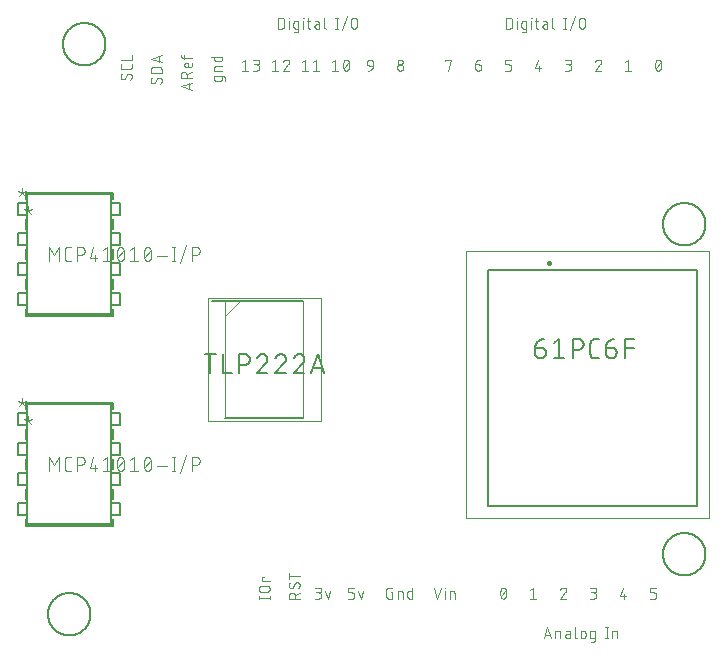
<source format=gbr>
G04 EAGLE Gerber RS-274X export*
G75*
%MOMM*%
%FSLAX34Y34*%
%LPD*%
%INSilkscreen Top*%
%IPPOS*%
%AMOC8*
5,1,8,0,0,1.08239X$1,22.5*%
G01*
%ADD10C,0.152400*%
%ADD11C,0.200000*%
%ADD12C,0.100000*%
%ADD13C,0.300000*%
%ADD14C,0.300000*%
%ADD15C,0.050000*%
%ADD16C,0.076200*%
%ADD17C,0.127000*%


D10*
X284678Y242062D02*
X284678Y258318D01*
X289193Y258318D02*
X280162Y258318D01*
X295302Y258318D02*
X295302Y242062D01*
X302527Y242062D01*
X309030Y242062D02*
X309030Y258318D01*
X313546Y258318D01*
X313679Y258316D01*
X313811Y258310D01*
X313943Y258300D01*
X314075Y258287D01*
X314207Y258269D01*
X314337Y258248D01*
X314468Y258223D01*
X314597Y258194D01*
X314725Y258161D01*
X314853Y258125D01*
X314979Y258085D01*
X315104Y258041D01*
X315228Y257993D01*
X315350Y257942D01*
X315471Y257887D01*
X315590Y257829D01*
X315708Y257767D01*
X315823Y257702D01*
X315937Y257633D01*
X316048Y257562D01*
X316157Y257486D01*
X316264Y257408D01*
X316369Y257327D01*
X316471Y257242D01*
X316571Y257155D01*
X316668Y257065D01*
X316763Y256972D01*
X316854Y256876D01*
X316943Y256778D01*
X317029Y256677D01*
X317112Y256573D01*
X317192Y256467D01*
X317268Y256359D01*
X317342Y256249D01*
X317412Y256136D01*
X317479Y256022D01*
X317542Y255905D01*
X317602Y255787D01*
X317659Y255667D01*
X317712Y255545D01*
X317761Y255422D01*
X317807Y255298D01*
X317849Y255172D01*
X317887Y255045D01*
X317922Y254917D01*
X317953Y254788D01*
X317980Y254659D01*
X318003Y254528D01*
X318023Y254397D01*
X318038Y254265D01*
X318050Y254133D01*
X318058Y254001D01*
X318062Y253868D01*
X318062Y253736D01*
X318058Y253603D01*
X318050Y253471D01*
X318038Y253339D01*
X318023Y253207D01*
X318003Y253076D01*
X317980Y252945D01*
X317953Y252816D01*
X317922Y252687D01*
X317887Y252559D01*
X317849Y252432D01*
X317807Y252306D01*
X317761Y252182D01*
X317712Y252059D01*
X317659Y251937D01*
X317602Y251817D01*
X317542Y251699D01*
X317479Y251582D01*
X317412Y251468D01*
X317342Y251355D01*
X317268Y251245D01*
X317192Y251137D01*
X317112Y251031D01*
X317029Y250927D01*
X316943Y250826D01*
X316854Y250728D01*
X316763Y250632D01*
X316668Y250539D01*
X316571Y250449D01*
X316471Y250362D01*
X316369Y250277D01*
X316264Y250196D01*
X316157Y250118D01*
X316048Y250042D01*
X315937Y249971D01*
X315823Y249902D01*
X315708Y249837D01*
X315590Y249775D01*
X315471Y249717D01*
X315350Y249662D01*
X315228Y249611D01*
X315104Y249563D01*
X314979Y249519D01*
X314853Y249479D01*
X314725Y249443D01*
X314597Y249410D01*
X314468Y249381D01*
X314337Y249356D01*
X314207Y249335D01*
X314075Y249317D01*
X313943Y249304D01*
X313811Y249294D01*
X313679Y249288D01*
X313546Y249286D01*
X313546Y249287D02*
X309030Y249287D01*
X328897Y258318D02*
X329022Y258316D01*
X329147Y258310D01*
X329272Y258301D01*
X329396Y258287D01*
X329520Y258270D01*
X329644Y258249D01*
X329766Y258224D01*
X329888Y258195D01*
X330009Y258163D01*
X330129Y258127D01*
X330248Y258087D01*
X330365Y258044D01*
X330481Y257997D01*
X330596Y257946D01*
X330708Y257892D01*
X330820Y257834D01*
X330929Y257774D01*
X331036Y257709D01*
X331142Y257642D01*
X331245Y257571D01*
X331346Y257497D01*
X331445Y257420D01*
X331541Y257340D01*
X331635Y257257D01*
X331726Y257172D01*
X331815Y257083D01*
X331900Y256992D01*
X331983Y256898D01*
X332063Y256802D01*
X332140Y256703D01*
X332214Y256602D01*
X332285Y256499D01*
X332352Y256393D01*
X332417Y256286D01*
X332477Y256177D01*
X332535Y256065D01*
X332589Y255953D01*
X332640Y255838D01*
X332687Y255722D01*
X332730Y255605D01*
X332770Y255486D01*
X332806Y255366D01*
X332838Y255245D01*
X332867Y255123D01*
X332892Y255001D01*
X332913Y254877D01*
X332930Y254753D01*
X332944Y254629D01*
X332953Y254504D01*
X332959Y254379D01*
X332961Y254254D01*
X328897Y258318D02*
X328754Y258316D01*
X328612Y258310D01*
X328469Y258300D01*
X328327Y258287D01*
X328186Y258269D01*
X328044Y258248D01*
X327904Y258223D01*
X327764Y258194D01*
X327625Y258161D01*
X327487Y258124D01*
X327350Y258084D01*
X327215Y258040D01*
X327080Y257992D01*
X326947Y257940D01*
X326815Y257885D01*
X326685Y257826D01*
X326557Y257764D01*
X326430Y257698D01*
X326305Y257629D01*
X326182Y257557D01*
X326062Y257481D01*
X325943Y257402D01*
X325826Y257319D01*
X325712Y257234D01*
X325600Y257145D01*
X325491Y257054D01*
X325384Y256959D01*
X325279Y256862D01*
X325178Y256761D01*
X325079Y256658D01*
X324983Y256553D01*
X324890Y256444D01*
X324800Y256333D01*
X324713Y256220D01*
X324629Y256105D01*
X324549Y255987D01*
X324471Y255867D01*
X324397Y255745D01*
X324327Y255621D01*
X324259Y255495D01*
X324196Y255367D01*
X324135Y255238D01*
X324078Y255107D01*
X324025Y254975D01*
X323976Y254841D01*
X323930Y254706D01*
X331605Y251093D02*
X331699Y251185D01*
X331789Y251279D01*
X331877Y251376D01*
X331962Y251476D01*
X332044Y251578D01*
X332123Y251683D01*
X332198Y251790D01*
X332270Y251899D01*
X332339Y252010D01*
X332405Y252124D01*
X332467Y252239D01*
X332526Y252356D01*
X332581Y252475D01*
X332632Y252595D01*
X332680Y252717D01*
X332725Y252840D01*
X332765Y252964D01*
X332802Y253090D01*
X332835Y253217D01*
X332864Y253344D01*
X332890Y253473D01*
X332911Y253602D01*
X332929Y253732D01*
X332942Y253862D01*
X332952Y253992D01*
X332958Y254123D01*
X332960Y254254D01*
X331606Y251093D02*
X323929Y242062D01*
X332961Y242062D01*
X348592Y254254D02*
X348590Y254379D01*
X348584Y254504D01*
X348575Y254629D01*
X348561Y254753D01*
X348544Y254877D01*
X348523Y255001D01*
X348498Y255123D01*
X348469Y255245D01*
X348437Y255366D01*
X348401Y255486D01*
X348361Y255605D01*
X348318Y255722D01*
X348271Y255838D01*
X348220Y255953D01*
X348166Y256065D01*
X348108Y256177D01*
X348048Y256286D01*
X347983Y256393D01*
X347916Y256499D01*
X347845Y256602D01*
X347771Y256703D01*
X347694Y256802D01*
X347614Y256898D01*
X347531Y256992D01*
X347446Y257083D01*
X347357Y257172D01*
X347266Y257257D01*
X347172Y257340D01*
X347076Y257420D01*
X346977Y257497D01*
X346876Y257571D01*
X346773Y257642D01*
X346667Y257709D01*
X346560Y257774D01*
X346451Y257834D01*
X346339Y257892D01*
X346227Y257946D01*
X346112Y257997D01*
X345996Y258044D01*
X345879Y258087D01*
X345760Y258127D01*
X345640Y258163D01*
X345519Y258195D01*
X345397Y258224D01*
X345275Y258249D01*
X345151Y258270D01*
X345027Y258287D01*
X344903Y258301D01*
X344778Y258310D01*
X344653Y258316D01*
X344528Y258318D01*
X344385Y258316D01*
X344243Y258310D01*
X344100Y258300D01*
X343958Y258287D01*
X343817Y258269D01*
X343675Y258248D01*
X343535Y258223D01*
X343395Y258194D01*
X343256Y258161D01*
X343118Y258124D01*
X342981Y258084D01*
X342846Y258040D01*
X342711Y257992D01*
X342578Y257940D01*
X342446Y257885D01*
X342316Y257826D01*
X342188Y257764D01*
X342061Y257698D01*
X341936Y257629D01*
X341813Y257557D01*
X341693Y257481D01*
X341574Y257402D01*
X341457Y257319D01*
X341343Y257234D01*
X341231Y257145D01*
X341122Y257054D01*
X341015Y256959D01*
X340910Y256862D01*
X340809Y256761D01*
X340710Y256658D01*
X340614Y256553D01*
X340521Y256444D01*
X340431Y256333D01*
X340344Y256220D01*
X340260Y256105D01*
X340180Y255987D01*
X340102Y255867D01*
X340028Y255745D01*
X339958Y255621D01*
X339890Y255495D01*
X339827Y255367D01*
X339766Y255238D01*
X339709Y255107D01*
X339656Y254975D01*
X339607Y254841D01*
X339561Y254706D01*
X347237Y251093D02*
X347331Y251185D01*
X347421Y251279D01*
X347509Y251376D01*
X347594Y251476D01*
X347676Y251578D01*
X347755Y251683D01*
X347830Y251790D01*
X347902Y251899D01*
X347971Y252010D01*
X348037Y252124D01*
X348099Y252239D01*
X348158Y252356D01*
X348213Y252475D01*
X348264Y252595D01*
X348312Y252717D01*
X348357Y252840D01*
X348397Y252964D01*
X348434Y253090D01*
X348467Y253217D01*
X348496Y253344D01*
X348522Y253473D01*
X348543Y253602D01*
X348561Y253732D01*
X348574Y253862D01*
X348584Y253992D01*
X348590Y254123D01*
X348592Y254254D01*
X347237Y251093D02*
X339561Y242062D01*
X348592Y242062D01*
X364223Y254254D02*
X364221Y254379D01*
X364215Y254504D01*
X364206Y254629D01*
X364192Y254753D01*
X364175Y254877D01*
X364154Y255001D01*
X364129Y255123D01*
X364100Y255245D01*
X364068Y255366D01*
X364032Y255486D01*
X363992Y255605D01*
X363949Y255722D01*
X363902Y255838D01*
X363851Y255953D01*
X363797Y256065D01*
X363739Y256177D01*
X363679Y256286D01*
X363614Y256393D01*
X363547Y256499D01*
X363476Y256602D01*
X363402Y256703D01*
X363325Y256802D01*
X363245Y256898D01*
X363162Y256992D01*
X363077Y257083D01*
X362988Y257172D01*
X362897Y257257D01*
X362803Y257340D01*
X362707Y257420D01*
X362608Y257497D01*
X362507Y257571D01*
X362404Y257642D01*
X362298Y257709D01*
X362191Y257774D01*
X362082Y257834D01*
X361970Y257892D01*
X361858Y257946D01*
X361743Y257997D01*
X361627Y258044D01*
X361510Y258087D01*
X361391Y258127D01*
X361271Y258163D01*
X361150Y258195D01*
X361028Y258224D01*
X360906Y258249D01*
X360782Y258270D01*
X360658Y258287D01*
X360534Y258301D01*
X360409Y258310D01*
X360284Y258316D01*
X360159Y258318D01*
X360016Y258316D01*
X359874Y258310D01*
X359731Y258300D01*
X359589Y258287D01*
X359448Y258269D01*
X359306Y258248D01*
X359166Y258223D01*
X359026Y258194D01*
X358887Y258161D01*
X358749Y258124D01*
X358612Y258084D01*
X358477Y258040D01*
X358342Y257992D01*
X358209Y257940D01*
X358077Y257885D01*
X357947Y257826D01*
X357819Y257764D01*
X357692Y257698D01*
X357567Y257629D01*
X357444Y257557D01*
X357324Y257481D01*
X357205Y257402D01*
X357088Y257319D01*
X356974Y257234D01*
X356862Y257145D01*
X356753Y257054D01*
X356646Y256959D01*
X356541Y256862D01*
X356440Y256761D01*
X356341Y256658D01*
X356245Y256553D01*
X356152Y256444D01*
X356062Y256333D01*
X355975Y256220D01*
X355891Y256105D01*
X355811Y255987D01*
X355733Y255867D01*
X355659Y255745D01*
X355589Y255621D01*
X355521Y255495D01*
X355458Y255367D01*
X355397Y255238D01*
X355340Y255107D01*
X355287Y254975D01*
X355238Y254841D01*
X355192Y254706D01*
X362868Y251093D02*
X362962Y251185D01*
X363052Y251279D01*
X363140Y251376D01*
X363225Y251476D01*
X363307Y251578D01*
X363386Y251683D01*
X363461Y251790D01*
X363533Y251899D01*
X363602Y252010D01*
X363668Y252124D01*
X363730Y252239D01*
X363789Y252356D01*
X363844Y252475D01*
X363895Y252595D01*
X363943Y252717D01*
X363988Y252840D01*
X364028Y252964D01*
X364065Y253090D01*
X364098Y253217D01*
X364127Y253344D01*
X364153Y253473D01*
X364174Y253602D01*
X364192Y253732D01*
X364205Y253862D01*
X364215Y253992D01*
X364221Y254123D01*
X364223Y254254D01*
X362868Y251093D02*
X355192Y242062D01*
X364223Y242062D01*
X369920Y242062D02*
X375339Y258318D01*
X380757Y242062D01*
X379403Y246126D02*
X371275Y246126D01*
X559562Y263793D02*
X564981Y263793D01*
X565099Y263791D01*
X565217Y263785D01*
X565335Y263776D01*
X565452Y263762D01*
X565569Y263745D01*
X565686Y263724D01*
X565801Y263699D01*
X565916Y263670D01*
X566030Y263637D01*
X566142Y263601D01*
X566253Y263561D01*
X566363Y263518D01*
X566472Y263471D01*
X566579Y263421D01*
X566684Y263366D01*
X566787Y263309D01*
X566888Y263248D01*
X566988Y263184D01*
X567085Y263117D01*
X567180Y263047D01*
X567272Y262973D01*
X567363Y262897D01*
X567450Y262817D01*
X567535Y262735D01*
X567617Y262650D01*
X567697Y262563D01*
X567773Y262472D01*
X567847Y262380D01*
X567917Y262285D01*
X567984Y262188D01*
X568048Y262088D01*
X568109Y261987D01*
X568166Y261884D01*
X568221Y261779D01*
X568271Y261672D01*
X568318Y261563D01*
X568361Y261453D01*
X568401Y261342D01*
X568437Y261230D01*
X568470Y261116D01*
X568499Y261001D01*
X568524Y260886D01*
X568545Y260769D01*
X568562Y260652D01*
X568576Y260535D01*
X568585Y260417D01*
X568591Y260299D01*
X568593Y260181D01*
X568593Y259278D01*
X568594Y259278D02*
X568592Y259145D01*
X568586Y259013D01*
X568576Y258881D01*
X568563Y258749D01*
X568545Y258617D01*
X568524Y258487D01*
X568499Y258356D01*
X568470Y258227D01*
X568437Y258099D01*
X568401Y257971D01*
X568361Y257845D01*
X568317Y257720D01*
X568269Y257596D01*
X568218Y257474D01*
X568163Y257353D01*
X568105Y257234D01*
X568043Y257116D01*
X567978Y257001D01*
X567909Y256887D01*
X567838Y256776D01*
X567762Y256667D01*
X567684Y256560D01*
X567603Y256455D01*
X567518Y256353D01*
X567431Y256253D01*
X567341Y256156D01*
X567248Y256061D01*
X567152Y255970D01*
X567054Y255881D01*
X566953Y255795D01*
X566849Y255712D01*
X566743Y255632D01*
X566635Y255556D01*
X566525Y255482D01*
X566412Y255412D01*
X566298Y255345D01*
X566181Y255282D01*
X566063Y255222D01*
X565943Y255165D01*
X565821Y255112D01*
X565698Y255063D01*
X565574Y255017D01*
X565448Y254975D01*
X565321Y254937D01*
X565193Y254902D01*
X565064Y254871D01*
X564935Y254844D01*
X564804Y254821D01*
X564673Y254801D01*
X564541Y254786D01*
X564409Y254774D01*
X564277Y254766D01*
X564144Y254762D01*
X564012Y254762D01*
X563879Y254766D01*
X563747Y254774D01*
X563615Y254786D01*
X563483Y254801D01*
X563352Y254821D01*
X563221Y254844D01*
X563092Y254871D01*
X562963Y254902D01*
X562835Y254937D01*
X562708Y254975D01*
X562582Y255017D01*
X562458Y255063D01*
X562335Y255112D01*
X562213Y255165D01*
X562093Y255222D01*
X561975Y255282D01*
X561858Y255345D01*
X561744Y255412D01*
X561631Y255482D01*
X561521Y255556D01*
X561413Y255632D01*
X561307Y255712D01*
X561203Y255795D01*
X561102Y255881D01*
X561004Y255970D01*
X560908Y256061D01*
X560815Y256156D01*
X560725Y256253D01*
X560638Y256353D01*
X560553Y256455D01*
X560472Y256560D01*
X560394Y256667D01*
X560318Y256776D01*
X560247Y256887D01*
X560178Y257001D01*
X560113Y257116D01*
X560051Y257234D01*
X559993Y257353D01*
X559938Y257474D01*
X559887Y257596D01*
X559839Y257720D01*
X559795Y257845D01*
X559755Y257971D01*
X559719Y258099D01*
X559686Y258227D01*
X559657Y258356D01*
X559632Y258487D01*
X559611Y258617D01*
X559593Y258749D01*
X559580Y258881D01*
X559570Y259013D01*
X559564Y259145D01*
X559562Y259278D01*
X559562Y263793D01*
X559564Y263970D01*
X559571Y264148D01*
X559582Y264325D01*
X559597Y264501D01*
X559616Y264677D01*
X559640Y264853D01*
X559668Y265028D01*
X559701Y265203D01*
X559738Y265376D01*
X559779Y265549D01*
X559824Y265720D01*
X559873Y265890D01*
X559927Y266059D01*
X559984Y266227D01*
X560046Y266393D01*
X560112Y266558D01*
X560182Y266721D01*
X560256Y266882D01*
X560333Y267041D01*
X560415Y267199D01*
X560501Y267354D01*
X560590Y267507D01*
X560683Y267658D01*
X560780Y267807D01*
X560880Y267953D01*
X560984Y268097D01*
X561091Y268238D01*
X561202Y268376D01*
X561316Y268512D01*
X561434Y268645D01*
X561554Y268775D01*
X561678Y268902D01*
X561805Y269026D01*
X561935Y269146D01*
X562068Y269264D01*
X562203Y269378D01*
X562342Y269489D01*
X562483Y269596D01*
X562627Y269700D01*
X562773Y269800D01*
X562922Y269897D01*
X563073Y269990D01*
X563226Y270079D01*
X563381Y270165D01*
X563539Y270247D01*
X563698Y270324D01*
X563859Y270398D01*
X564022Y270468D01*
X564187Y270534D01*
X564353Y270596D01*
X564521Y270653D01*
X564690Y270707D01*
X564860Y270756D01*
X565031Y270801D01*
X565204Y270842D01*
X565377Y270879D01*
X565552Y270912D01*
X565727Y270940D01*
X565903Y270964D01*
X566079Y270983D01*
X566255Y270998D01*
X566432Y271009D01*
X566610Y271016D01*
X566787Y271018D01*
X575193Y267406D02*
X579709Y271018D01*
X579709Y254762D01*
X584224Y254762D02*
X575193Y254762D01*
X591556Y254762D02*
X591556Y271018D01*
X596072Y271018D01*
X596205Y271016D01*
X596337Y271010D01*
X596469Y271000D01*
X596601Y270987D01*
X596733Y270969D01*
X596863Y270948D01*
X596994Y270923D01*
X597123Y270894D01*
X597251Y270861D01*
X597379Y270825D01*
X597505Y270785D01*
X597630Y270741D01*
X597754Y270693D01*
X597876Y270642D01*
X597997Y270587D01*
X598116Y270529D01*
X598234Y270467D01*
X598349Y270402D01*
X598463Y270333D01*
X598574Y270262D01*
X598683Y270186D01*
X598790Y270108D01*
X598895Y270027D01*
X598997Y269942D01*
X599097Y269855D01*
X599194Y269765D01*
X599289Y269672D01*
X599380Y269576D01*
X599469Y269478D01*
X599555Y269377D01*
X599638Y269273D01*
X599718Y269167D01*
X599794Y269059D01*
X599868Y268949D01*
X599938Y268836D01*
X600005Y268722D01*
X600068Y268605D01*
X600128Y268487D01*
X600185Y268367D01*
X600238Y268245D01*
X600287Y268122D01*
X600333Y267998D01*
X600375Y267872D01*
X600413Y267745D01*
X600448Y267617D01*
X600479Y267488D01*
X600506Y267359D01*
X600529Y267228D01*
X600549Y267097D01*
X600564Y266965D01*
X600576Y266833D01*
X600584Y266701D01*
X600588Y266568D01*
X600588Y266436D01*
X600584Y266303D01*
X600576Y266171D01*
X600564Y266039D01*
X600549Y265907D01*
X600529Y265776D01*
X600506Y265645D01*
X600479Y265516D01*
X600448Y265387D01*
X600413Y265259D01*
X600375Y265132D01*
X600333Y265006D01*
X600287Y264882D01*
X600238Y264759D01*
X600185Y264637D01*
X600128Y264517D01*
X600068Y264399D01*
X600005Y264282D01*
X599938Y264168D01*
X599868Y264055D01*
X599794Y263945D01*
X599718Y263837D01*
X599638Y263731D01*
X599555Y263627D01*
X599469Y263526D01*
X599380Y263428D01*
X599289Y263332D01*
X599194Y263239D01*
X599097Y263149D01*
X598997Y263062D01*
X598895Y262977D01*
X598790Y262896D01*
X598683Y262818D01*
X598574Y262742D01*
X598463Y262671D01*
X598349Y262602D01*
X598234Y262537D01*
X598116Y262475D01*
X597997Y262417D01*
X597876Y262362D01*
X597754Y262311D01*
X597630Y262263D01*
X597505Y262219D01*
X597379Y262179D01*
X597251Y262143D01*
X597123Y262110D01*
X596994Y262081D01*
X596863Y262056D01*
X596733Y262035D01*
X596601Y262017D01*
X596469Y262004D01*
X596337Y261994D01*
X596205Y261988D01*
X596072Y261986D01*
X596072Y261987D02*
X591556Y261987D01*
X610029Y254762D02*
X613641Y254762D01*
X610029Y254762D02*
X609911Y254764D01*
X609793Y254770D01*
X609675Y254779D01*
X609558Y254793D01*
X609441Y254810D01*
X609324Y254831D01*
X609209Y254856D01*
X609094Y254885D01*
X608980Y254918D01*
X608868Y254954D01*
X608757Y254994D01*
X608647Y255037D01*
X608538Y255084D01*
X608431Y255134D01*
X608326Y255189D01*
X608223Y255246D01*
X608122Y255307D01*
X608022Y255371D01*
X607925Y255438D01*
X607830Y255508D01*
X607738Y255582D01*
X607647Y255658D01*
X607560Y255738D01*
X607475Y255820D01*
X607393Y255905D01*
X607313Y255992D01*
X607237Y256083D01*
X607163Y256175D01*
X607093Y256270D01*
X607026Y256367D01*
X606962Y256467D01*
X606901Y256568D01*
X606844Y256671D01*
X606789Y256776D01*
X606739Y256883D01*
X606692Y256992D01*
X606649Y257102D01*
X606609Y257213D01*
X606573Y257325D01*
X606540Y257439D01*
X606511Y257554D01*
X606486Y257669D01*
X606465Y257786D01*
X606448Y257903D01*
X606434Y258020D01*
X606425Y258138D01*
X606419Y258256D01*
X606417Y258374D01*
X606416Y258374D02*
X606416Y267406D01*
X606417Y267406D02*
X606419Y267524D01*
X606425Y267642D01*
X606434Y267760D01*
X606448Y267877D01*
X606465Y267994D01*
X606486Y268111D01*
X606511Y268226D01*
X606540Y268341D01*
X606573Y268455D01*
X606609Y268567D01*
X606649Y268678D01*
X606692Y268788D01*
X606739Y268897D01*
X606789Y269004D01*
X606843Y269109D01*
X606901Y269212D01*
X606962Y269313D01*
X607026Y269413D01*
X607093Y269510D01*
X607163Y269605D01*
X607237Y269697D01*
X607313Y269788D01*
X607393Y269875D01*
X607475Y269960D01*
X607560Y270042D01*
X607647Y270122D01*
X607738Y270198D01*
X607830Y270272D01*
X607925Y270342D01*
X608022Y270409D01*
X608122Y270473D01*
X608223Y270534D01*
X608326Y270591D01*
X608431Y270645D01*
X608538Y270696D01*
X608647Y270743D01*
X608757Y270786D01*
X608868Y270826D01*
X608980Y270862D01*
X609094Y270895D01*
X609209Y270924D01*
X609324Y270949D01*
X609441Y270970D01*
X609558Y270987D01*
X609675Y271001D01*
X609793Y271010D01*
X609911Y271016D01*
X610029Y271018D01*
X613641Y271018D01*
X619482Y263793D02*
X624900Y263793D01*
X625018Y263791D01*
X625136Y263785D01*
X625254Y263776D01*
X625371Y263762D01*
X625488Y263745D01*
X625605Y263724D01*
X625720Y263699D01*
X625835Y263670D01*
X625949Y263637D01*
X626061Y263601D01*
X626172Y263561D01*
X626282Y263518D01*
X626391Y263471D01*
X626498Y263421D01*
X626603Y263366D01*
X626706Y263309D01*
X626807Y263248D01*
X626907Y263184D01*
X627004Y263117D01*
X627099Y263047D01*
X627191Y262973D01*
X627282Y262897D01*
X627369Y262817D01*
X627454Y262735D01*
X627536Y262650D01*
X627616Y262563D01*
X627692Y262472D01*
X627766Y262380D01*
X627836Y262285D01*
X627903Y262188D01*
X627967Y262088D01*
X628028Y261987D01*
X628085Y261884D01*
X628140Y261779D01*
X628190Y261672D01*
X628237Y261563D01*
X628280Y261453D01*
X628320Y261342D01*
X628356Y261230D01*
X628389Y261116D01*
X628418Y261001D01*
X628443Y260886D01*
X628464Y260769D01*
X628481Y260652D01*
X628495Y260535D01*
X628504Y260417D01*
X628510Y260299D01*
X628512Y260181D01*
X628513Y260181D02*
X628513Y259278D01*
X628511Y259145D01*
X628505Y259013D01*
X628495Y258881D01*
X628482Y258749D01*
X628464Y258617D01*
X628443Y258487D01*
X628418Y258356D01*
X628389Y258227D01*
X628356Y258099D01*
X628320Y257971D01*
X628280Y257845D01*
X628236Y257720D01*
X628188Y257596D01*
X628137Y257474D01*
X628082Y257353D01*
X628024Y257234D01*
X627962Y257116D01*
X627897Y257001D01*
X627828Y256887D01*
X627757Y256776D01*
X627681Y256667D01*
X627603Y256560D01*
X627522Y256455D01*
X627437Y256353D01*
X627350Y256253D01*
X627260Y256156D01*
X627167Y256061D01*
X627071Y255970D01*
X626973Y255881D01*
X626872Y255795D01*
X626768Y255712D01*
X626662Y255632D01*
X626554Y255556D01*
X626444Y255482D01*
X626331Y255412D01*
X626217Y255345D01*
X626100Y255282D01*
X625982Y255222D01*
X625862Y255165D01*
X625740Y255112D01*
X625617Y255063D01*
X625493Y255017D01*
X625367Y254975D01*
X625240Y254937D01*
X625112Y254902D01*
X624983Y254871D01*
X624854Y254844D01*
X624723Y254821D01*
X624592Y254801D01*
X624460Y254786D01*
X624328Y254774D01*
X624196Y254766D01*
X624063Y254762D01*
X623931Y254762D01*
X623798Y254766D01*
X623666Y254774D01*
X623534Y254786D01*
X623402Y254801D01*
X623271Y254821D01*
X623140Y254844D01*
X623011Y254871D01*
X622882Y254902D01*
X622754Y254937D01*
X622627Y254975D01*
X622501Y255017D01*
X622377Y255063D01*
X622254Y255112D01*
X622132Y255165D01*
X622012Y255222D01*
X621894Y255282D01*
X621777Y255345D01*
X621663Y255412D01*
X621550Y255482D01*
X621440Y255556D01*
X621332Y255632D01*
X621226Y255712D01*
X621122Y255795D01*
X621021Y255881D01*
X620923Y255970D01*
X620827Y256061D01*
X620734Y256156D01*
X620644Y256253D01*
X620557Y256353D01*
X620472Y256455D01*
X620391Y256560D01*
X620313Y256667D01*
X620237Y256776D01*
X620166Y256887D01*
X620097Y257001D01*
X620032Y257116D01*
X619970Y257234D01*
X619912Y257353D01*
X619857Y257474D01*
X619806Y257596D01*
X619758Y257720D01*
X619714Y257845D01*
X619674Y257971D01*
X619638Y258099D01*
X619605Y258227D01*
X619576Y258356D01*
X619551Y258487D01*
X619530Y258617D01*
X619512Y258749D01*
X619499Y258881D01*
X619489Y259013D01*
X619483Y259145D01*
X619481Y259278D01*
X619482Y259278D02*
X619482Y263793D01*
X619484Y263970D01*
X619491Y264148D01*
X619502Y264325D01*
X619517Y264501D01*
X619536Y264677D01*
X619560Y264853D01*
X619588Y265028D01*
X619621Y265203D01*
X619658Y265376D01*
X619699Y265549D01*
X619744Y265720D01*
X619793Y265890D01*
X619847Y266059D01*
X619904Y266227D01*
X619966Y266393D01*
X620032Y266558D01*
X620102Y266721D01*
X620176Y266882D01*
X620253Y267041D01*
X620335Y267199D01*
X620421Y267354D01*
X620510Y267507D01*
X620603Y267658D01*
X620700Y267807D01*
X620800Y267953D01*
X620904Y268097D01*
X621011Y268238D01*
X621122Y268376D01*
X621236Y268512D01*
X621354Y268645D01*
X621474Y268775D01*
X621598Y268902D01*
X621725Y269026D01*
X621855Y269146D01*
X621988Y269264D01*
X622123Y269378D01*
X622262Y269489D01*
X622403Y269596D01*
X622547Y269700D01*
X622693Y269800D01*
X622842Y269897D01*
X622993Y269990D01*
X623146Y270079D01*
X623301Y270165D01*
X623459Y270247D01*
X623618Y270324D01*
X623779Y270398D01*
X623942Y270468D01*
X624107Y270534D01*
X624273Y270596D01*
X624441Y270653D01*
X624610Y270707D01*
X624780Y270756D01*
X624951Y270801D01*
X625124Y270842D01*
X625297Y270879D01*
X625472Y270912D01*
X625647Y270940D01*
X625823Y270964D01*
X625999Y270983D01*
X626175Y270998D01*
X626352Y271009D01*
X626530Y271016D01*
X626707Y271018D01*
X635664Y271018D02*
X635664Y254762D01*
X635664Y271018D02*
X642889Y271018D01*
X642889Y263793D02*
X635664Y263793D01*
D11*
X696700Y129750D02*
X519700Y129750D01*
X519700Y329750D01*
X696700Y329750D01*
X696700Y129750D01*
D12*
X706700Y119750D02*
X501000Y119750D01*
X501000Y345750D01*
X706700Y345750D01*
X706700Y119750D01*
X696700Y129750D02*
X519700Y129750D01*
X696700Y129750D02*
X696700Y329750D01*
X521500Y329750D01*
D13*
X571500Y334750D03*
D14*
X571544Y334752D01*
X571587Y334758D01*
X571629Y334767D01*
X571671Y334780D01*
X571711Y334797D01*
X571750Y334817D01*
X571787Y334840D01*
X571821Y334867D01*
X571854Y334896D01*
X571883Y334929D01*
X571910Y334963D01*
X571933Y335000D01*
X571953Y335039D01*
X571970Y335079D01*
X571983Y335121D01*
X571992Y335163D01*
X571998Y335206D01*
X572000Y335250D01*
X571998Y335294D01*
X571992Y335337D01*
X571983Y335379D01*
X571970Y335421D01*
X571953Y335461D01*
X571933Y335500D01*
X571910Y335537D01*
X571883Y335571D01*
X571854Y335604D01*
X571821Y335633D01*
X571787Y335660D01*
X571750Y335683D01*
X571711Y335703D01*
X571671Y335720D01*
X571629Y335733D01*
X571587Y335742D01*
X571544Y335748D01*
X571500Y335750D01*
D13*
X571500Y335750D03*
D14*
X571456Y335748D01*
X571413Y335742D01*
X571371Y335733D01*
X571329Y335720D01*
X571289Y335703D01*
X571250Y335683D01*
X571213Y335660D01*
X571179Y335633D01*
X571146Y335604D01*
X571117Y335571D01*
X571090Y335537D01*
X571067Y335500D01*
X571047Y335461D01*
X571030Y335421D01*
X571017Y335379D01*
X571008Y335337D01*
X571002Y335294D01*
X571000Y335250D01*
X571002Y335206D01*
X571008Y335163D01*
X571017Y335121D01*
X571030Y335079D01*
X571047Y335039D01*
X571067Y335000D01*
X571090Y334963D01*
X571117Y334929D01*
X571146Y334896D01*
X571179Y334867D01*
X571213Y334840D01*
X571250Y334817D01*
X571289Y334797D01*
X571329Y334780D01*
X571371Y334767D01*
X571413Y334758D01*
X571456Y334752D01*
X571500Y334750D01*
D15*
X378050Y306050D02*
X282350Y306050D01*
X378050Y306050D02*
X378050Y201950D01*
X282350Y201950D01*
X282350Y306050D01*
D12*
X296950Y303550D02*
X363450Y303550D01*
X363450Y204450D01*
X296950Y204450D01*
X296950Y303550D01*
X296950Y290850D02*
X309650Y303550D01*
D11*
X286100Y303550D02*
X363450Y303550D01*
X363450Y204450D02*
X296950Y204450D01*
D10*
X201930Y290830D02*
X128270Y290830D01*
X201930Y290830D02*
X201930Y296672D01*
X201930Y394970D02*
X128270Y394970D01*
X128270Y389128D01*
X128270Y372872D02*
X128270Y363728D01*
X128270Y347472D02*
X128270Y338328D01*
X128270Y322072D02*
X128270Y312928D01*
X128270Y296672D02*
X128270Y290830D01*
X201930Y312928D02*
X201930Y322072D01*
X201930Y338328D02*
X201930Y347472D01*
X201930Y363728D02*
X201930Y372872D01*
X201930Y389128D02*
X201930Y394970D01*
D16*
X125187Y394660D02*
X125187Y398639D01*
X125187Y394660D02*
X127508Y391675D01*
X125187Y394660D02*
X122865Y391675D01*
X125187Y394660D02*
X128834Y395986D01*
X125187Y394660D02*
X121539Y395986D01*
D10*
X129540Y386080D02*
X129540Y375920D01*
X129540Y386080D02*
X121920Y386080D01*
X121920Y375920D01*
X129540Y375920D01*
X129540Y360680D02*
X129540Y350520D01*
X129540Y360680D02*
X121920Y360680D01*
X121920Y350520D01*
X129540Y350520D01*
X129540Y335280D02*
X129540Y325120D01*
X129540Y335280D02*
X121920Y335280D01*
X121920Y325120D01*
X129540Y325120D01*
X129540Y309880D02*
X129540Y299720D01*
X129540Y309880D02*
X121920Y309626D01*
X121920Y299720D01*
X129540Y299720D01*
X200660Y299720D02*
X200660Y309880D01*
X200660Y299720D02*
X208280Y299974D01*
X208280Y309880D01*
X200660Y309880D01*
X200660Y325120D02*
X200660Y335280D01*
X200660Y325120D02*
X208280Y325374D01*
X208026Y335280D01*
X200660Y335280D01*
X200660Y350520D02*
X200660Y360680D01*
X200660Y350520D02*
X208026Y350520D01*
X208026Y360680D01*
X200660Y360680D01*
X200660Y375920D02*
X200660Y386080D01*
X200660Y375920D02*
X208026Y375920D01*
X208026Y386080D01*
X200660Y386080D01*
X200660Y292100D02*
X129540Y292100D01*
X200660Y292100D02*
X200660Y393700D01*
X129540Y393700D01*
X129540Y292100D01*
D16*
X130267Y379674D02*
X130267Y383653D01*
X130267Y379674D02*
X132588Y376689D01*
X130267Y379674D02*
X127945Y376689D01*
X130267Y379674D02*
X133914Y381000D01*
X130267Y379674D02*
X126619Y381000D01*
X148209Y348869D02*
X148209Y336931D01*
X152188Y342237D02*
X148209Y348869D01*
X152188Y342237D02*
X156168Y348869D01*
X156168Y336931D01*
X164069Y336931D02*
X166722Y336931D01*
X164069Y336931D02*
X163967Y336933D01*
X163866Y336939D01*
X163765Y336949D01*
X163664Y336962D01*
X163564Y336980D01*
X163465Y337001D01*
X163366Y337026D01*
X163269Y337055D01*
X163172Y337087D01*
X163077Y337123D01*
X162984Y337163D01*
X162892Y337206D01*
X162802Y337253D01*
X162713Y337304D01*
X162627Y337357D01*
X162543Y337414D01*
X162461Y337474D01*
X162381Y337537D01*
X162304Y337603D01*
X162229Y337672D01*
X162157Y337744D01*
X162088Y337819D01*
X162022Y337896D01*
X161959Y337976D01*
X161899Y338058D01*
X161842Y338142D01*
X161789Y338228D01*
X161738Y338317D01*
X161691Y338407D01*
X161648Y338499D01*
X161608Y338592D01*
X161572Y338687D01*
X161540Y338784D01*
X161511Y338881D01*
X161486Y338980D01*
X161465Y339079D01*
X161447Y339179D01*
X161434Y339280D01*
X161424Y339381D01*
X161418Y339482D01*
X161416Y339584D01*
X161416Y346216D01*
X161418Y346318D01*
X161424Y346419D01*
X161434Y346520D01*
X161447Y346621D01*
X161465Y346721D01*
X161486Y346820D01*
X161511Y346919D01*
X161540Y347016D01*
X161572Y347113D01*
X161608Y347208D01*
X161648Y347301D01*
X161691Y347393D01*
X161738Y347483D01*
X161789Y347572D01*
X161842Y347658D01*
X161899Y347742D01*
X161959Y347824D01*
X162022Y347904D01*
X162088Y347981D01*
X162157Y348056D01*
X162229Y348128D01*
X162304Y348197D01*
X162381Y348263D01*
X162461Y348326D01*
X162543Y348386D01*
X162627Y348443D01*
X162713Y348496D01*
X162802Y348547D01*
X162892Y348594D01*
X162984Y348637D01*
X163077Y348677D01*
X163172Y348713D01*
X163269Y348745D01*
X163366Y348774D01*
X163464Y348799D01*
X163564Y348820D01*
X163664Y348838D01*
X163765Y348851D01*
X163866Y348861D01*
X163967Y348867D01*
X164069Y348869D01*
X166722Y348869D01*
X171499Y348869D02*
X171499Y336931D01*
X171499Y348869D02*
X174815Y348869D01*
X174929Y348867D01*
X175044Y348861D01*
X175158Y348851D01*
X175271Y348837D01*
X175385Y348820D01*
X175497Y348798D01*
X175609Y348773D01*
X175719Y348743D01*
X175829Y348710D01*
X175937Y348673D01*
X176044Y348633D01*
X176150Y348588D01*
X176254Y348541D01*
X176356Y348489D01*
X176456Y348434D01*
X176555Y348376D01*
X176651Y348314D01*
X176746Y348249D01*
X176837Y348181D01*
X176927Y348109D01*
X177014Y348035D01*
X177098Y347958D01*
X177180Y347877D01*
X177259Y347794D01*
X177335Y347709D01*
X177408Y347620D01*
X177477Y347530D01*
X177544Y347437D01*
X177607Y347341D01*
X177667Y347244D01*
X177724Y347144D01*
X177777Y347043D01*
X177827Y346940D01*
X177873Y346835D01*
X177916Y346729D01*
X177954Y346621D01*
X177989Y346512D01*
X178020Y346402D01*
X178048Y346291D01*
X178071Y346179D01*
X178091Y346066D01*
X178107Y345953D01*
X178119Y345839D01*
X178127Y345725D01*
X178131Y345610D01*
X178131Y345496D01*
X178127Y345381D01*
X178119Y345267D01*
X178107Y345153D01*
X178091Y345040D01*
X178071Y344927D01*
X178048Y344815D01*
X178020Y344704D01*
X177989Y344594D01*
X177954Y344485D01*
X177916Y344377D01*
X177873Y344271D01*
X177827Y344166D01*
X177777Y344063D01*
X177724Y343962D01*
X177667Y343862D01*
X177607Y343765D01*
X177544Y343669D01*
X177477Y343576D01*
X177408Y343486D01*
X177335Y343397D01*
X177259Y343312D01*
X177180Y343229D01*
X177098Y343148D01*
X177014Y343071D01*
X176927Y342997D01*
X176837Y342925D01*
X176746Y342857D01*
X176651Y342792D01*
X176555Y342730D01*
X176456Y342672D01*
X176356Y342617D01*
X176254Y342565D01*
X176150Y342518D01*
X176044Y342473D01*
X175937Y342433D01*
X175829Y342396D01*
X175719Y342363D01*
X175609Y342333D01*
X175497Y342308D01*
X175385Y342286D01*
X175271Y342269D01*
X175158Y342255D01*
X175044Y342245D01*
X174929Y342239D01*
X174815Y342237D01*
X171499Y342237D01*
X182400Y339584D02*
X185053Y348869D01*
X182400Y339584D02*
X189032Y339584D01*
X187043Y342237D02*
X187043Y336931D01*
X193830Y346216D02*
X197146Y348869D01*
X197146Y336931D01*
X193830Y336931D02*
X200462Y336931D01*
X205260Y342900D02*
X205263Y343135D01*
X205271Y343370D01*
X205285Y343604D01*
X205305Y343838D01*
X205330Y344072D01*
X205361Y344304D01*
X205397Y344536D01*
X205439Y344768D01*
X205486Y344998D01*
X205539Y345226D01*
X205597Y345454D01*
X205661Y345680D01*
X205730Y345904D01*
X205804Y346127D01*
X205884Y346348D01*
X205969Y346567D01*
X206059Y346784D01*
X206154Y346999D01*
X206255Y347211D01*
X206288Y347303D01*
X206326Y347394D01*
X206367Y347483D01*
X206411Y347571D01*
X206459Y347656D01*
X206510Y347740D01*
X206565Y347822D01*
X206623Y347901D01*
X206684Y347978D01*
X206748Y348052D01*
X206815Y348124D01*
X206885Y348193D01*
X206957Y348259D01*
X207032Y348323D01*
X207110Y348383D01*
X207190Y348440D01*
X207272Y348494D01*
X207356Y348544D01*
X207442Y348591D01*
X207530Y348635D01*
X207620Y348675D01*
X207711Y348712D01*
X207804Y348744D01*
X207898Y348773D01*
X207992Y348799D01*
X208088Y348820D01*
X208185Y348838D01*
X208282Y348851D01*
X208380Y348861D01*
X208478Y348867D01*
X208576Y348869D01*
X208674Y348867D01*
X208772Y348861D01*
X208870Y348851D01*
X208967Y348838D01*
X209064Y348820D01*
X209160Y348799D01*
X209254Y348773D01*
X209348Y348744D01*
X209441Y348712D01*
X209532Y348675D01*
X209622Y348635D01*
X209710Y348591D01*
X209796Y348544D01*
X209880Y348494D01*
X209962Y348440D01*
X210042Y348383D01*
X210120Y348323D01*
X210195Y348259D01*
X210267Y348193D01*
X210337Y348124D01*
X210404Y348052D01*
X210468Y347978D01*
X210529Y347901D01*
X210587Y347822D01*
X210642Y347740D01*
X210693Y347656D01*
X210741Y347571D01*
X210785Y347483D01*
X210826Y347394D01*
X210864Y347303D01*
X210897Y347211D01*
X210898Y347211D02*
X210999Y346999D01*
X211094Y346784D01*
X211184Y346567D01*
X211269Y346348D01*
X211349Y346127D01*
X211423Y345905D01*
X211492Y345680D01*
X211556Y345454D01*
X211614Y345226D01*
X211667Y344998D01*
X211714Y344768D01*
X211756Y344536D01*
X211792Y344304D01*
X211823Y344072D01*
X211848Y343838D01*
X211868Y343604D01*
X211882Y343370D01*
X211890Y343135D01*
X211893Y342900D01*
X205260Y342900D02*
X205263Y342665D01*
X205271Y342430D01*
X205285Y342196D01*
X205305Y341962D01*
X205330Y341728D01*
X205361Y341496D01*
X205397Y341264D01*
X205439Y341033D01*
X205486Y340802D01*
X205539Y340574D01*
X205597Y340346D01*
X205661Y340120D01*
X205730Y339896D01*
X205804Y339673D01*
X205884Y339452D01*
X205969Y339233D01*
X206059Y339016D01*
X206154Y338801D01*
X206255Y338589D01*
X206288Y338497D01*
X206326Y338406D01*
X206367Y338317D01*
X206411Y338229D01*
X206459Y338144D01*
X206511Y338060D01*
X206565Y337978D01*
X206623Y337899D01*
X206684Y337822D01*
X206748Y337748D01*
X206815Y337676D01*
X206885Y337607D01*
X206957Y337541D01*
X207032Y337477D01*
X207110Y337417D01*
X207190Y337360D01*
X207272Y337306D01*
X207356Y337256D01*
X207442Y337209D01*
X207530Y337165D01*
X207620Y337125D01*
X207711Y337088D01*
X207804Y337056D01*
X207898Y337027D01*
X207992Y337001D01*
X208088Y336980D01*
X208185Y336962D01*
X208282Y336949D01*
X208380Y336939D01*
X208478Y336933D01*
X208576Y336931D01*
X210897Y338589D02*
X210998Y338801D01*
X211093Y339016D01*
X211183Y339233D01*
X211268Y339452D01*
X211348Y339673D01*
X211422Y339896D01*
X211491Y340120D01*
X211555Y340346D01*
X211613Y340574D01*
X211666Y340802D01*
X211713Y341032D01*
X211755Y341264D01*
X211791Y341496D01*
X211822Y341728D01*
X211847Y341962D01*
X211867Y342196D01*
X211881Y342430D01*
X211889Y342665D01*
X211892Y342900D01*
X210897Y338589D02*
X210864Y338497D01*
X210826Y338406D01*
X210785Y338317D01*
X210741Y338229D01*
X210693Y338144D01*
X210642Y338060D01*
X210587Y337978D01*
X210529Y337899D01*
X210468Y337822D01*
X210404Y337748D01*
X210337Y337676D01*
X210267Y337607D01*
X210195Y337541D01*
X210120Y337477D01*
X210042Y337417D01*
X209962Y337360D01*
X209880Y337306D01*
X209796Y337256D01*
X209710Y337209D01*
X209622Y337165D01*
X209532Y337125D01*
X209441Y337088D01*
X209348Y337056D01*
X209254Y337027D01*
X209160Y337001D01*
X209064Y336980D01*
X208967Y336962D01*
X208870Y336949D01*
X208772Y336939D01*
X208674Y336933D01*
X208576Y336931D01*
X205923Y339584D02*
X211229Y346216D01*
X216690Y346216D02*
X220006Y348869D01*
X220006Y336931D01*
X216690Y336931D02*
X223322Y336931D01*
X228120Y342900D02*
X228123Y343135D01*
X228131Y343370D01*
X228145Y343604D01*
X228165Y343838D01*
X228190Y344072D01*
X228221Y344304D01*
X228257Y344536D01*
X228299Y344768D01*
X228346Y344998D01*
X228399Y345226D01*
X228457Y345454D01*
X228521Y345680D01*
X228590Y345904D01*
X228664Y346127D01*
X228744Y346348D01*
X228829Y346567D01*
X228919Y346784D01*
X229014Y346999D01*
X229115Y347211D01*
X229148Y347303D01*
X229186Y347394D01*
X229227Y347483D01*
X229271Y347571D01*
X229319Y347656D01*
X229370Y347740D01*
X229425Y347822D01*
X229483Y347901D01*
X229544Y347978D01*
X229608Y348052D01*
X229675Y348124D01*
X229745Y348193D01*
X229817Y348259D01*
X229892Y348323D01*
X229970Y348383D01*
X230050Y348440D01*
X230132Y348494D01*
X230216Y348544D01*
X230302Y348591D01*
X230390Y348635D01*
X230480Y348675D01*
X230571Y348712D01*
X230664Y348744D01*
X230758Y348773D01*
X230852Y348799D01*
X230948Y348820D01*
X231045Y348838D01*
X231142Y348851D01*
X231240Y348861D01*
X231338Y348867D01*
X231436Y348869D01*
X231534Y348867D01*
X231632Y348861D01*
X231730Y348851D01*
X231827Y348838D01*
X231924Y348820D01*
X232020Y348799D01*
X232114Y348773D01*
X232208Y348744D01*
X232301Y348712D01*
X232392Y348675D01*
X232482Y348635D01*
X232570Y348591D01*
X232656Y348544D01*
X232740Y348494D01*
X232822Y348440D01*
X232902Y348383D01*
X232980Y348323D01*
X233055Y348259D01*
X233127Y348193D01*
X233197Y348124D01*
X233264Y348052D01*
X233328Y347978D01*
X233389Y347901D01*
X233447Y347822D01*
X233502Y347740D01*
X233553Y347656D01*
X233601Y347571D01*
X233645Y347483D01*
X233686Y347394D01*
X233724Y347303D01*
X233757Y347211D01*
X233758Y347211D02*
X233859Y346999D01*
X233954Y346784D01*
X234044Y346567D01*
X234129Y346348D01*
X234209Y346127D01*
X234283Y345905D01*
X234352Y345680D01*
X234416Y345454D01*
X234474Y345226D01*
X234527Y344998D01*
X234574Y344768D01*
X234616Y344536D01*
X234652Y344304D01*
X234683Y344072D01*
X234708Y343838D01*
X234728Y343604D01*
X234742Y343370D01*
X234750Y343135D01*
X234753Y342900D01*
X228120Y342900D02*
X228123Y342665D01*
X228131Y342430D01*
X228145Y342196D01*
X228165Y341962D01*
X228190Y341728D01*
X228221Y341496D01*
X228257Y341264D01*
X228299Y341033D01*
X228346Y340802D01*
X228399Y340574D01*
X228457Y340346D01*
X228521Y340120D01*
X228590Y339896D01*
X228664Y339673D01*
X228744Y339452D01*
X228829Y339233D01*
X228919Y339016D01*
X229014Y338801D01*
X229115Y338589D01*
X229148Y338497D01*
X229186Y338406D01*
X229227Y338317D01*
X229271Y338229D01*
X229319Y338144D01*
X229371Y338060D01*
X229425Y337978D01*
X229483Y337899D01*
X229544Y337822D01*
X229608Y337748D01*
X229675Y337676D01*
X229745Y337607D01*
X229817Y337541D01*
X229892Y337477D01*
X229970Y337417D01*
X230050Y337360D01*
X230132Y337306D01*
X230216Y337256D01*
X230302Y337209D01*
X230390Y337165D01*
X230480Y337125D01*
X230571Y337088D01*
X230664Y337056D01*
X230758Y337027D01*
X230852Y337001D01*
X230948Y336980D01*
X231045Y336962D01*
X231142Y336949D01*
X231240Y336939D01*
X231338Y336933D01*
X231436Y336931D01*
X233757Y338589D02*
X233858Y338801D01*
X233953Y339016D01*
X234043Y339233D01*
X234128Y339452D01*
X234208Y339673D01*
X234282Y339896D01*
X234351Y340120D01*
X234415Y340346D01*
X234473Y340574D01*
X234526Y340802D01*
X234573Y341032D01*
X234615Y341264D01*
X234651Y341496D01*
X234682Y341728D01*
X234707Y341962D01*
X234727Y342196D01*
X234741Y342430D01*
X234749Y342665D01*
X234752Y342900D01*
X233757Y338589D02*
X233724Y338497D01*
X233686Y338406D01*
X233645Y338317D01*
X233601Y338229D01*
X233553Y338144D01*
X233502Y338060D01*
X233447Y337978D01*
X233389Y337899D01*
X233328Y337822D01*
X233264Y337748D01*
X233197Y337676D01*
X233127Y337607D01*
X233055Y337541D01*
X232980Y337477D01*
X232902Y337417D01*
X232822Y337360D01*
X232740Y337306D01*
X232656Y337256D01*
X232570Y337209D01*
X232482Y337165D01*
X232392Y337125D01*
X232301Y337088D01*
X232208Y337056D01*
X232114Y337027D01*
X232020Y337001D01*
X231924Y336980D01*
X231827Y336962D01*
X231730Y336949D01*
X231632Y336939D01*
X231534Y336933D01*
X231436Y336931D01*
X228783Y339584D02*
X234089Y346216D01*
X239649Y341574D02*
X247607Y341574D01*
X253534Y336931D02*
X253534Y348869D01*
X252208Y336931D02*
X254861Y336931D01*
X254861Y348869D02*
X252208Y348869D01*
X264188Y350195D02*
X258882Y335605D01*
X269035Y336931D02*
X269035Y348869D01*
X272351Y348869D01*
X272465Y348867D01*
X272580Y348861D01*
X272694Y348851D01*
X272807Y348837D01*
X272921Y348820D01*
X273033Y348798D01*
X273145Y348773D01*
X273255Y348743D01*
X273365Y348710D01*
X273473Y348673D01*
X273580Y348633D01*
X273686Y348588D01*
X273790Y348541D01*
X273892Y348489D01*
X273992Y348434D01*
X274091Y348376D01*
X274187Y348314D01*
X274282Y348249D01*
X274373Y348181D01*
X274463Y348109D01*
X274550Y348035D01*
X274634Y347958D01*
X274716Y347877D01*
X274795Y347794D01*
X274871Y347709D01*
X274944Y347620D01*
X275013Y347530D01*
X275080Y347437D01*
X275143Y347341D01*
X275203Y347244D01*
X275260Y347144D01*
X275313Y347043D01*
X275363Y346940D01*
X275409Y346835D01*
X275452Y346729D01*
X275490Y346621D01*
X275525Y346512D01*
X275556Y346402D01*
X275584Y346291D01*
X275607Y346179D01*
X275627Y346066D01*
X275643Y345953D01*
X275655Y345839D01*
X275663Y345725D01*
X275667Y345610D01*
X275667Y345496D01*
X275663Y345381D01*
X275655Y345267D01*
X275643Y345153D01*
X275627Y345040D01*
X275607Y344927D01*
X275584Y344815D01*
X275556Y344704D01*
X275525Y344594D01*
X275490Y344485D01*
X275452Y344377D01*
X275409Y344271D01*
X275363Y344166D01*
X275313Y344063D01*
X275260Y343962D01*
X275203Y343862D01*
X275143Y343765D01*
X275080Y343669D01*
X275013Y343576D01*
X274944Y343486D01*
X274871Y343397D01*
X274795Y343312D01*
X274716Y343229D01*
X274634Y343148D01*
X274550Y343071D01*
X274463Y342997D01*
X274373Y342925D01*
X274282Y342857D01*
X274187Y342792D01*
X274091Y342730D01*
X273992Y342672D01*
X273892Y342617D01*
X273790Y342565D01*
X273686Y342518D01*
X273580Y342473D01*
X273473Y342433D01*
X273365Y342396D01*
X273255Y342363D01*
X273145Y342333D01*
X273033Y342308D01*
X272921Y342286D01*
X272807Y342269D01*
X272694Y342255D01*
X272580Y342245D01*
X272465Y342239D01*
X272351Y342237D01*
X269035Y342237D01*
D10*
X201930Y113030D02*
X128270Y113030D01*
X201930Y113030D02*
X201930Y118872D01*
X201930Y217170D02*
X128270Y217170D01*
X128270Y211328D01*
X128270Y195072D02*
X128270Y185928D01*
X128270Y169672D02*
X128270Y160528D01*
X128270Y144272D02*
X128270Y135128D01*
X128270Y118872D02*
X128270Y113030D01*
X201930Y135128D02*
X201930Y144272D01*
X201930Y160528D02*
X201930Y169672D01*
X201930Y185928D02*
X201930Y195072D01*
X201930Y211328D02*
X201930Y217170D01*
D16*
X125187Y216860D02*
X125187Y220839D01*
X125187Y216860D02*
X127508Y213875D01*
X125187Y216860D02*
X122865Y213875D01*
X125187Y216860D02*
X128834Y218186D01*
X125187Y216860D02*
X121539Y218186D01*
D10*
X129540Y208280D02*
X129540Y198120D01*
X129540Y208280D02*
X121920Y208280D01*
X121920Y198120D01*
X129540Y198120D01*
X129540Y182880D02*
X129540Y172720D01*
X129540Y182880D02*
X121920Y182880D01*
X121920Y172720D01*
X129540Y172720D01*
X129540Y157480D02*
X129540Y147320D01*
X129540Y157480D02*
X121920Y157480D01*
X121920Y147320D01*
X129540Y147320D01*
X129540Y132080D02*
X129540Y121920D01*
X129540Y132080D02*
X121920Y131826D01*
X121920Y121920D01*
X129540Y121920D01*
X200660Y121920D02*
X200660Y132080D01*
X200660Y121920D02*
X208280Y122174D01*
X208280Y132080D01*
X200660Y132080D01*
X200660Y147320D02*
X200660Y157480D01*
X200660Y147320D02*
X208280Y147574D01*
X208026Y157480D01*
X200660Y157480D01*
X200660Y172720D02*
X200660Y182880D01*
X200660Y172720D02*
X208026Y172720D01*
X208026Y182880D01*
X200660Y182880D01*
X200660Y198120D02*
X200660Y208280D01*
X200660Y198120D02*
X208026Y198120D01*
X208026Y208280D01*
X200660Y208280D01*
X200660Y114300D02*
X129540Y114300D01*
X200660Y114300D02*
X200660Y215900D01*
X129540Y215900D01*
X129540Y114300D01*
D16*
X130267Y201874D02*
X130267Y205853D01*
X130267Y201874D02*
X132588Y198889D01*
X130267Y201874D02*
X127945Y198889D01*
X130267Y201874D02*
X133914Y203200D01*
X130267Y201874D02*
X126619Y203200D01*
X148209Y171069D02*
X148209Y159131D01*
X152188Y164437D02*
X148209Y171069D01*
X152188Y164437D02*
X156168Y171069D01*
X156168Y159131D01*
X164069Y159131D02*
X166722Y159131D01*
X164069Y159131D02*
X163967Y159133D01*
X163866Y159139D01*
X163765Y159149D01*
X163664Y159162D01*
X163564Y159180D01*
X163465Y159201D01*
X163366Y159226D01*
X163269Y159255D01*
X163172Y159287D01*
X163077Y159323D01*
X162984Y159363D01*
X162892Y159406D01*
X162802Y159453D01*
X162713Y159504D01*
X162627Y159557D01*
X162543Y159614D01*
X162461Y159674D01*
X162381Y159737D01*
X162304Y159803D01*
X162229Y159872D01*
X162157Y159944D01*
X162088Y160019D01*
X162022Y160096D01*
X161959Y160176D01*
X161899Y160258D01*
X161842Y160342D01*
X161789Y160428D01*
X161738Y160517D01*
X161691Y160607D01*
X161648Y160699D01*
X161608Y160792D01*
X161572Y160887D01*
X161540Y160984D01*
X161511Y161081D01*
X161486Y161180D01*
X161465Y161279D01*
X161447Y161379D01*
X161434Y161480D01*
X161424Y161581D01*
X161418Y161682D01*
X161416Y161784D01*
X161416Y168416D01*
X161418Y168518D01*
X161424Y168619D01*
X161434Y168720D01*
X161447Y168821D01*
X161465Y168921D01*
X161486Y169020D01*
X161511Y169119D01*
X161540Y169216D01*
X161572Y169313D01*
X161608Y169408D01*
X161648Y169501D01*
X161691Y169593D01*
X161738Y169683D01*
X161789Y169772D01*
X161842Y169858D01*
X161899Y169942D01*
X161959Y170024D01*
X162022Y170104D01*
X162088Y170181D01*
X162157Y170256D01*
X162229Y170328D01*
X162304Y170397D01*
X162381Y170463D01*
X162461Y170526D01*
X162543Y170586D01*
X162627Y170643D01*
X162713Y170696D01*
X162802Y170747D01*
X162892Y170794D01*
X162984Y170837D01*
X163077Y170877D01*
X163172Y170913D01*
X163269Y170945D01*
X163366Y170974D01*
X163464Y170999D01*
X163564Y171020D01*
X163664Y171038D01*
X163765Y171051D01*
X163866Y171061D01*
X163967Y171067D01*
X164069Y171069D01*
X166722Y171069D01*
X171499Y171069D02*
X171499Y159131D01*
X171499Y171069D02*
X174815Y171069D01*
X174929Y171067D01*
X175044Y171061D01*
X175158Y171051D01*
X175271Y171037D01*
X175385Y171020D01*
X175497Y170998D01*
X175609Y170973D01*
X175719Y170943D01*
X175829Y170910D01*
X175937Y170873D01*
X176044Y170833D01*
X176150Y170788D01*
X176254Y170741D01*
X176356Y170689D01*
X176456Y170634D01*
X176555Y170576D01*
X176651Y170514D01*
X176746Y170449D01*
X176837Y170381D01*
X176927Y170309D01*
X177014Y170235D01*
X177098Y170158D01*
X177180Y170077D01*
X177259Y169994D01*
X177335Y169909D01*
X177408Y169820D01*
X177477Y169730D01*
X177544Y169637D01*
X177607Y169541D01*
X177667Y169444D01*
X177724Y169344D01*
X177777Y169243D01*
X177827Y169140D01*
X177873Y169035D01*
X177916Y168929D01*
X177954Y168821D01*
X177989Y168712D01*
X178020Y168602D01*
X178048Y168491D01*
X178071Y168379D01*
X178091Y168266D01*
X178107Y168153D01*
X178119Y168039D01*
X178127Y167925D01*
X178131Y167810D01*
X178131Y167696D01*
X178127Y167581D01*
X178119Y167467D01*
X178107Y167353D01*
X178091Y167240D01*
X178071Y167127D01*
X178048Y167015D01*
X178020Y166904D01*
X177989Y166794D01*
X177954Y166685D01*
X177916Y166577D01*
X177873Y166471D01*
X177827Y166366D01*
X177777Y166263D01*
X177724Y166162D01*
X177667Y166062D01*
X177607Y165965D01*
X177544Y165869D01*
X177477Y165776D01*
X177408Y165686D01*
X177335Y165597D01*
X177259Y165512D01*
X177180Y165429D01*
X177098Y165348D01*
X177014Y165271D01*
X176927Y165197D01*
X176837Y165125D01*
X176746Y165057D01*
X176651Y164992D01*
X176555Y164930D01*
X176456Y164872D01*
X176356Y164817D01*
X176254Y164765D01*
X176150Y164718D01*
X176044Y164673D01*
X175937Y164633D01*
X175829Y164596D01*
X175719Y164563D01*
X175609Y164533D01*
X175497Y164508D01*
X175385Y164486D01*
X175271Y164469D01*
X175158Y164455D01*
X175044Y164445D01*
X174929Y164439D01*
X174815Y164437D01*
X171499Y164437D01*
X182400Y161784D02*
X185053Y171069D01*
X182400Y161784D02*
X189032Y161784D01*
X187043Y164437D02*
X187043Y159131D01*
X193830Y168416D02*
X197146Y171069D01*
X197146Y159131D01*
X193830Y159131D02*
X200462Y159131D01*
X205260Y165100D02*
X205263Y165335D01*
X205271Y165570D01*
X205285Y165804D01*
X205305Y166038D01*
X205330Y166272D01*
X205361Y166504D01*
X205397Y166736D01*
X205439Y166968D01*
X205486Y167198D01*
X205539Y167426D01*
X205597Y167654D01*
X205661Y167880D01*
X205730Y168104D01*
X205804Y168327D01*
X205884Y168548D01*
X205969Y168767D01*
X206059Y168984D01*
X206154Y169199D01*
X206255Y169411D01*
X206288Y169503D01*
X206326Y169594D01*
X206367Y169683D01*
X206411Y169771D01*
X206459Y169856D01*
X206510Y169940D01*
X206565Y170022D01*
X206623Y170101D01*
X206684Y170178D01*
X206748Y170252D01*
X206815Y170324D01*
X206885Y170393D01*
X206957Y170459D01*
X207032Y170523D01*
X207110Y170583D01*
X207190Y170640D01*
X207272Y170694D01*
X207356Y170744D01*
X207442Y170791D01*
X207530Y170835D01*
X207620Y170875D01*
X207711Y170912D01*
X207804Y170944D01*
X207898Y170973D01*
X207992Y170999D01*
X208088Y171020D01*
X208185Y171038D01*
X208282Y171051D01*
X208380Y171061D01*
X208478Y171067D01*
X208576Y171069D01*
X208674Y171067D01*
X208772Y171061D01*
X208870Y171051D01*
X208967Y171038D01*
X209064Y171020D01*
X209160Y170999D01*
X209254Y170973D01*
X209348Y170944D01*
X209441Y170912D01*
X209532Y170875D01*
X209622Y170835D01*
X209710Y170791D01*
X209796Y170744D01*
X209880Y170694D01*
X209962Y170640D01*
X210042Y170583D01*
X210120Y170523D01*
X210195Y170459D01*
X210267Y170393D01*
X210337Y170324D01*
X210404Y170252D01*
X210468Y170178D01*
X210529Y170101D01*
X210587Y170022D01*
X210642Y169940D01*
X210693Y169856D01*
X210741Y169771D01*
X210785Y169683D01*
X210826Y169594D01*
X210864Y169503D01*
X210897Y169411D01*
X210898Y169411D02*
X210999Y169199D01*
X211094Y168984D01*
X211184Y168767D01*
X211269Y168548D01*
X211349Y168327D01*
X211423Y168105D01*
X211492Y167880D01*
X211556Y167654D01*
X211614Y167426D01*
X211667Y167198D01*
X211714Y166968D01*
X211756Y166736D01*
X211792Y166504D01*
X211823Y166272D01*
X211848Y166038D01*
X211868Y165804D01*
X211882Y165570D01*
X211890Y165335D01*
X211893Y165100D01*
X205260Y165100D02*
X205263Y164865D01*
X205271Y164630D01*
X205285Y164396D01*
X205305Y164162D01*
X205330Y163928D01*
X205361Y163696D01*
X205397Y163464D01*
X205439Y163233D01*
X205486Y163002D01*
X205539Y162774D01*
X205597Y162546D01*
X205661Y162320D01*
X205730Y162096D01*
X205804Y161873D01*
X205884Y161652D01*
X205969Y161433D01*
X206059Y161216D01*
X206154Y161001D01*
X206255Y160789D01*
X206288Y160697D01*
X206326Y160606D01*
X206367Y160517D01*
X206411Y160429D01*
X206459Y160344D01*
X206511Y160260D01*
X206565Y160178D01*
X206623Y160099D01*
X206684Y160022D01*
X206748Y159948D01*
X206815Y159876D01*
X206885Y159807D01*
X206957Y159741D01*
X207032Y159677D01*
X207110Y159617D01*
X207190Y159560D01*
X207272Y159506D01*
X207356Y159456D01*
X207442Y159409D01*
X207530Y159365D01*
X207620Y159325D01*
X207711Y159288D01*
X207804Y159256D01*
X207898Y159227D01*
X207992Y159201D01*
X208088Y159180D01*
X208185Y159162D01*
X208282Y159149D01*
X208380Y159139D01*
X208478Y159133D01*
X208576Y159131D01*
X210897Y160789D02*
X210998Y161001D01*
X211093Y161216D01*
X211183Y161433D01*
X211268Y161652D01*
X211348Y161873D01*
X211422Y162096D01*
X211491Y162320D01*
X211555Y162546D01*
X211613Y162774D01*
X211666Y163002D01*
X211713Y163232D01*
X211755Y163464D01*
X211791Y163696D01*
X211822Y163928D01*
X211847Y164162D01*
X211867Y164396D01*
X211881Y164630D01*
X211889Y164865D01*
X211892Y165100D01*
X210897Y160789D02*
X210864Y160697D01*
X210826Y160606D01*
X210785Y160517D01*
X210741Y160429D01*
X210693Y160344D01*
X210642Y160260D01*
X210587Y160178D01*
X210529Y160099D01*
X210468Y160022D01*
X210404Y159948D01*
X210337Y159876D01*
X210267Y159807D01*
X210195Y159741D01*
X210120Y159677D01*
X210042Y159617D01*
X209962Y159560D01*
X209880Y159506D01*
X209796Y159456D01*
X209710Y159409D01*
X209622Y159365D01*
X209532Y159325D01*
X209441Y159288D01*
X209348Y159256D01*
X209254Y159227D01*
X209160Y159201D01*
X209064Y159180D01*
X208967Y159162D01*
X208870Y159149D01*
X208772Y159139D01*
X208674Y159133D01*
X208576Y159131D01*
X205923Y161784D02*
X211229Y168416D01*
X216690Y168416D02*
X220006Y171069D01*
X220006Y159131D01*
X216690Y159131D02*
X223322Y159131D01*
X228120Y165100D02*
X228123Y165335D01*
X228131Y165570D01*
X228145Y165804D01*
X228165Y166038D01*
X228190Y166272D01*
X228221Y166504D01*
X228257Y166736D01*
X228299Y166968D01*
X228346Y167198D01*
X228399Y167426D01*
X228457Y167654D01*
X228521Y167880D01*
X228590Y168104D01*
X228664Y168327D01*
X228744Y168548D01*
X228829Y168767D01*
X228919Y168984D01*
X229014Y169199D01*
X229115Y169411D01*
X229148Y169503D01*
X229186Y169594D01*
X229227Y169683D01*
X229271Y169771D01*
X229319Y169856D01*
X229370Y169940D01*
X229425Y170022D01*
X229483Y170101D01*
X229544Y170178D01*
X229608Y170252D01*
X229675Y170324D01*
X229745Y170393D01*
X229817Y170459D01*
X229892Y170523D01*
X229970Y170583D01*
X230050Y170640D01*
X230132Y170694D01*
X230216Y170744D01*
X230302Y170791D01*
X230390Y170835D01*
X230480Y170875D01*
X230571Y170912D01*
X230664Y170944D01*
X230758Y170973D01*
X230852Y170999D01*
X230948Y171020D01*
X231045Y171038D01*
X231142Y171051D01*
X231240Y171061D01*
X231338Y171067D01*
X231436Y171069D01*
X231534Y171067D01*
X231632Y171061D01*
X231730Y171051D01*
X231827Y171038D01*
X231924Y171020D01*
X232020Y170999D01*
X232114Y170973D01*
X232208Y170944D01*
X232301Y170912D01*
X232392Y170875D01*
X232482Y170835D01*
X232570Y170791D01*
X232656Y170744D01*
X232740Y170694D01*
X232822Y170640D01*
X232902Y170583D01*
X232980Y170523D01*
X233055Y170459D01*
X233127Y170393D01*
X233197Y170324D01*
X233264Y170252D01*
X233328Y170178D01*
X233389Y170101D01*
X233447Y170022D01*
X233502Y169940D01*
X233553Y169856D01*
X233601Y169771D01*
X233645Y169683D01*
X233686Y169594D01*
X233724Y169503D01*
X233757Y169411D01*
X233758Y169411D02*
X233859Y169199D01*
X233954Y168984D01*
X234044Y168767D01*
X234129Y168548D01*
X234209Y168327D01*
X234283Y168105D01*
X234352Y167880D01*
X234416Y167654D01*
X234474Y167426D01*
X234527Y167198D01*
X234574Y166968D01*
X234616Y166736D01*
X234652Y166504D01*
X234683Y166272D01*
X234708Y166038D01*
X234728Y165804D01*
X234742Y165570D01*
X234750Y165335D01*
X234753Y165100D01*
X228120Y165100D02*
X228123Y164865D01*
X228131Y164630D01*
X228145Y164396D01*
X228165Y164162D01*
X228190Y163928D01*
X228221Y163696D01*
X228257Y163464D01*
X228299Y163233D01*
X228346Y163002D01*
X228399Y162774D01*
X228457Y162546D01*
X228521Y162320D01*
X228590Y162096D01*
X228664Y161873D01*
X228744Y161652D01*
X228829Y161433D01*
X228919Y161216D01*
X229014Y161001D01*
X229115Y160789D01*
X229148Y160697D01*
X229186Y160606D01*
X229227Y160517D01*
X229271Y160429D01*
X229319Y160344D01*
X229371Y160260D01*
X229425Y160178D01*
X229483Y160099D01*
X229544Y160022D01*
X229608Y159948D01*
X229675Y159876D01*
X229745Y159807D01*
X229817Y159741D01*
X229892Y159677D01*
X229970Y159617D01*
X230050Y159560D01*
X230132Y159506D01*
X230216Y159456D01*
X230302Y159409D01*
X230390Y159365D01*
X230480Y159325D01*
X230571Y159288D01*
X230664Y159256D01*
X230758Y159227D01*
X230852Y159201D01*
X230948Y159180D01*
X231045Y159162D01*
X231142Y159149D01*
X231240Y159139D01*
X231338Y159133D01*
X231436Y159131D01*
X233757Y160789D02*
X233858Y161001D01*
X233953Y161216D01*
X234043Y161433D01*
X234128Y161652D01*
X234208Y161873D01*
X234282Y162096D01*
X234351Y162320D01*
X234415Y162546D01*
X234473Y162774D01*
X234526Y163002D01*
X234573Y163232D01*
X234615Y163464D01*
X234651Y163696D01*
X234682Y163928D01*
X234707Y164162D01*
X234727Y164396D01*
X234741Y164630D01*
X234749Y164865D01*
X234752Y165100D01*
X233757Y160789D02*
X233724Y160697D01*
X233686Y160606D01*
X233645Y160517D01*
X233601Y160429D01*
X233553Y160344D01*
X233502Y160260D01*
X233447Y160178D01*
X233389Y160099D01*
X233328Y160022D01*
X233264Y159948D01*
X233197Y159876D01*
X233127Y159807D01*
X233055Y159741D01*
X232980Y159677D01*
X232902Y159617D01*
X232822Y159560D01*
X232740Y159506D01*
X232656Y159456D01*
X232570Y159409D01*
X232482Y159365D01*
X232392Y159325D01*
X232301Y159288D01*
X232208Y159256D01*
X232114Y159227D01*
X232020Y159201D01*
X231924Y159180D01*
X231827Y159162D01*
X231730Y159149D01*
X231632Y159139D01*
X231534Y159133D01*
X231436Y159131D01*
X228783Y161784D02*
X234089Y168416D01*
X239649Y163774D02*
X247607Y163774D01*
X253534Y159131D02*
X253534Y171069D01*
X252208Y159131D02*
X254861Y159131D01*
X254861Y171069D02*
X252208Y171069D01*
X264188Y172395D02*
X258882Y157805D01*
X269035Y159131D02*
X269035Y171069D01*
X272351Y171069D01*
X272465Y171067D01*
X272580Y171061D01*
X272694Y171051D01*
X272807Y171037D01*
X272921Y171020D01*
X273033Y170998D01*
X273145Y170973D01*
X273255Y170943D01*
X273365Y170910D01*
X273473Y170873D01*
X273580Y170833D01*
X273686Y170788D01*
X273790Y170741D01*
X273892Y170689D01*
X273992Y170634D01*
X274091Y170576D01*
X274187Y170514D01*
X274282Y170449D01*
X274373Y170381D01*
X274463Y170309D01*
X274550Y170235D01*
X274634Y170158D01*
X274716Y170077D01*
X274795Y169994D01*
X274871Y169909D01*
X274944Y169820D01*
X275013Y169730D01*
X275080Y169637D01*
X275143Y169541D01*
X275203Y169444D01*
X275260Y169344D01*
X275313Y169243D01*
X275363Y169140D01*
X275409Y169035D01*
X275452Y168929D01*
X275490Y168821D01*
X275525Y168712D01*
X275556Y168602D01*
X275584Y168491D01*
X275607Y168379D01*
X275627Y168266D01*
X275643Y168153D01*
X275655Y168039D01*
X275663Y167925D01*
X275667Y167810D01*
X275667Y167696D01*
X275663Y167581D01*
X275655Y167467D01*
X275643Y167353D01*
X275627Y167240D01*
X275607Y167127D01*
X275584Y167015D01*
X275556Y166904D01*
X275525Y166794D01*
X275490Y166685D01*
X275452Y166577D01*
X275409Y166471D01*
X275363Y166366D01*
X275313Y166263D01*
X275260Y166162D01*
X275203Y166062D01*
X275143Y165965D01*
X275080Y165869D01*
X275013Y165776D01*
X274944Y165686D01*
X274871Y165597D01*
X274795Y165512D01*
X274716Y165429D01*
X274634Y165348D01*
X274550Y165271D01*
X274463Y165197D01*
X274373Y165125D01*
X274282Y165057D01*
X274187Y164992D01*
X274091Y164930D01*
X273992Y164872D01*
X273892Y164817D01*
X273790Y164765D01*
X273686Y164718D01*
X273580Y164673D01*
X273473Y164633D01*
X273365Y164596D01*
X273255Y164563D01*
X273145Y164533D01*
X273033Y164508D01*
X272921Y164486D01*
X272807Y164469D01*
X272694Y164455D01*
X272580Y164445D01*
X272465Y164439D01*
X272351Y164437D01*
X269035Y164437D01*
D17*
X159840Y520700D02*
X159845Y521141D01*
X159862Y521581D01*
X159889Y522021D01*
X159926Y522460D01*
X159975Y522898D01*
X160034Y523335D01*
X160104Y523770D01*
X160185Y524204D01*
X160276Y524635D01*
X160378Y525064D01*
X160491Y525490D01*
X160613Y525914D01*
X160746Y526334D01*
X160890Y526751D01*
X161043Y527164D01*
X161207Y527573D01*
X161381Y527978D01*
X161564Y528379D01*
X161758Y528775D01*
X161961Y529166D01*
X162173Y529552D01*
X162395Y529933D01*
X162626Y530309D01*
X162867Y530678D01*
X163116Y531042D01*
X163374Y531399D01*
X163641Y531750D01*
X163917Y532094D01*
X164201Y532431D01*
X164493Y532761D01*
X164793Y533084D01*
X165100Y533400D01*
X165416Y533707D01*
X165739Y534007D01*
X166069Y534299D01*
X166406Y534583D01*
X166750Y534859D01*
X167101Y535126D01*
X167458Y535384D01*
X167822Y535633D01*
X168191Y535874D01*
X168567Y536105D01*
X168948Y536327D01*
X169334Y536539D01*
X169725Y536742D01*
X170121Y536936D01*
X170522Y537119D01*
X170927Y537293D01*
X171336Y537457D01*
X171749Y537610D01*
X172166Y537754D01*
X172586Y537887D01*
X173010Y538009D01*
X173436Y538122D01*
X173865Y538224D01*
X174296Y538315D01*
X174730Y538396D01*
X175165Y538466D01*
X175602Y538525D01*
X176040Y538574D01*
X176479Y538611D01*
X176919Y538638D01*
X177359Y538655D01*
X177800Y538660D01*
X178241Y538655D01*
X178681Y538638D01*
X179121Y538611D01*
X179560Y538574D01*
X179998Y538525D01*
X180435Y538466D01*
X180870Y538396D01*
X181304Y538315D01*
X181735Y538224D01*
X182164Y538122D01*
X182590Y538009D01*
X183014Y537887D01*
X183434Y537754D01*
X183851Y537610D01*
X184264Y537457D01*
X184673Y537293D01*
X185078Y537119D01*
X185479Y536936D01*
X185875Y536742D01*
X186266Y536539D01*
X186652Y536327D01*
X187033Y536105D01*
X187409Y535874D01*
X187778Y535633D01*
X188142Y535384D01*
X188499Y535126D01*
X188850Y534859D01*
X189194Y534583D01*
X189531Y534299D01*
X189861Y534007D01*
X190184Y533707D01*
X190500Y533400D01*
X190807Y533084D01*
X191107Y532761D01*
X191399Y532431D01*
X191683Y532094D01*
X191959Y531750D01*
X192226Y531399D01*
X192484Y531042D01*
X192733Y530678D01*
X192974Y530309D01*
X193205Y529933D01*
X193427Y529552D01*
X193639Y529166D01*
X193842Y528775D01*
X194036Y528379D01*
X194219Y527978D01*
X194393Y527573D01*
X194557Y527164D01*
X194710Y526751D01*
X194854Y526334D01*
X194987Y525914D01*
X195109Y525490D01*
X195222Y525064D01*
X195324Y524635D01*
X195415Y524204D01*
X195496Y523770D01*
X195566Y523335D01*
X195625Y522898D01*
X195674Y522460D01*
X195711Y522021D01*
X195738Y521581D01*
X195755Y521141D01*
X195760Y520700D01*
X195755Y520259D01*
X195738Y519819D01*
X195711Y519379D01*
X195674Y518940D01*
X195625Y518502D01*
X195566Y518065D01*
X195496Y517630D01*
X195415Y517196D01*
X195324Y516765D01*
X195222Y516336D01*
X195109Y515910D01*
X194987Y515486D01*
X194854Y515066D01*
X194710Y514649D01*
X194557Y514236D01*
X194393Y513827D01*
X194219Y513422D01*
X194036Y513021D01*
X193842Y512625D01*
X193639Y512234D01*
X193427Y511848D01*
X193205Y511467D01*
X192974Y511091D01*
X192733Y510722D01*
X192484Y510358D01*
X192226Y510001D01*
X191959Y509650D01*
X191683Y509306D01*
X191399Y508969D01*
X191107Y508639D01*
X190807Y508316D01*
X190500Y508000D01*
X190184Y507693D01*
X189861Y507393D01*
X189531Y507101D01*
X189194Y506817D01*
X188850Y506541D01*
X188499Y506274D01*
X188142Y506016D01*
X187778Y505767D01*
X187409Y505526D01*
X187033Y505295D01*
X186652Y505073D01*
X186266Y504861D01*
X185875Y504658D01*
X185479Y504464D01*
X185078Y504281D01*
X184673Y504107D01*
X184264Y503943D01*
X183851Y503790D01*
X183434Y503646D01*
X183014Y503513D01*
X182590Y503391D01*
X182164Y503278D01*
X181735Y503176D01*
X181304Y503085D01*
X180870Y503004D01*
X180435Y502934D01*
X179998Y502875D01*
X179560Y502826D01*
X179121Y502789D01*
X178681Y502762D01*
X178241Y502745D01*
X177800Y502740D01*
X177359Y502745D01*
X176919Y502762D01*
X176479Y502789D01*
X176040Y502826D01*
X175602Y502875D01*
X175165Y502934D01*
X174730Y503004D01*
X174296Y503085D01*
X173865Y503176D01*
X173436Y503278D01*
X173010Y503391D01*
X172586Y503513D01*
X172166Y503646D01*
X171749Y503790D01*
X171336Y503943D01*
X170927Y504107D01*
X170522Y504281D01*
X170121Y504464D01*
X169725Y504658D01*
X169334Y504861D01*
X168948Y505073D01*
X168567Y505295D01*
X168191Y505526D01*
X167822Y505767D01*
X167458Y506016D01*
X167101Y506274D01*
X166750Y506541D01*
X166406Y506817D01*
X166069Y507101D01*
X165739Y507393D01*
X165416Y507693D01*
X165100Y508000D01*
X164793Y508316D01*
X164493Y508639D01*
X164201Y508969D01*
X163917Y509306D01*
X163641Y509650D01*
X163374Y510001D01*
X163116Y510358D01*
X162867Y510722D01*
X162626Y511091D01*
X162395Y511467D01*
X162173Y511848D01*
X161961Y512234D01*
X161758Y512625D01*
X161564Y513021D01*
X161381Y513422D01*
X161207Y513827D01*
X161043Y514236D01*
X160890Y514649D01*
X160746Y515066D01*
X160613Y515486D01*
X160491Y515910D01*
X160378Y516336D01*
X160276Y516765D01*
X160185Y517196D01*
X160104Y517630D01*
X160034Y518065D01*
X159975Y518502D01*
X159926Y518940D01*
X159889Y519379D01*
X159862Y519819D01*
X159845Y520259D01*
X159840Y520700D01*
X147140Y38100D02*
X147145Y38541D01*
X147162Y38981D01*
X147189Y39421D01*
X147226Y39860D01*
X147275Y40298D01*
X147334Y40735D01*
X147404Y41170D01*
X147485Y41604D01*
X147576Y42035D01*
X147678Y42464D01*
X147791Y42890D01*
X147913Y43314D01*
X148046Y43734D01*
X148190Y44151D01*
X148343Y44564D01*
X148507Y44973D01*
X148681Y45378D01*
X148864Y45779D01*
X149058Y46175D01*
X149261Y46566D01*
X149473Y46952D01*
X149695Y47333D01*
X149926Y47709D01*
X150167Y48078D01*
X150416Y48442D01*
X150674Y48799D01*
X150941Y49150D01*
X151217Y49494D01*
X151501Y49831D01*
X151793Y50161D01*
X152093Y50484D01*
X152400Y50800D01*
X152716Y51107D01*
X153039Y51407D01*
X153369Y51699D01*
X153706Y51983D01*
X154050Y52259D01*
X154401Y52526D01*
X154758Y52784D01*
X155122Y53033D01*
X155491Y53274D01*
X155867Y53505D01*
X156248Y53727D01*
X156634Y53939D01*
X157025Y54142D01*
X157421Y54336D01*
X157822Y54519D01*
X158227Y54693D01*
X158636Y54857D01*
X159049Y55010D01*
X159466Y55154D01*
X159886Y55287D01*
X160310Y55409D01*
X160736Y55522D01*
X161165Y55624D01*
X161596Y55715D01*
X162030Y55796D01*
X162465Y55866D01*
X162902Y55925D01*
X163340Y55974D01*
X163779Y56011D01*
X164219Y56038D01*
X164659Y56055D01*
X165100Y56060D01*
X165541Y56055D01*
X165981Y56038D01*
X166421Y56011D01*
X166860Y55974D01*
X167298Y55925D01*
X167735Y55866D01*
X168170Y55796D01*
X168604Y55715D01*
X169035Y55624D01*
X169464Y55522D01*
X169890Y55409D01*
X170314Y55287D01*
X170734Y55154D01*
X171151Y55010D01*
X171564Y54857D01*
X171973Y54693D01*
X172378Y54519D01*
X172779Y54336D01*
X173175Y54142D01*
X173566Y53939D01*
X173952Y53727D01*
X174333Y53505D01*
X174709Y53274D01*
X175078Y53033D01*
X175442Y52784D01*
X175799Y52526D01*
X176150Y52259D01*
X176494Y51983D01*
X176831Y51699D01*
X177161Y51407D01*
X177484Y51107D01*
X177800Y50800D01*
X178107Y50484D01*
X178407Y50161D01*
X178699Y49831D01*
X178983Y49494D01*
X179259Y49150D01*
X179526Y48799D01*
X179784Y48442D01*
X180033Y48078D01*
X180274Y47709D01*
X180505Y47333D01*
X180727Y46952D01*
X180939Y46566D01*
X181142Y46175D01*
X181336Y45779D01*
X181519Y45378D01*
X181693Y44973D01*
X181857Y44564D01*
X182010Y44151D01*
X182154Y43734D01*
X182287Y43314D01*
X182409Y42890D01*
X182522Y42464D01*
X182624Y42035D01*
X182715Y41604D01*
X182796Y41170D01*
X182866Y40735D01*
X182925Y40298D01*
X182974Y39860D01*
X183011Y39421D01*
X183038Y38981D01*
X183055Y38541D01*
X183060Y38100D01*
X183055Y37659D01*
X183038Y37219D01*
X183011Y36779D01*
X182974Y36340D01*
X182925Y35902D01*
X182866Y35465D01*
X182796Y35030D01*
X182715Y34596D01*
X182624Y34165D01*
X182522Y33736D01*
X182409Y33310D01*
X182287Y32886D01*
X182154Y32466D01*
X182010Y32049D01*
X181857Y31636D01*
X181693Y31227D01*
X181519Y30822D01*
X181336Y30421D01*
X181142Y30025D01*
X180939Y29634D01*
X180727Y29248D01*
X180505Y28867D01*
X180274Y28491D01*
X180033Y28122D01*
X179784Y27758D01*
X179526Y27401D01*
X179259Y27050D01*
X178983Y26706D01*
X178699Y26369D01*
X178407Y26039D01*
X178107Y25716D01*
X177800Y25400D01*
X177484Y25093D01*
X177161Y24793D01*
X176831Y24501D01*
X176494Y24217D01*
X176150Y23941D01*
X175799Y23674D01*
X175442Y23416D01*
X175078Y23167D01*
X174709Y22926D01*
X174333Y22695D01*
X173952Y22473D01*
X173566Y22261D01*
X173175Y22058D01*
X172779Y21864D01*
X172378Y21681D01*
X171973Y21507D01*
X171564Y21343D01*
X171151Y21190D01*
X170734Y21046D01*
X170314Y20913D01*
X169890Y20791D01*
X169464Y20678D01*
X169035Y20576D01*
X168604Y20485D01*
X168170Y20404D01*
X167735Y20334D01*
X167298Y20275D01*
X166860Y20226D01*
X166421Y20189D01*
X165981Y20162D01*
X165541Y20145D01*
X165100Y20140D01*
X164659Y20145D01*
X164219Y20162D01*
X163779Y20189D01*
X163340Y20226D01*
X162902Y20275D01*
X162465Y20334D01*
X162030Y20404D01*
X161596Y20485D01*
X161165Y20576D01*
X160736Y20678D01*
X160310Y20791D01*
X159886Y20913D01*
X159466Y21046D01*
X159049Y21190D01*
X158636Y21343D01*
X158227Y21507D01*
X157822Y21681D01*
X157421Y21864D01*
X157025Y22058D01*
X156634Y22261D01*
X156248Y22473D01*
X155867Y22695D01*
X155491Y22926D01*
X155122Y23167D01*
X154758Y23416D01*
X154401Y23674D01*
X154050Y23941D01*
X153706Y24217D01*
X153369Y24501D01*
X153039Y24793D01*
X152716Y25093D01*
X152400Y25400D01*
X152093Y25716D01*
X151793Y26039D01*
X151501Y26369D01*
X151217Y26706D01*
X150941Y27050D01*
X150674Y27401D01*
X150416Y27758D01*
X150167Y28122D01*
X149926Y28491D01*
X149695Y28867D01*
X149473Y29248D01*
X149261Y29634D01*
X149058Y30025D01*
X148864Y30421D01*
X148681Y30822D01*
X148507Y31227D01*
X148343Y31636D01*
X148190Y32049D01*
X148046Y32466D01*
X147913Y32886D01*
X147791Y33310D01*
X147678Y33736D01*
X147576Y34165D01*
X147485Y34596D01*
X147404Y35030D01*
X147334Y35465D01*
X147275Y35902D01*
X147226Y36340D01*
X147189Y36779D01*
X147162Y37219D01*
X147145Y37659D01*
X147140Y38100D01*
X667840Y368300D02*
X667845Y368741D01*
X667862Y369181D01*
X667889Y369621D01*
X667926Y370060D01*
X667975Y370498D01*
X668034Y370935D01*
X668104Y371370D01*
X668185Y371804D01*
X668276Y372235D01*
X668378Y372664D01*
X668491Y373090D01*
X668613Y373514D01*
X668746Y373934D01*
X668890Y374351D01*
X669043Y374764D01*
X669207Y375173D01*
X669381Y375578D01*
X669564Y375979D01*
X669758Y376375D01*
X669961Y376766D01*
X670173Y377152D01*
X670395Y377533D01*
X670626Y377909D01*
X670867Y378278D01*
X671116Y378642D01*
X671374Y378999D01*
X671641Y379350D01*
X671917Y379694D01*
X672201Y380031D01*
X672493Y380361D01*
X672793Y380684D01*
X673100Y381000D01*
X673416Y381307D01*
X673739Y381607D01*
X674069Y381899D01*
X674406Y382183D01*
X674750Y382459D01*
X675101Y382726D01*
X675458Y382984D01*
X675822Y383233D01*
X676191Y383474D01*
X676567Y383705D01*
X676948Y383927D01*
X677334Y384139D01*
X677725Y384342D01*
X678121Y384536D01*
X678522Y384719D01*
X678927Y384893D01*
X679336Y385057D01*
X679749Y385210D01*
X680166Y385354D01*
X680586Y385487D01*
X681010Y385609D01*
X681436Y385722D01*
X681865Y385824D01*
X682296Y385915D01*
X682730Y385996D01*
X683165Y386066D01*
X683602Y386125D01*
X684040Y386174D01*
X684479Y386211D01*
X684919Y386238D01*
X685359Y386255D01*
X685800Y386260D01*
X686241Y386255D01*
X686681Y386238D01*
X687121Y386211D01*
X687560Y386174D01*
X687998Y386125D01*
X688435Y386066D01*
X688870Y385996D01*
X689304Y385915D01*
X689735Y385824D01*
X690164Y385722D01*
X690590Y385609D01*
X691014Y385487D01*
X691434Y385354D01*
X691851Y385210D01*
X692264Y385057D01*
X692673Y384893D01*
X693078Y384719D01*
X693479Y384536D01*
X693875Y384342D01*
X694266Y384139D01*
X694652Y383927D01*
X695033Y383705D01*
X695409Y383474D01*
X695778Y383233D01*
X696142Y382984D01*
X696499Y382726D01*
X696850Y382459D01*
X697194Y382183D01*
X697531Y381899D01*
X697861Y381607D01*
X698184Y381307D01*
X698500Y381000D01*
X698807Y380684D01*
X699107Y380361D01*
X699399Y380031D01*
X699683Y379694D01*
X699959Y379350D01*
X700226Y378999D01*
X700484Y378642D01*
X700733Y378278D01*
X700974Y377909D01*
X701205Y377533D01*
X701427Y377152D01*
X701639Y376766D01*
X701842Y376375D01*
X702036Y375979D01*
X702219Y375578D01*
X702393Y375173D01*
X702557Y374764D01*
X702710Y374351D01*
X702854Y373934D01*
X702987Y373514D01*
X703109Y373090D01*
X703222Y372664D01*
X703324Y372235D01*
X703415Y371804D01*
X703496Y371370D01*
X703566Y370935D01*
X703625Y370498D01*
X703674Y370060D01*
X703711Y369621D01*
X703738Y369181D01*
X703755Y368741D01*
X703760Y368300D01*
X703755Y367859D01*
X703738Y367419D01*
X703711Y366979D01*
X703674Y366540D01*
X703625Y366102D01*
X703566Y365665D01*
X703496Y365230D01*
X703415Y364796D01*
X703324Y364365D01*
X703222Y363936D01*
X703109Y363510D01*
X702987Y363086D01*
X702854Y362666D01*
X702710Y362249D01*
X702557Y361836D01*
X702393Y361427D01*
X702219Y361022D01*
X702036Y360621D01*
X701842Y360225D01*
X701639Y359834D01*
X701427Y359448D01*
X701205Y359067D01*
X700974Y358691D01*
X700733Y358322D01*
X700484Y357958D01*
X700226Y357601D01*
X699959Y357250D01*
X699683Y356906D01*
X699399Y356569D01*
X699107Y356239D01*
X698807Y355916D01*
X698500Y355600D01*
X698184Y355293D01*
X697861Y354993D01*
X697531Y354701D01*
X697194Y354417D01*
X696850Y354141D01*
X696499Y353874D01*
X696142Y353616D01*
X695778Y353367D01*
X695409Y353126D01*
X695033Y352895D01*
X694652Y352673D01*
X694266Y352461D01*
X693875Y352258D01*
X693479Y352064D01*
X693078Y351881D01*
X692673Y351707D01*
X692264Y351543D01*
X691851Y351390D01*
X691434Y351246D01*
X691014Y351113D01*
X690590Y350991D01*
X690164Y350878D01*
X689735Y350776D01*
X689304Y350685D01*
X688870Y350604D01*
X688435Y350534D01*
X687998Y350475D01*
X687560Y350426D01*
X687121Y350389D01*
X686681Y350362D01*
X686241Y350345D01*
X685800Y350340D01*
X685359Y350345D01*
X684919Y350362D01*
X684479Y350389D01*
X684040Y350426D01*
X683602Y350475D01*
X683165Y350534D01*
X682730Y350604D01*
X682296Y350685D01*
X681865Y350776D01*
X681436Y350878D01*
X681010Y350991D01*
X680586Y351113D01*
X680166Y351246D01*
X679749Y351390D01*
X679336Y351543D01*
X678927Y351707D01*
X678522Y351881D01*
X678121Y352064D01*
X677725Y352258D01*
X677334Y352461D01*
X676948Y352673D01*
X676567Y352895D01*
X676191Y353126D01*
X675822Y353367D01*
X675458Y353616D01*
X675101Y353874D01*
X674750Y354141D01*
X674406Y354417D01*
X674069Y354701D01*
X673739Y354993D01*
X673416Y355293D01*
X673100Y355600D01*
X672793Y355916D01*
X672493Y356239D01*
X672201Y356569D01*
X671917Y356906D01*
X671641Y357250D01*
X671374Y357601D01*
X671116Y357958D01*
X670867Y358322D01*
X670626Y358691D01*
X670395Y359067D01*
X670173Y359448D01*
X669961Y359834D01*
X669758Y360225D01*
X669564Y360621D01*
X669381Y361022D01*
X669207Y361427D01*
X669043Y361836D01*
X668890Y362249D01*
X668746Y362666D01*
X668613Y363086D01*
X668491Y363510D01*
X668378Y363936D01*
X668276Y364365D01*
X668185Y364796D01*
X668104Y365230D01*
X668034Y365665D01*
X667975Y366102D01*
X667926Y366540D01*
X667889Y366979D01*
X667862Y367419D01*
X667845Y367859D01*
X667840Y368300D01*
X667840Y88900D02*
X667845Y89341D01*
X667862Y89781D01*
X667889Y90221D01*
X667926Y90660D01*
X667975Y91098D01*
X668034Y91535D01*
X668104Y91970D01*
X668185Y92404D01*
X668276Y92835D01*
X668378Y93264D01*
X668491Y93690D01*
X668613Y94114D01*
X668746Y94534D01*
X668890Y94951D01*
X669043Y95364D01*
X669207Y95773D01*
X669381Y96178D01*
X669564Y96579D01*
X669758Y96975D01*
X669961Y97366D01*
X670173Y97752D01*
X670395Y98133D01*
X670626Y98509D01*
X670867Y98878D01*
X671116Y99242D01*
X671374Y99599D01*
X671641Y99950D01*
X671917Y100294D01*
X672201Y100631D01*
X672493Y100961D01*
X672793Y101284D01*
X673100Y101600D01*
X673416Y101907D01*
X673739Y102207D01*
X674069Y102499D01*
X674406Y102783D01*
X674750Y103059D01*
X675101Y103326D01*
X675458Y103584D01*
X675822Y103833D01*
X676191Y104074D01*
X676567Y104305D01*
X676948Y104527D01*
X677334Y104739D01*
X677725Y104942D01*
X678121Y105136D01*
X678522Y105319D01*
X678927Y105493D01*
X679336Y105657D01*
X679749Y105810D01*
X680166Y105954D01*
X680586Y106087D01*
X681010Y106209D01*
X681436Y106322D01*
X681865Y106424D01*
X682296Y106515D01*
X682730Y106596D01*
X683165Y106666D01*
X683602Y106725D01*
X684040Y106774D01*
X684479Y106811D01*
X684919Y106838D01*
X685359Y106855D01*
X685800Y106860D01*
X686241Y106855D01*
X686681Y106838D01*
X687121Y106811D01*
X687560Y106774D01*
X687998Y106725D01*
X688435Y106666D01*
X688870Y106596D01*
X689304Y106515D01*
X689735Y106424D01*
X690164Y106322D01*
X690590Y106209D01*
X691014Y106087D01*
X691434Y105954D01*
X691851Y105810D01*
X692264Y105657D01*
X692673Y105493D01*
X693078Y105319D01*
X693479Y105136D01*
X693875Y104942D01*
X694266Y104739D01*
X694652Y104527D01*
X695033Y104305D01*
X695409Y104074D01*
X695778Y103833D01*
X696142Y103584D01*
X696499Y103326D01*
X696850Y103059D01*
X697194Y102783D01*
X697531Y102499D01*
X697861Y102207D01*
X698184Y101907D01*
X698500Y101600D01*
X698807Y101284D01*
X699107Y100961D01*
X699399Y100631D01*
X699683Y100294D01*
X699959Y99950D01*
X700226Y99599D01*
X700484Y99242D01*
X700733Y98878D01*
X700974Y98509D01*
X701205Y98133D01*
X701427Y97752D01*
X701639Y97366D01*
X701842Y96975D01*
X702036Y96579D01*
X702219Y96178D01*
X702393Y95773D01*
X702557Y95364D01*
X702710Y94951D01*
X702854Y94534D01*
X702987Y94114D01*
X703109Y93690D01*
X703222Y93264D01*
X703324Y92835D01*
X703415Y92404D01*
X703496Y91970D01*
X703566Y91535D01*
X703625Y91098D01*
X703674Y90660D01*
X703711Y90221D01*
X703738Y89781D01*
X703755Y89341D01*
X703760Y88900D01*
X703755Y88459D01*
X703738Y88019D01*
X703711Y87579D01*
X703674Y87140D01*
X703625Y86702D01*
X703566Y86265D01*
X703496Y85830D01*
X703415Y85396D01*
X703324Y84965D01*
X703222Y84536D01*
X703109Y84110D01*
X702987Y83686D01*
X702854Y83266D01*
X702710Y82849D01*
X702557Y82436D01*
X702393Y82027D01*
X702219Y81622D01*
X702036Y81221D01*
X701842Y80825D01*
X701639Y80434D01*
X701427Y80048D01*
X701205Y79667D01*
X700974Y79291D01*
X700733Y78922D01*
X700484Y78558D01*
X700226Y78201D01*
X699959Y77850D01*
X699683Y77506D01*
X699399Y77169D01*
X699107Y76839D01*
X698807Y76516D01*
X698500Y76200D01*
X698184Y75893D01*
X697861Y75593D01*
X697531Y75301D01*
X697194Y75017D01*
X696850Y74741D01*
X696499Y74474D01*
X696142Y74216D01*
X695778Y73967D01*
X695409Y73726D01*
X695033Y73495D01*
X694652Y73273D01*
X694266Y73061D01*
X693875Y72858D01*
X693479Y72664D01*
X693078Y72481D01*
X692673Y72307D01*
X692264Y72143D01*
X691851Y71990D01*
X691434Y71846D01*
X691014Y71713D01*
X690590Y71591D01*
X690164Y71478D01*
X689735Y71376D01*
X689304Y71285D01*
X688870Y71204D01*
X688435Y71134D01*
X687998Y71075D01*
X687560Y71026D01*
X687121Y70989D01*
X686681Y70962D01*
X686241Y70945D01*
X685800Y70940D01*
X685359Y70945D01*
X684919Y70962D01*
X684479Y70989D01*
X684040Y71026D01*
X683602Y71075D01*
X683165Y71134D01*
X682730Y71204D01*
X682296Y71285D01*
X681865Y71376D01*
X681436Y71478D01*
X681010Y71591D01*
X680586Y71713D01*
X680166Y71846D01*
X679749Y71990D01*
X679336Y72143D01*
X678927Y72307D01*
X678522Y72481D01*
X678121Y72664D01*
X677725Y72858D01*
X677334Y73061D01*
X676948Y73273D01*
X676567Y73495D01*
X676191Y73726D01*
X675822Y73967D01*
X675458Y74216D01*
X675101Y74474D01*
X674750Y74741D01*
X674406Y75017D01*
X674069Y75301D01*
X673739Y75593D01*
X673416Y75893D01*
X673100Y76200D01*
X672793Y76516D01*
X672493Y76839D01*
X672201Y77169D01*
X671917Y77506D01*
X671641Y77850D01*
X671374Y78201D01*
X671116Y78558D01*
X670867Y78922D01*
X670626Y79291D01*
X670395Y79667D01*
X670173Y80048D01*
X669961Y80434D01*
X669758Y80825D01*
X669564Y81221D01*
X669381Y81622D01*
X669207Y82027D01*
X669043Y82436D01*
X668890Y82849D01*
X668746Y83266D01*
X668613Y83686D01*
X668491Y84110D01*
X668378Y84536D01*
X668276Y84965D01*
X668185Y85396D01*
X668104Y85830D01*
X668034Y86265D01*
X667975Y86702D01*
X667926Y87140D01*
X667889Y87579D01*
X667862Y88019D01*
X667845Y88459D01*
X667840Y88900D01*
D16*
X360299Y51080D02*
X350901Y51080D01*
X350901Y53691D01*
X350903Y53792D01*
X350909Y53893D01*
X350919Y53994D01*
X350932Y54094D01*
X350950Y54194D01*
X350971Y54293D01*
X350997Y54391D01*
X351026Y54488D01*
X351058Y54584D01*
X351095Y54678D01*
X351135Y54771D01*
X351179Y54863D01*
X351226Y54952D01*
X351277Y55040D01*
X351331Y55126D01*
X351388Y55209D01*
X351448Y55291D01*
X351512Y55369D01*
X351578Y55446D01*
X351648Y55519D01*
X351720Y55590D01*
X351795Y55658D01*
X351873Y55723D01*
X351953Y55785D01*
X352035Y55844D01*
X352120Y55900D01*
X352207Y55952D01*
X352295Y56001D01*
X352386Y56047D01*
X352478Y56088D01*
X352572Y56127D01*
X352667Y56161D01*
X352763Y56192D01*
X352861Y56219D01*
X352959Y56243D01*
X353059Y56262D01*
X353159Y56278D01*
X353259Y56290D01*
X353360Y56298D01*
X353461Y56302D01*
X353563Y56302D01*
X353664Y56298D01*
X353765Y56290D01*
X353865Y56278D01*
X353965Y56262D01*
X354065Y56243D01*
X354163Y56219D01*
X354261Y56192D01*
X354357Y56161D01*
X354452Y56127D01*
X354546Y56088D01*
X354638Y56047D01*
X354729Y56001D01*
X354818Y55952D01*
X354904Y55900D01*
X354989Y55844D01*
X355071Y55785D01*
X355151Y55723D01*
X355229Y55658D01*
X355304Y55590D01*
X355376Y55519D01*
X355446Y55446D01*
X355512Y55369D01*
X355576Y55291D01*
X355636Y55209D01*
X355693Y55126D01*
X355747Y55040D01*
X355798Y54952D01*
X355845Y54863D01*
X355889Y54771D01*
X355929Y54678D01*
X355966Y54584D01*
X355998Y54488D01*
X356027Y54391D01*
X356053Y54293D01*
X356074Y54194D01*
X356092Y54094D01*
X356105Y53994D01*
X356115Y53893D01*
X356121Y53792D01*
X356123Y53691D01*
X356122Y53691D02*
X356122Y51080D01*
X356122Y54213D02*
X360299Y56301D01*
X360299Y62995D02*
X360297Y63084D01*
X360291Y63172D01*
X360282Y63260D01*
X360269Y63348D01*
X360252Y63435D01*
X360232Y63521D01*
X360207Y63606D01*
X360180Y63691D01*
X360148Y63774D01*
X360114Y63855D01*
X360075Y63935D01*
X360034Y64013D01*
X359989Y64090D01*
X359941Y64164D01*
X359890Y64237D01*
X359836Y64307D01*
X359778Y64374D01*
X359718Y64440D01*
X359656Y64502D01*
X359590Y64562D01*
X359523Y64620D01*
X359453Y64674D01*
X359380Y64725D01*
X359306Y64773D01*
X359229Y64818D01*
X359151Y64859D01*
X359071Y64898D01*
X358990Y64932D01*
X358907Y64964D01*
X358822Y64991D01*
X358737Y65016D01*
X358651Y65036D01*
X358564Y65053D01*
X358476Y65066D01*
X358388Y65075D01*
X358300Y65081D01*
X358211Y65083D01*
X360299Y62995D02*
X360297Y62866D01*
X360291Y62737D01*
X360282Y62608D01*
X360269Y62480D01*
X360252Y62352D01*
X360231Y62225D01*
X360207Y62098D01*
X360179Y61972D01*
X360147Y61847D01*
X360112Y61723D01*
X360073Y61600D01*
X360030Y61478D01*
X359984Y61358D01*
X359934Y61239D01*
X359881Y61121D01*
X359825Y61005D01*
X359765Y60891D01*
X359702Y60778D01*
X359635Y60668D01*
X359566Y60559D01*
X359493Y60453D01*
X359417Y60348D01*
X359338Y60246D01*
X359256Y60147D01*
X359172Y60049D01*
X359084Y59954D01*
X358994Y59862D01*
X352989Y60124D02*
X352900Y60126D01*
X352812Y60132D01*
X352724Y60141D01*
X352636Y60154D01*
X352549Y60171D01*
X352463Y60191D01*
X352378Y60216D01*
X352293Y60243D01*
X352210Y60275D01*
X352129Y60309D01*
X352049Y60348D01*
X351971Y60389D01*
X351894Y60434D01*
X351820Y60482D01*
X351747Y60533D01*
X351677Y60587D01*
X351610Y60645D01*
X351544Y60705D01*
X351482Y60767D01*
X351422Y60833D01*
X351364Y60900D01*
X351310Y60970D01*
X351259Y61043D01*
X351211Y61117D01*
X351166Y61194D01*
X351125Y61272D01*
X351086Y61352D01*
X351052Y61433D01*
X351020Y61516D01*
X350993Y61601D01*
X350968Y61686D01*
X350948Y61772D01*
X350931Y61859D01*
X350918Y61947D01*
X350909Y62035D01*
X350903Y62123D01*
X350901Y62212D01*
X350903Y62332D01*
X350908Y62452D01*
X350918Y62571D01*
X350930Y62691D01*
X350947Y62810D01*
X350967Y62928D01*
X350991Y63046D01*
X351018Y63162D01*
X351049Y63278D01*
X351083Y63393D01*
X351121Y63507D01*
X351163Y63620D01*
X351208Y63731D01*
X351256Y63841D01*
X351307Y63949D01*
X351362Y64056D01*
X351420Y64161D01*
X351482Y64264D01*
X351546Y64365D01*
X351614Y64465D01*
X351684Y64562D01*
X354816Y61167D02*
X354768Y61089D01*
X354716Y61013D01*
X354662Y60940D01*
X354604Y60869D01*
X354543Y60800D01*
X354479Y60734D01*
X354412Y60671D01*
X354343Y60611D01*
X354271Y60554D01*
X354197Y60500D01*
X354120Y60450D01*
X354041Y60402D01*
X353961Y60359D01*
X353878Y60318D01*
X353794Y60282D01*
X353709Y60249D01*
X353622Y60220D01*
X353533Y60194D01*
X353444Y60172D01*
X353354Y60155D01*
X353264Y60141D01*
X353172Y60131D01*
X353081Y60125D01*
X352989Y60123D01*
X356384Y64039D02*
X356432Y64117D01*
X356484Y64193D01*
X356538Y64266D01*
X356596Y64337D01*
X356657Y64406D01*
X356721Y64472D01*
X356788Y64535D01*
X356857Y64595D01*
X356929Y64652D01*
X357003Y64706D01*
X357080Y64756D01*
X357159Y64804D01*
X357239Y64847D01*
X357322Y64888D01*
X357406Y64924D01*
X357491Y64957D01*
X357578Y64986D01*
X357667Y65012D01*
X357756Y65034D01*
X357846Y65051D01*
X357936Y65065D01*
X358028Y65075D01*
X358119Y65081D01*
X358211Y65083D01*
X356383Y64039D02*
X354817Y61167D01*
X350901Y70702D02*
X360299Y70702D01*
X350901Y68092D02*
X350901Y73313D01*
X373304Y51181D02*
X375915Y51181D01*
X376016Y51183D01*
X376117Y51189D01*
X376218Y51199D01*
X376318Y51212D01*
X376418Y51230D01*
X376517Y51251D01*
X376615Y51277D01*
X376712Y51306D01*
X376808Y51338D01*
X376902Y51375D01*
X376995Y51415D01*
X377087Y51459D01*
X377176Y51506D01*
X377264Y51557D01*
X377350Y51611D01*
X377433Y51668D01*
X377515Y51728D01*
X377593Y51792D01*
X377670Y51858D01*
X377743Y51928D01*
X377814Y52000D01*
X377882Y52075D01*
X377947Y52153D01*
X378009Y52233D01*
X378068Y52315D01*
X378124Y52400D01*
X378176Y52486D01*
X378225Y52575D01*
X378271Y52666D01*
X378312Y52758D01*
X378351Y52852D01*
X378385Y52947D01*
X378416Y53043D01*
X378443Y53141D01*
X378467Y53239D01*
X378486Y53339D01*
X378502Y53439D01*
X378514Y53539D01*
X378522Y53640D01*
X378526Y53741D01*
X378526Y53843D01*
X378522Y53944D01*
X378514Y54045D01*
X378502Y54145D01*
X378486Y54245D01*
X378467Y54345D01*
X378443Y54443D01*
X378416Y54541D01*
X378385Y54637D01*
X378351Y54732D01*
X378312Y54826D01*
X378271Y54918D01*
X378225Y55009D01*
X378176Y55097D01*
X378124Y55184D01*
X378068Y55269D01*
X378009Y55351D01*
X377947Y55431D01*
X377882Y55509D01*
X377814Y55584D01*
X377743Y55656D01*
X377670Y55726D01*
X377593Y55792D01*
X377515Y55856D01*
X377433Y55916D01*
X377350Y55973D01*
X377264Y56027D01*
X377176Y56078D01*
X377087Y56125D01*
X376995Y56169D01*
X376902Y56209D01*
X376808Y56246D01*
X376712Y56278D01*
X376615Y56307D01*
X376517Y56333D01*
X376418Y56354D01*
X376318Y56372D01*
X376218Y56385D01*
X376117Y56395D01*
X376016Y56401D01*
X375915Y56403D01*
X376437Y60579D02*
X373304Y60579D01*
X376437Y60579D02*
X376527Y60577D01*
X376616Y60571D01*
X376706Y60562D01*
X376795Y60548D01*
X376883Y60531D01*
X376970Y60510D01*
X377057Y60485D01*
X377142Y60456D01*
X377226Y60424D01*
X377308Y60389D01*
X377389Y60349D01*
X377468Y60307D01*
X377545Y60261D01*
X377620Y60211D01*
X377693Y60159D01*
X377764Y60103D01*
X377832Y60045D01*
X377897Y59983D01*
X377960Y59919D01*
X378020Y59852D01*
X378077Y59783D01*
X378131Y59711D01*
X378182Y59637D01*
X378230Y59561D01*
X378274Y59483D01*
X378315Y59403D01*
X378353Y59321D01*
X378387Y59238D01*
X378417Y59153D01*
X378444Y59067D01*
X378467Y58981D01*
X378486Y58893D01*
X378501Y58804D01*
X378513Y58715D01*
X378521Y58626D01*
X378525Y58536D01*
X378525Y58446D01*
X378521Y58356D01*
X378513Y58267D01*
X378501Y58178D01*
X378486Y58089D01*
X378467Y58001D01*
X378444Y57915D01*
X378417Y57829D01*
X378387Y57744D01*
X378353Y57661D01*
X378315Y57579D01*
X378274Y57499D01*
X378230Y57421D01*
X378182Y57345D01*
X378131Y57271D01*
X378077Y57199D01*
X378020Y57130D01*
X377960Y57063D01*
X377897Y56999D01*
X377832Y56937D01*
X377764Y56879D01*
X377693Y56823D01*
X377620Y56771D01*
X377545Y56721D01*
X377468Y56675D01*
X377389Y56633D01*
X377308Y56593D01*
X377226Y56558D01*
X377142Y56526D01*
X377057Y56497D01*
X376970Y56472D01*
X376883Y56451D01*
X376795Y56434D01*
X376706Y56420D01*
X376616Y56411D01*
X376527Y56405D01*
X376437Y56403D01*
X376437Y56402D02*
X374348Y56402D01*
X382056Y57446D02*
X384144Y51181D01*
X386233Y57446D01*
X401244Y51181D02*
X404377Y51181D01*
X404466Y51183D01*
X404554Y51189D01*
X404642Y51198D01*
X404730Y51211D01*
X404817Y51228D01*
X404903Y51248D01*
X404988Y51273D01*
X405073Y51300D01*
X405156Y51332D01*
X405237Y51366D01*
X405317Y51405D01*
X405395Y51446D01*
X405472Y51491D01*
X405546Y51539D01*
X405619Y51590D01*
X405689Y51644D01*
X405756Y51702D01*
X405822Y51762D01*
X405884Y51824D01*
X405944Y51890D01*
X406002Y51957D01*
X406056Y52027D01*
X406107Y52100D01*
X406155Y52174D01*
X406200Y52251D01*
X406241Y52329D01*
X406280Y52409D01*
X406314Y52490D01*
X406346Y52573D01*
X406373Y52658D01*
X406398Y52743D01*
X406418Y52829D01*
X406435Y52916D01*
X406448Y53004D01*
X406457Y53092D01*
X406463Y53180D01*
X406465Y53269D01*
X406465Y54314D01*
X406463Y54403D01*
X406457Y54491D01*
X406448Y54579D01*
X406435Y54667D01*
X406418Y54754D01*
X406398Y54840D01*
X406373Y54925D01*
X406346Y55010D01*
X406314Y55093D01*
X406280Y55174D01*
X406241Y55254D01*
X406200Y55332D01*
X406155Y55409D01*
X406107Y55483D01*
X406056Y55556D01*
X406002Y55626D01*
X405944Y55693D01*
X405884Y55759D01*
X405822Y55821D01*
X405756Y55881D01*
X405689Y55939D01*
X405619Y55993D01*
X405546Y56044D01*
X405472Y56092D01*
X405395Y56137D01*
X405317Y56178D01*
X405237Y56217D01*
X405156Y56251D01*
X405073Y56283D01*
X404988Y56310D01*
X404903Y56335D01*
X404817Y56355D01*
X404730Y56372D01*
X404642Y56385D01*
X404554Y56394D01*
X404466Y56400D01*
X404377Y56402D01*
X401244Y56402D01*
X401244Y60579D01*
X406465Y60579D01*
X409996Y57446D02*
X412084Y51181D01*
X414173Y57446D01*
X437207Y56402D02*
X438773Y56402D01*
X438773Y51181D01*
X435640Y51181D01*
X435551Y51183D01*
X435463Y51189D01*
X435375Y51198D01*
X435287Y51211D01*
X435200Y51228D01*
X435114Y51248D01*
X435029Y51273D01*
X434944Y51300D01*
X434861Y51332D01*
X434780Y51366D01*
X434700Y51405D01*
X434622Y51446D01*
X434545Y51491D01*
X434471Y51539D01*
X434398Y51590D01*
X434328Y51644D01*
X434261Y51702D01*
X434195Y51762D01*
X434133Y51824D01*
X434073Y51890D01*
X434015Y51957D01*
X433961Y52027D01*
X433910Y52100D01*
X433862Y52174D01*
X433817Y52251D01*
X433776Y52329D01*
X433737Y52409D01*
X433703Y52490D01*
X433671Y52573D01*
X433644Y52658D01*
X433619Y52743D01*
X433599Y52829D01*
X433582Y52916D01*
X433569Y53004D01*
X433560Y53092D01*
X433554Y53180D01*
X433552Y53269D01*
X433552Y58491D01*
X433554Y58582D01*
X433560Y58673D01*
X433570Y58764D01*
X433584Y58854D01*
X433601Y58943D01*
X433623Y59031D01*
X433649Y59119D01*
X433678Y59205D01*
X433711Y59290D01*
X433748Y59373D01*
X433788Y59455D01*
X433832Y59535D01*
X433879Y59613D01*
X433930Y59689D01*
X433983Y59762D01*
X434040Y59833D01*
X434101Y59902D01*
X434164Y59967D01*
X434229Y60030D01*
X434298Y60090D01*
X434369Y60148D01*
X434442Y60201D01*
X434518Y60252D01*
X434596Y60299D01*
X434676Y60343D01*
X434758Y60383D01*
X434841Y60420D01*
X434926Y60453D01*
X435012Y60482D01*
X435100Y60508D01*
X435188Y60530D01*
X435277Y60547D01*
X435367Y60561D01*
X435458Y60571D01*
X435549Y60577D01*
X435640Y60579D01*
X438773Y60579D01*
X443218Y57446D02*
X443218Y51181D01*
X443218Y57446D02*
X445829Y57446D01*
X445906Y57444D01*
X445982Y57438D01*
X446059Y57429D01*
X446135Y57416D01*
X446210Y57399D01*
X446284Y57379D01*
X446357Y57354D01*
X446428Y57327D01*
X446499Y57296D01*
X446567Y57261D01*
X446634Y57223D01*
X446699Y57182D01*
X446762Y57138D01*
X446822Y57091D01*
X446881Y57040D01*
X446936Y56987D01*
X446989Y56932D01*
X447040Y56873D01*
X447087Y56813D01*
X447131Y56750D01*
X447172Y56685D01*
X447210Y56618D01*
X447245Y56550D01*
X447276Y56479D01*
X447303Y56408D01*
X447328Y56335D01*
X447348Y56261D01*
X447365Y56186D01*
X447378Y56110D01*
X447387Y56034D01*
X447393Y55957D01*
X447395Y55880D01*
X447395Y51181D01*
X455579Y51181D02*
X455579Y60579D01*
X455579Y51181D02*
X452968Y51181D01*
X452891Y51183D01*
X452815Y51189D01*
X452738Y51198D01*
X452662Y51211D01*
X452587Y51228D01*
X452513Y51248D01*
X452440Y51273D01*
X452369Y51300D01*
X452298Y51331D01*
X452230Y51366D01*
X452163Y51404D01*
X452098Y51445D01*
X452035Y51489D01*
X451975Y51536D01*
X451916Y51587D01*
X451861Y51640D01*
X451808Y51695D01*
X451757Y51754D01*
X451710Y51814D01*
X451666Y51877D01*
X451625Y51942D01*
X451587Y52009D01*
X451552Y52077D01*
X451521Y52148D01*
X451494Y52219D01*
X451469Y52292D01*
X451449Y52366D01*
X451432Y52441D01*
X451419Y52517D01*
X451410Y52594D01*
X451404Y52670D01*
X451402Y52747D01*
X451402Y55880D01*
X451404Y55957D01*
X451410Y56033D01*
X451419Y56110D01*
X451432Y56186D01*
X451449Y56261D01*
X451469Y56335D01*
X451494Y56408D01*
X451521Y56479D01*
X451552Y56550D01*
X451587Y56618D01*
X451625Y56685D01*
X451666Y56750D01*
X451710Y56813D01*
X451757Y56873D01*
X451808Y56932D01*
X451861Y56987D01*
X451916Y57040D01*
X451975Y57091D01*
X452035Y57138D01*
X452098Y57182D01*
X452163Y57223D01*
X452230Y57261D01*
X452298Y57296D01*
X452369Y57327D01*
X452440Y57354D01*
X452513Y57379D01*
X452587Y57399D01*
X452662Y57416D01*
X452738Y57429D01*
X452815Y57438D01*
X452891Y57444D01*
X452968Y57446D01*
X455579Y57446D01*
X473634Y60579D02*
X476767Y51181D01*
X479899Y60579D01*
X483167Y57446D02*
X483167Y51181D01*
X482906Y60057D02*
X482906Y60579D01*
X483428Y60579D01*
X483428Y60057D01*
X482906Y60057D01*
X487175Y57446D02*
X487175Y51181D01*
X487175Y57446D02*
X489786Y57446D01*
X489863Y57444D01*
X489939Y57438D01*
X490016Y57429D01*
X490092Y57416D01*
X490167Y57399D01*
X490241Y57379D01*
X490314Y57354D01*
X490385Y57327D01*
X490456Y57296D01*
X490524Y57261D01*
X490591Y57223D01*
X490656Y57182D01*
X490719Y57138D01*
X490779Y57091D01*
X490838Y57040D01*
X490893Y56987D01*
X490946Y56932D01*
X490997Y56873D01*
X491044Y56813D01*
X491088Y56750D01*
X491129Y56685D01*
X491167Y56618D01*
X491202Y56550D01*
X491233Y56479D01*
X491260Y56408D01*
X491285Y56335D01*
X491305Y56261D01*
X491322Y56186D01*
X491335Y56110D01*
X491344Y56034D01*
X491350Y55957D01*
X491352Y55880D01*
X491352Y51181D01*
X570035Y27102D02*
X566902Y17704D01*
X573167Y17704D02*
X570035Y27102D01*
X572384Y20054D02*
X567685Y20054D01*
X576785Y17704D02*
X576785Y23969D01*
X579396Y23969D01*
X579473Y23967D01*
X579549Y23961D01*
X579626Y23952D01*
X579702Y23939D01*
X579777Y23922D01*
X579851Y23902D01*
X579924Y23877D01*
X579995Y23850D01*
X580066Y23819D01*
X580134Y23784D01*
X580201Y23746D01*
X580266Y23705D01*
X580329Y23661D01*
X580389Y23614D01*
X580448Y23563D01*
X580503Y23510D01*
X580556Y23455D01*
X580607Y23396D01*
X580654Y23336D01*
X580698Y23273D01*
X580739Y23208D01*
X580777Y23141D01*
X580812Y23073D01*
X580843Y23002D01*
X580870Y22931D01*
X580895Y22858D01*
X580915Y22784D01*
X580932Y22709D01*
X580945Y22633D01*
X580954Y22557D01*
X580960Y22480D01*
X580962Y22403D01*
X580962Y17704D01*
X586797Y21359D02*
X589146Y21359D01*
X586797Y21358D02*
X586713Y21356D01*
X586628Y21350D01*
X586545Y21340D01*
X586461Y21327D01*
X586379Y21309D01*
X586297Y21288D01*
X586216Y21263D01*
X586137Y21235D01*
X586059Y21202D01*
X585983Y21166D01*
X585908Y21127D01*
X585835Y21084D01*
X585764Y21038D01*
X585696Y20989D01*
X585630Y20937D01*
X585566Y20881D01*
X585505Y20823D01*
X585447Y20762D01*
X585391Y20698D01*
X585339Y20632D01*
X585290Y20564D01*
X585244Y20493D01*
X585201Y20420D01*
X585162Y20345D01*
X585126Y20269D01*
X585093Y20191D01*
X585065Y20112D01*
X585040Y20031D01*
X585019Y19949D01*
X585001Y19867D01*
X584988Y19783D01*
X584978Y19700D01*
X584972Y19615D01*
X584970Y19531D01*
X584972Y19447D01*
X584978Y19362D01*
X584988Y19279D01*
X585001Y19195D01*
X585019Y19113D01*
X585040Y19031D01*
X585065Y18950D01*
X585093Y18871D01*
X585126Y18793D01*
X585162Y18717D01*
X585201Y18642D01*
X585244Y18569D01*
X585290Y18498D01*
X585339Y18430D01*
X585391Y18364D01*
X585447Y18300D01*
X585505Y18239D01*
X585566Y18181D01*
X585630Y18125D01*
X585696Y18073D01*
X585764Y18024D01*
X585835Y17978D01*
X585908Y17935D01*
X585983Y17896D01*
X586059Y17860D01*
X586137Y17827D01*
X586216Y17799D01*
X586297Y17774D01*
X586379Y17753D01*
X586461Y17735D01*
X586545Y17722D01*
X586628Y17712D01*
X586713Y17706D01*
X586797Y17704D01*
X589146Y17704D01*
X589146Y22403D01*
X589144Y22480D01*
X589138Y22556D01*
X589129Y22633D01*
X589116Y22709D01*
X589099Y22784D01*
X589079Y22858D01*
X589054Y22931D01*
X589027Y23002D01*
X588996Y23073D01*
X588961Y23141D01*
X588923Y23208D01*
X588882Y23273D01*
X588838Y23336D01*
X588791Y23396D01*
X588740Y23455D01*
X588687Y23510D01*
X588632Y23563D01*
X588573Y23614D01*
X588513Y23661D01*
X588450Y23705D01*
X588385Y23746D01*
X588318Y23784D01*
X588250Y23819D01*
X588179Y23850D01*
X588108Y23877D01*
X588035Y23902D01*
X587961Y23922D01*
X587886Y23939D01*
X587810Y23952D01*
X587733Y23961D01*
X587657Y23967D01*
X587580Y23969D01*
X585491Y23969D01*
X593370Y27102D02*
X593370Y19270D01*
X593372Y19193D01*
X593378Y19117D01*
X593387Y19040D01*
X593400Y18964D01*
X593417Y18889D01*
X593437Y18815D01*
X593462Y18742D01*
X593489Y18671D01*
X593520Y18600D01*
X593555Y18532D01*
X593593Y18465D01*
X593634Y18400D01*
X593678Y18337D01*
X593725Y18277D01*
X593776Y18218D01*
X593829Y18163D01*
X593884Y18110D01*
X593943Y18059D01*
X594003Y18012D01*
X594066Y17968D01*
X594131Y17927D01*
X594198Y17889D01*
X594266Y17854D01*
X594337Y17823D01*
X594408Y17796D01*
X594481Y17771D01*
X594555Y17751D01*
X594630Y17734D01*
X594706Y17721D01*
X594783Y17712D01*
X594859Y17706D01*
X594936Y17704D01*
X598121Y19792D02*
X598121Y21881D01*
X598122Y21881D02*
X598124Y21971D01*
X598130Y22060D01*
X598139Y22150D01*
X598153Y22239D01*
X598170Y22327D01*
X598191Y22414D01*
X598216Y22501D01*
X598245Y22586D01*
X598277Y22670D01*
X598312Y22752D01*
X598352Y22833D01*
X598394Y22912D01*
X598440Y22989D01*
X598490Y23064D01*
X598542Y23137D01*
X598598Y23208D01*
X598656Y23276D01*
X598718Y23341D01*
X598782Y23404D01*
X598849Y23464D01*
X598918Y23521D01*
X598990Y23575D01*
X599064Y23626D01*
X599140Y23674D01*
X599218Y23718D01*
X599298Y23759D01*
X599380Y23797D01*
X599463Y23831D01*
X599548Y23861D01*
X599634Y23888D01*
X599720Y23911D01*
X599808Y23930D01*
X599897Y23945D01*
X599986Y23957D01*
X600075Y23965D01*
X600165Y23969D01*
X600255Y23969D01*
X600345Y23965D01*
X600434Y23957D01*
X600523Y23945D01*
X600612Y23930D01*
X600700Y23911D01*
X600786Y23888D01*
X600872Y23861D01*
X600957Y23831D01*
X601040Y23797D01*
X601122Y23759D01*
X601202Y23718D01*
X601280Y23674D01*
X601356Y23626D01*
X601430Y23575D01*
X601502Y23521D01*
X601571Y23464D01*
X601638Y23404D01*
X601702Y23341D01*
X601764Y23276D01*
X601822Y23208D01*
X601878Y23137D01*
X601930Y23064D01*
X601980Y22989D01*
X602026Y22912D01*
X602068Y22833D01*
X602108Y22752D01*
X602143Y22670D01*
X602175Y22586D01*
X602204Y22501D01*
X602229Y22414D01*
X602250Y22327D01*
X602267Y22239D01*
X602281Y22150D01*
X602290Y22060D01*
X602296Y21971D01*
X602298Y21881D01*
X602298Y19792D01*
X602296Y19702D01*
X602290Y19613D01*
X602281Y19523D01*
X602267Y19434D01*
X602250Y19346D01*
X602229Y19259D01*
X602204Y19172D01*
X602175Y19087D01*
X602143Y19003D01*
X602108Y18921D01*
X602068Y18840D01*
X602026Y18761D01*
X601980Y18684D01*
X601930Y18609D01*
X601878Y18536D01*
X601822Y18465D01*
X601764Y18397D01*
X601702Y18332D01*
X601638Y18269D01*
X601571Y18209D01*
X601502Y18152D01*
X601430Y18098D01*
X601356Y18047D01*
X601280Y17999D01*
X601202Y17955D01*
X601122Y17914D01*
X601040Y17876D01*
X600957Y17842D01*
X600872Y17812D01*
X600786Y17785D01*
X600700Y17762D01*
X600612Y17743D01*
X600523Y17728D01*
X600434Y17716D01*
X600345Y17708D01*
X600255Y17704D01*
X600165Y17704D01*
X600075Y17708D01*
X599986Y17716D01*
X599897Y17728D01*
X599808Y17743D01*
X599720Y17762D01*
X599634Y17785D01*
X599548Y17812D01*
X599463Y17842D01*
X599380Y17876D01*
X599298Y17914D01*
X599218Y17955D01*
X599140Y17999D01*
X599064Y18047D01*
X598990Y18098D01*
X598918Y18152D01*
X598849Y18209D01*
X598782Y18269D01*
X598718Y18332D01*
X598656Y18397D01*
X598598Y18465D01*
X598542Y18536D01*
X598490Y18609D01*
X598440Y18684D01*
X598394Y18761D01*
X598352Y18840D01*
X598312Y18921D01*
X598277Y19003D01*
X598245Y19087D01*
X598216Y19172D01*
X598191Y19259D01*
X598170Y19346D01*
X598153Y19434D01*
X598139Y19523D01*
X598130Y19613D01*
X598124Y19702D01*
X598122Y19792D01*
X607567Y17704D02*
X610177Y17704D01*
X607567Y17704D02*
X607490Y17706D01*
X607414Y17712D01*
X607337Y17721D01*
X607261Y17734D01*
X607186Y17751D01*
X607112Y17771D01*
X607039Y17796D01*
X606968Y17823D01*
X606897Y17854D01*
X606829Y17889D01*
X606762Y17927D01*
X606697Y17968D01*
X606634Y18012D01*
X606574Y18059D01*
X606515Y18110D01*
X606460Y18163D01*
X606407Y18218D01*
X606356Y18277D01*
X606309Y18337D01*
X606265Y18400D01*
X606224Y18465D01*
X606186Y18532D01*
X606151Y18600D01*
X606120Y18671D01*
X606093Y18742D01*
X606068Y18815D01*
X606048Y18889D01*
X606031Y18964D01*
X606018Y19040D01*
X606009Y19117D01*
X606003Y19193D01*
X606001Y19270D01*
X606000Y19270D02*
X606000Y22403D01*
X606001Y22403D02*
X606003Y22480D01*
X606009Y22556D01*
X606018Y22633D01*
X606031Y22709D01*
X606048Y22784D01*
X606068Y22858D01*
X606093Y22931D01*
X606120Y23002D01*
X606151Y23073D01*
X606186Y23141D01*
X606224Y23208D01*
X606265Y23273D01*
X606309Y23336D01*
X606356Y23396D01*
X606407Y23455D01*
X606460Y23510D01*
X606515Y23563D01*
X606574Y23614D01*
X606634Y23661D01*
X606697Y23705D01*
X606762Y23746D01*
X606829Y23784D01*
X606897Y23819D01*
X606968Y23850D01*
X607039Y23877D01*
X607112Y23902D01*
X607186Y23922D01*
X607261Y23939D01*
X607337Y23952D01*
X607414Y23961D01*
X607490Y23967D01*
X607567Y23969D01*
X610177Y23969D01*
X610177Y16138D01*
X610175Y16061D01*
X610169Y15985D01*
X610160Y15908D01*
X610147Y15832D01*
X610130Y15757D01*
X610110Y15683D01*
X610085Y15610D01*
X610058Y15539D01*
X610027Y15468D01*
X609992Y15400D01*
X609954Y15333D01*
X609913Y15268D01*
X609869Y15205D01*
X609822Y15145D01*
X609771Y15086D01*
X609718Y15031D01*
X609663Y14978D01*
X609604Y14927D01*
X609544Y14880D01*
X609481Y14836D01*
X609416Y14795D01*
X609349Y14757D01*
X609281Y14722D01*
X609210Y14691D01*
X609139Y14664D01*
X609066Y14639D01*
X608992Y14619D01*
X608917Y14602D01*
X608841Y14589D01*
X608765Y14580D01*
X608688Y14574D01*
X608611Y14572D01*
X608611Y14571D02*
X606522Y14571D01*
X620022Y17704D02*
X620022Y27102D01*
X618977Y17704D02*
X621066Y17704D01*
X621066Y27102D02*
X618977Y27102D01*
X624943Y23969D02*
X624943Y17704D01*
X624943Y23969D02*
X627554Y23969D01*
X627631Y23967D01*
X627707Y23961D01*
X627784Y23952D01*
X627860Y23939D01*
X627935Y23922D01*
X628009Y23902D01*
X628082Y23877D01*
X628153Y23850D01*
X628224Y23819D01*
X628292Y23784D01*
X628359Y23746D01*
X628424Y23705D01*
X628487Y23661D01*
X628547Y23614D01*
X628606Y23563D01*
X628661Y23510D01*
X628714Y23455D01*
X628765Y23396D01*
X628812Y23336D01*
X628856Y23273D01*
X628897Y23208D01*
X628935Y23141D01*
X628970Y23073D01*
X629001Y23002D01*
X629028Y22931D01*
X629053Y22858D01*
X629073Y22784D01*
X629090Y22709D01*
X629103Y22633D01*
X629112Y22557D01*
X629118Y22480D01*
X629120Y22403D01*
X629120Y17704D01*
X529971Y55880D02*
X529973Y56065D01*
X529980Y56250D01*
X529991Y56434D01*
X530006Y56618D01*
X530026Y56802D01*
X530050Y56986D01*
X530079Y57168D01*
X530112Y57350D01*
X530149Y57531D01*
X530191Y57711D01*
X530237Y57891D01*
X530287Y58069D01*
X530341Y58245D01*
X530400Y58421D01*
X530462Y58595D01*
X530529Y58767D01*
X530600Y58938D01*
X530675Y59107D01*
X530754Y59274D01*
X530784Y59354D01*
X530817Y59433D01*
X530854Y59510D01*
X530894Y59586D01*
X530937Y59660D01*
X530983Y59732D01*
X531033Y59801D01*
X531085Y59869D01*
X531141Y59934D01*
X531199Y59997D01*
X531261Y60056D01*
X531324Y60114D01*
X531391Y60168D01*
X531459Y60219D01*
X531530Y60267D01*
X531603Y60312D01*
X531677Y60354D01*
X531754Y60392D01*
X531832Y60427D01*
X531911Y60459D01*
X531992Y60487D01*
X532074Y60511D01*
X532158Y60532D01*
X532241Y60549D01*
X532326Y60562D01*
X532411Y60571D01*
X532496Y60577D01*
X532582Y60579D01*
X532668Y60577D01*
X532753Y60571D01*
X532838Y60562D01*
X532923Y60549D01*
X533006Y60532D01*
X533090Y60511D01*
X533172Y60487D01*
X533253Y60459D01*
X533332Y60427D01*
X533410Y60392D01*
X533487Y60354D01*
X533561Y60312D01*
X533634Y60267D01*
X533705Y60219D01*
X533773Y60168D01*
X533840Y60114D01*
X533903Y60056D01*
X533965Y59997D01*
X534023Y59934D01*
X534079Y59869D01*
X534131Y59801D01*
X534181Y59732D01*
X534227Y59660D01*
X534270Y59586D01*
X534310Y59510D01*
X534347Y59433D01*
X534380Y59354D01*
X534410Y59274D01*
X534409Y59274D02*
X534488Y59107D01*
X534563Y58938D01*
X534634Y58767D01*
X534701Y58595D01*
X534763Y58421D01*
X534822Y58245D01*
X534876Y58069D01*
X534926Y57891D01*
X534972Y57711D01*
X535014Y57531D01*
X535051Y57350D01*
X535084Y57168D01*
X535113Y56986D01*
X535137Y56802D01*
X535157Y56618D01*
X535172Y56434D01*
X535183Y56250D01*
X535190Y56065D01*
X535192Y55880D01*
X529971Y55880D02*
X529973Y55695D01*
X529980Y55510D01*
X529991Y55326D01*
X530006Y55142D01*
X530026Y54958D01*
X530050Y54774D01*
X530079Y54592D01*
X530112Y54410D01*
X530149Y54229D01*
X530191Y54049D01*
X530237Y53869D01*
X530287Y53691D01*
X530341Y53515D01*
X530400Y53339D01*
X530462Y53165D01*
X530529Y52993D01*
X530600Y52822D01*
X530675Y52653D01*
X530754Y52486D01*
X530784Y52406D01*
X530817Y52327D01*
X530854Y52250D01*
X530894Y52174D01*
X530937Y52100D01*
X530983Y52028D01*
X531033Y51959D01*
X531086Y51891D01*
X531141Y51826D01*
X531200Y51763D01*
X531261Y51704D01*
X531324Y51646D01*
X531391Y51592D01*
X531459Y51541D01*
X531530Y51493D01*
X531603Y51448D01*
X531677Y51406D01*
X531754Y51368D01*
X531832Y51333D01*
X531911Y51301D01*
X531992Y51273D01*
X532074Y51249D01*
X532158Y51228D01*
X532241Y51211D01*
X532326Y51198D01*
X532411Y51189D01*
X532496Y51183D01*
X532582Y51181D01*
X534409Y52486D02*
X534488Y52653D01*
X534563Y52822D01*
X534634Y52993D01*
X534701Y53165D01*
X534763Y53339D01*
X534822Y53515D01*
X534876Y53691D01*
X534926Y53869D01*
X534972Y54049D01*
X535014Y54229D01*
X535051Y54410D01*
X535084Y54592D01*
X535113Y54774D01*
X535137Y54958D01*
X535157Y55142D01*
X535172Y55326D01*
X535183Y55510D01*
X535190Y55695D01*
X535192Y55880D01*
X534410Y52486D02*
X534380Y52406D01*
X534347Y52327D01*
X534310Y52250D01*
X534270Y52174D01*
X534227Y52100D01*
X534181Y52028D01*
X534131Y51959D01*
X534079Y51891D01*
X534023Y51826D01*
X533965Y51763D01*
X533903Y51704D01*
X533840Y51646D01*
X533773Y51592D01*
X533705Y51541D01*
X533634Y51493D01*
X533561Y51448D01*
X533487Y51406D01*
X533410Y51368D01*
X533332Y51333D01*
X533253Y51301D01*
X533172Y51273D01*
X533090Y51249D01*
X533006Y51228D01*
X532923Y51211D01*
X532838Y51198D01*
X532753Y51189D01*
X532668Y51183D01*
X532582Y51181D01*
X530493Y53269D02*
X534670Y58491D01*
X555371Y58491D02*
X557982Y60579D01*
X557982Y51181D01*
X560592Y51181D02*
X555371Y51181D01*
X583643Y60580D02*
X583738Y60578D01*
X583832Y60572D01*
X583926Y60563D01*
X584020Y60550D01*
X584113Y60533D01*
X584205Y60512D01*
X584297Y60487D01*
X584387Y60459D01*
X584476Y60427D01*
X584564Y60392D01*
X584650Y60353D01*
X584735Y60311D01*
X584818Y60265D01*
X584899Y60216D01*
X584978Y60164D01*
X585055Y60109D01*
X585129Y60050D01*
X585201Y59989D01*
X585271Y59925D01*
X585338Y59858D01*
X585402Y59788D01*
X585463Y59716D01*
X585522Y59642D01*
X585577Y59565D01*
X585629Y59486D01*
X585678Y59405D01*
X585724Y59322D01*
X585766Y59237D01*
X585805Y59151D01*
X585840Y59063D01*
X585872Y58974D01*
X585900Y58884D01*
X585925Y58792D01*
X585946Y58700D01*
X585963Y58607D01*
X585976Y58513D01*
X585985Y58419D01*
X585991Y58325D01*
X585993Y58230D01*
X583643Y60579D02*
X583535Y60577D01*
X583426Y60571D01*
X583318Y60561D01*
X583211Y60548D01*
X583104Y60530D01*
X582997Y60509D01*
X582892Y60484D01*
X582787Y60455D01*
X582684Y60423D01*
X582582Y60386D01*
X582481Y60346D01*
X582382Y60303D01*
X582284Y60256D01*
X582188Y60205D01*
X582094Y60151D01*
X582002Y60094D01*
X581912Y60033D01*
X581824Y59969D01*
X581739Y59903D01*
X581656Y59833D01*
X581576Y59760D01*
X581498Y59684D01*
X581423Y59606D01*
X581351Y59525D01*
X581282Y59441D01*
X581216Y59355D01*
X581153Y59267D01*
X581094Y59176D01*
X581037Y59084D01*
X580984Y58989D01*
X580935Y58893D01*
X580889Y58794D01*
X580846Y58695D01*
X580807Y58593D01*
X580772Y58491D01*
X585209Y56402D02*
X585278Y56471D01*
X585344Y56542D01*
X585408Y56615D01*
X585469Y56691D01*
X585527Y56770D01*
X585581Y56850D01*
X585633Y56933D01*
X585681Y57017D01*
X585727Y57103D01*
X585768Y57191D01*
X585807Y57281D01*
X585842Y57372D01*
X585873Y57464D01*
X585901Y57557D01*
X585925Y57651D01*
X585945Y57746D01*
X585962Y57842D01*
X585975Y57939D01*
X585984Y58036D01*
X585990Y58133D01*
X585992Y58230D01*
X585209Y56402D02*
X580771Y51181D01*
X585992Y51181D01*
X606171Y51181D02*
X608782Y51181D01*
X608883Y51183D01*
X608984Y51189D01*
X609085Y51199D01*
X609185Y51212D01*
X609285Y51230D01*
X609384Y51251D01*
X609482Y51277D01*
X609579Y51306D01*
X609675Y51338D01*
X609769Y51375D01*
X609862Y51415D01*
X609954Y51459D01*
X610043Y51506D01*
X610131Y51557D01*
X610217Y51611D01*
X610300Y51668D01*
X610382Y51728D01*
X610460Y51792D01*
X610537Y51858D01*
X610610Y51928D01*
X610681Y52000D01*
X610749Y52075D01*
X610814Y52153D01*
X610876Y52233D01*
X610935Y52315D01*
X610991Y52400D01*
X611043Y52486D01*
X611092Y52575D01*
X611138Y52666D01*
X611179Y52758D01*
X611218Y52852D01*
X611252Y52947D01*
X611283Y53043D01*
X611310Y53141D01*
X611334Y53239D01*
X611353Y53339D01*
X611369Y53439D01*
X611381Y53539D01*
X611389Y53640D01*
X611393Y53741D01*
X611393Y53843D01*
X611389Y53944D01*
X611381Y54045D01*
X611369Y54145D01*
X611353Y54245D01*
X611334Y54345D01*
X611310Y54443D01*
X611283Y54541D01*
X611252Y54637D01*
X611218Y54732D01*
X611179Y54826D01*
X611138Y54918D01*
X611092Y55009D01*
X611043Y55097D01*
X610991Y55184D01*
X610935Y55269D01*
X610876Y55351D01*
X610814Y55431D01*
X610749Y55509D01*
X610681Y55584D01*
X610610Y55656D01*
X610537Y55726D01*
X610460Y55792D01*
X610382Y55856D01*
X610300Y55916D01*
X610217Y55973D01*
X610131Y56027D01*
X610043Y56078D01*
X609954Y56125D01*
X609862Y56169D01*
X609769Y56209D01*
X609675Y56246D01*
X609579Y56278D01*
X609482Y56307D01*
X609384Y56333D01*
X609285Y56354D01*
X609185Y56372D01*
X609085Y56385D01*
X608984Y56395D01*
X608883Y56401D01*
X608782Y56403D01*
X609304Y60579D02*
X606171Y60579D01*
X609304Y60579D02*
X609394Y60577D01*
X609483Y60571D01*
X609573Y60562D01*
X609662Y60548D01*
X609750Y60531D01*
X609837Y60510D01*
X609924Y60485D01*
X610009Y60456D01*
X610093Y60424D01*
X610175Y60389D01*
X610256Y60349D01*
X610335Y60307D01*
X610412Y60261D01*
X610487Y60211D01*
X610560Y60159D01*
X610631Y60103D01*
X610699Y60045D01*
X610764Y59983D01*
X610827Y59919D01*
X610887Y59852D01*
X610944Y59783D01*
X610998Y59711D01*
X611049Y59637D01*
X611097Y59561D01*
X611141Y59483D01*
X611182Y59403D01*
X611220Y59321D01*
X611254Y59238D01*
X611284Y59153D01*
X611311Y59067D01*
X611334Y58981D01*
X611353Y58893D01*
X611368Y58804D01*
X611380Y58715D01*
X611388Y58626D01*
X611392Y58536D01*
X611392Y58446D01*
X611388Y58356D01*
X611380Y58267D01*
X611368Y58178D01*
X611353Y58089D01*
X611334Y58001D01*
X611311Y57915D01*
X611284Y57829D01*
X611254Y57744D01*
X611220Y57661D01*
X611182Y57579D01*
X611141Y57499D01*
X611097Y57421D01*
X611049Y57345D01*
X610998Y57271D01*
X610944Y57199D01*
X610887Y57130D01*
X610827Y57063D01*
X610764Y56999D01*
X610699Y56937D01*
X610631Y56879D01*
X610560Y56823D01*
X610487Y56771D01*
X610412Y56721D01*
X610335Y56675D01*
X610256Y56633D01*
X610175Y56593D01*
X610093Y56558D01*
X610009Y56526D01*
X609924Y56497D01*
X609837Y56472D01*
X609750Y56451D01*
X609662Y56434D01*
X609573Y56420D01*
X609483Y56411D01*
X609394Y56405D01*
X609304Y56403D01*
X609304Y56402D02*
X607215Y56402D01*
X631571Y53269D02*
X633659Y60579D01*
X631571Y53269D02*
X636792Y53269D01*
X635226Y55358D02*
X635226Y51181D01*
X656971Y51181D02*
X660104Y51181D01*
X660193Y51183D01*
X660281Y51189D01*
X660369Y51198D01*
X660457Y51211D01*
X660544Y51228D01*
X660630Y51248D01*
X660715Y51273D01*
X660800Y51300D01*
X660883Y51332D01*
X660964Y51366D01*
X661044Y51405D01*
X661122Y51446D01*
X661199Y51491D01*
X661273Y51539D01*
X661346Y51590D01*
X661416Y51644D01*
X661483Y51702D01*
X661549Y51762D01*
X661611Y51824D01*
X661671Y51890D01*
X661729Y51957D01*
X661783Y52027D01*
X661834Y52100D01*
X661882Y52174D01*
X661927Y52251D01*
X661968Y52329D01*
X662007Y52409D01*
X662041Y52490D01*
X662073Y52573D01*
X662100Y52658D01*
X662125Y52743D01*
X662145Y52829D01*
X662162Y52916D01*
X662175Y53004D01*
X662184Y53092D01*
X662190Y53180D01*
X662192Y53269D01*
X662192Y54314D01*
X662190Y54403D01*
X662184Y54491D01*
X662175Y54579D01*
X662162Y54667D01*
X662145Y54754D01*
X662125Y54840D01*
X662100Y54925D01*
X662073Y55010D01*
X662041Y55093D01*
X662007Y55174D01*
X661968Y55254D01*
X661927Y55332D01*
X661882Y55409D01*
X661834Y55483D01*
X661783Y55556D01*
X661729Y55626D01*
X661671Y55693D01*
X661611Y55759D01*
X661549Y55821D01*
X661483Y55881D01*
X661416Y55939D01*
X661346Y55993D01*
X661273Y56044D01*
X661199Y56092D01*
X661122Y56137D01*
X661044Y56178D01*
X660964Y56217D01*
X660883Y56251D01*
X660800Y56283D01*
X660715Y56310D01*
X660630Y56335D01*
X660544Y56355D01*
X660457Y56372D01*
X660369Y56385D01*
X660281Y56394D01*
X660193Y56400D01*
X660104Y56402D01*
X656971Y56402D01*
X656971Y60579D01*
X662192Y60579D01*
X268859Y481884D02*
X259461Y485017D01*
X268859Y488149D01*
X266510Y487366D02*
X266510Y482667D01*
X268859Y491912D02*
X259461Y491912D01*
X259461Y494522D01*
X259463Y494623D01*
X259469Y494724D01*
X259479Y494825D01*
X259492Y494925D01*
X259510Y495025D01*
X259531Y495124D01*
X259557Y495222D01*
X259586Y495319D01*
X259618Y495415D01*
X259655Y495509D01*
X259695Y495602D01*
X259739Y495694D01*
X259786Y495783D01*
X259837Y495871D01*
X259891Y495957D01*
X259948Y496040D01*
X260008Y496122D01*
X260072Y496200D01*
X260138Y496277D01*
X260208Y496350D01*
X260280Y496421D01*
X260355Y496489D01*
X260433Y496554D01*
X260513Y496616D01*
X260595Y496675D01*
X260680Y496731D01*
X260767Y496783D01*
X260855Y496832D01*
X260946Y496878D01*
X261038Y496919D01*
X261132Y496958D01*
X261227Y496992D01*
X261323Y497023D01*
X261421Y497050D01*
X261519Y497074D01*
X261619Y497093D01*
X261719Y497109D01*
X261819Y497121D01*
X261920Y497129D01*
X262021Y497133D01*
X262123Y497133D01*
X262224Y497129D01*
X262325Y497121D01*
X262425Y497109D01*
X262525Y497093D01*
X262625Y497074D01*
X262723Y497050D01*
X262821Y497023D01*
X262917Y496992D01*
X263012Y496958D01*
X263106Y496919D01*
X263198Y496878D01*
X263289Y496832D01*
X263378Y496783D01*
X263464Y496731D01*
X263549Y496675D01*
X263631Y496616D01*
X263711Y496554D01*
X263789Y496489D01*
X263864Y496421D01*
X263936Y496350D01*
X264006Y496277D01*
X264072Y496200D01*
X264136Y496122D01*
X264196Y496040D01*
X264253Y495957D01*
X264307Y495871D01*
X264358Y495783D01*
X264405Y495694D01*
X264449Y495602D01*
X264489Y495509D01*
X264526Y495415D01*
X264558Y495319D01*
X264587Y495222D01*
X264613Y495124D01*
X264634Y495025D01*
X264652Y494925D01*
X264665Y494825D01*
X264675Y494724D01*
X264681Y494623D01*
X264683Y494522D01*
X264682Y494522D02*
X264682Y491912D01*
X264682Y495044D02*
X268859Y497133D01*
X268859Y502478D02*
X268859Y505088D01*
X268859Y502478D02*
X268857Y502401D01*
X268851Y502325D01*
X268842Y502248D01*
X268829Y502172D01*
X268812Y502097D01*
X268792Y502023D01*
X268767Y501950D01*
X268740Y501879D01*
X268709Y501808D01*
X268674Y501740D01*
X268636Y501673D01*
X268595Y501608D01*
X268551Y501545D01*
X268504Y501485D01*
X268453Y501426D01*
X268400Y501371D01*
X268345Y501318D01*
X268286Y501267D01*
X268226Y501220D01*
X268163Y501176D01*
X268098Y501135D01*
X268031Y501097D01*
X267963Y501062D01*
X267892Y501031D01*
X267821Y501004D01*
X267748Y500979D01*
X267674Y500959D01*
X267599Y500942D01*
X267523Y500929D01*
X267446Y500920D01*
X267370Y500914D01*
X267293Y500912D01*
X267293Y500911D02*
X264682Y500911D01*
X264682Y500912D02*
X264592Y500914D01*
X264503Y500920D01*
X264413Y500929D01*
X264324Y500943D01*
X264236Y500960D01*
X264149Y500981D01*
X264062Y501006D01*
X263977Y501035D01*
X263893Y501067D01*
X263811Y501102D01*
X263730Y501142D01*
X263651Y501184D01*
X263574Y501230D01*
X263499Y501280D01*
X263426Y501332D01*
X263355Y501388D01*
X263287Y501446D01*
X263222Y501508D01*
X263159Y501572D01*
X263099Y501639D01*
X263042Y501708D01*
X262988Y501780D01*
X262937Y501854D01*
X262889Y501930D01*
X262845Y502008D01*
X262804Y502088D01*
X262766Y502170D01*
X262732Y502253D01*
X262702Y502338D01*
X262675Y502424D01*
X262652Y502510D01*
X262633Y502598D01*
X262618Y502687D01*
X262606Y502776D01*
X262598Y502865D01*
X262594Y502955D01*
X262594Y503045D01*
X262598Y503135D01*
X262606Y503224D01*
X262618Y503313D01*
X262633Y503402D01*
X262652Y503490D01*
X262675Y503576D01*
X262702Y503662D01*
X262732Y503747D01*
X262766Y503830D01*
X262804Y503912D01*
X262845Y503992D01*
X262889Y504070D01*
X262937Y504146D01*
X262988Y504220D01*
X263042Y504292D01*
X263099Y504361D01*
X263159Y504428D01*
X263222Y504492D01*
X263287Y504554D01*
X263355Y504612D01*
X263426Y504668D01*
X263499Y504720D01*
X263574Y504770D01*
X263651Y504816D01*
X263730Y504858D01*
X263811Y504898D01*
X263893Y504933D01*
X263977Y504965D01*
X264062Y504994D01*
X264149Y505019D01*
X264236Y505040D01*
X264324Y505057D01*
X264413Y505071D01*
X264503Y505080D01*
X264592Y505086D01*
X264682Y505088D01*
X265726Y505088D01*
X265726Y500911D01*
X268859Y509341D02*
X261027Y509341D01*
X260950Y509343D01*
X260874Y509349D01*
X260797Y509358D01*
X260721Y509371D01*
X260647Y509388D01*
X260572Y509408D01*
X260499Y509433D01*
X260428Y509460D01*
X260357Y509491D01*
X260289Y509526D01*
X260222Y509564D01*
X260157Y509605D01*
X260094Y509649D01*
X260034Y509696D01*
X259975Y509747D01*
X259920Y509800D01*
X259867Y509855D01*
X259816Y509914D01*
X259769Y509974D01*
X259725Y510037D01*
X259684Y510102D01*
X259646Y510169D01*
X259611Y510237D01*
X259580Y510308D01*
X259553Y510379D01*
X259528Y510452D01*
X259508Y510526D01*
X259491Y510601D01*
X259478Y510677D01*
X259469Y510753D01*
X259463Y510830D01*
X259461Y510907D01*
X259461Y511429D01*
X262594Y511429D02*
X262594Y508296D01*
X294259Y493395D02*
X294259Y490785D01*
X294257Y490708D01*
X294251Y490632D01*
X294242Y490555D01*
X294229Y490479D01*
X294212Y490404D01*
X294192Y490330D01*
X294167Y490257D01*
X294140Y490186D01*
X294109Y490115D01*
X294074Y490047D01*
X294036Y489980D01*
X293995Y489915D01*
X293951Y489852D01*
X293904Y489792D01*
X293853Y489733D01*
X293800Y489678D01*
X293745Y489625D01*
X293686Y489574D01*
X293626Y489527D01*
X293563Y489483D01*
X293498Y489442D01*
X293431Y489404D01*
X293363Y489369D01*
X293292Y489338D01*
X293221Y489311D01*
X293148Y489286D01*
X293074Y489266D01*
X292999Y489249D01*
X292923Y489236D01*
X292846Y489227D01*
X292770Y489221D01*
X292693Y489219D01*
X292693Y489218D02*
X289560Y489218D01*
X289560Y489219D02*
X289483Y489221D01*
X289407Y489227D01*
X289330Y489236D01*
X289254Y489249D01*
X289179Y489266D01*
X289105Y489286D01*
X289032Y489311D01*
X288961Y489338D01*
X288890Y489369D01*
X288822Y489404D01*
X288755Y489442D01*
X288690Y489483D01*
X288627Y489527D01*
X288567Y489574D01*
X288508Y489625D01*
X288453Y489678D01*
X288400Y489733D01*
X288349Y489792D01*
X288302Y489852D01*
X288258Y489915D01*
X288217Y489980D01*
X288179Y490047D01*
X288144Y490115D01*
X288113Y490186D01*
X288086Y490257D01*
X288061Y490330D01*
X288041Y490404D01*
X288024Y490479D01*
X288011Y490555D01*
X288002Y490632D01*
X287996Y490708D01*
X287994Y490785D01*
X287994Y493395D01*
X295825Y493395D01*
X295902Y493393D01*
X295978Y493387D01*
X296055Y493378D01*
X296131Y493365D01*
X296206Y493348D01*
X296280Y493328D01*
X296353Y493303D01*
X296424Y493276D01*
X296495Y493245D01*
X296563Y493210D01*
X296630Y493172D01*
X296695Y493131D01*
X296758Y493087D01*
X296818Y493040D01*
X296877Y492989D01*
X296932Y492936D01*
X296985Y492881D01*
X297036Y492822D01*
X297083Y492762D01*
X297127Y492699D01*
X297168Y492634D01*
X297206Y492567D01*
X297241Y492499D01*
X297272Y492428D01*
X297299Y492357D01*
X297324Y492284D01*
X297344Y492210D01*
X297361Y492135D01*
X297374Y492059D01*
X297383Y491982D01*
X297389Y491906D01*
X297391Y491829D01*
X297392Y491829D02*
X297392Y489740D01*
X294259Y497798D02*
X287994Y497798D01*
X287994Y500409D01*
X287996Y500486D01*
X288002Y500562D01*
X288011Y500639D01*
X288024Y500715D01*
X288041Y500790D01*
X288061Y500864D01*
X288086Y500937D01*
X288113Y501008D01*
X288144Y501079D01*
X288179Y501147D01*
X288217Y501214D01*
X288258Y501279D01*
X288302Y501342D01*
X288349Y501402D01*
X288400Y501461D01*
X288453Y501516D01*
X288508Y501569D01*
X288567Y501620D01*
X288627Y501667D01*
X288690Y501711D01*
X288755Y501752D01*
X288822Y501790D01*
X288890Y501825D01*
X288961Y501856D01*
X289032Y501883D01*
X289105Y501908D01*
X289179Y501928D01*
X289254Y501945D01*
X289330Y501958D01*
X289406Y501967D01*
X289483Y501973D01*
X289560Y501975D01*
X294259Y501975D01*
X294259Y510159D02*
X284861Y510159D01*
X294259Y510159D02*
X294259Y507548D01*
X294257Y507471D01*
X294251Y507395D01*
X294242Y507318D01*
X294229Y507242D01*
X294212Y507167D01*
X294192Y507093D01*
X294167Y507020D01*
X294140Y506949D01*
X294109Y506878D01*
X294074Y506810D01*
X294036Y506743D01*
X293995Y506678D01*
X293951Y506615D01*
X293904Y506555D01*
X293853Y506496D01*
X293800Y506441D01*
X293745Y506388D01*
X293686Y506337D01*
X293626Y506290D01*
X293563Y506246D01*
X293498Y506205D01*
X293431Y506167D01*
X293363Y506132D01*
X293292Y506101D01*
X293221Y506074D01*
X293148Y506049D01*
X293074Y506029D01*
X292999Y506012D01*
X292923Y505999D01*
X292846Y505990D01*
X292770Y505984D01*
X292693Y505982D01*
X289560Y505982D01*
X289483Y505984D01*
X289407Y505990D01*
X289330Y505999D01*
X289254Y506012D01*
X289179Y506029D01*
X289105Y506049D01*
X289032Y506074D01*
X288961Y506101D01*
X288890Y506132D01*
X288822Y506167D01*
X288755Y506205D01*
X288690Y506246D01*
X288627Y506290D01*
X288567Y506337D01*
X288508Y506388D01*
X288453Y506441D01*
X288400Y506496D01*
X288349Y506555D01*
X288302Y506615D01*
X288258Y506678D01*
X288217Y506743D01*
X288179Y506810D01*
X288144Y506878D01*
X288113Y506949D01*
X288086Y507020D01*
X288061Y507093D01*
X288041Y507167D01*
X288024Y507242D01*
X288011Y507318D01*
X288002Y507395D01*
X287996Y507471D01*
X287994Y507548D01*
X287994Y510159D01*
X311644Y505531D02*
X314254Y507619D01*
X314254Y498221D01*
X311644Y498221D02*
X316865Y498221D01*
X320788Y498221D02*
X323398Y498221D01*
X323499Y498223D01*
X323600Y498229D01*
X323701Y498239D01*
X323801Y498252D01*
X323901Y498270D01*
X324000Y498291D01*
X324098Y498317D01*
X324195Y498346D01*
X324291Y498378D01*
X324385Y498415D01*
X324478Y498455D01*
X324570Y498499D01*
X324659Y498546D01*
X324747Y498597D01*
X324833Y498651D01*
X324916Y498708D01*
X324998Y498768D01*
X325076Y498832D01*
X325153Y498898D01*
X325226Y498968D01*
X325297Y499040D01*
X325365Y499115D01*
X325430Y499193D01*
X325492Y499273D01*
X325551Y499355D01*
X325607Y499440D01*
X325659Y499527D01*
X325708Y499615D01*
X325754Y499706D01*
X325795Y499798D01*
X325834Y499892D01*
X325868Y499987D01*
X325899Y500083D01*
X325926Y500181D01*
X325950Y500279D01*
X325969Y500379D01*
X325985Y500479D01*
X325997Y500579D01*
X326005Y500680D01*
X326009Y500781D01*
X326009Y500883D01*
X326005Y500984D01*
X325997Y501085D01*
X325985Y501185D01*
X325969Y501285D01*
X325950Y501385D01*
X325926Y501483D01*
X325899Y501581D01*
X325868Y501677D01*
X325834Y501772D01*
X325795Y501866D01*
X325754Y501958D01*
X325708Y502049D01*
X325659Y502137D01*
X325607Y502224D01*
X325551Y502309D01*
X325492Y502391D01*
X325430Y502471D01*
X325365Y502549D01*
X325297Y502624D01*
X325226Y502696D01*
X325153Y502766D01*
X325076Y502832D01*
X324998Y502896D01*
X324916Y502956D01*
X324833Y503013D01*
X324747Y503067D01*
X324659Y503118D01*
X324570Y503165D01*
X324478Y503209D01*
X324385Y503249D01*
X324291Y503286D01*
X324195Y503318D01*
X324098Y503347D01*
X324000Y503373D01*
X323901Y503394D01*
X323801Y503412D01*
X323701Y503425D01*
X323600Y503435D01*
X323499Y503441D01*
X323398Y503443D01*
X323921Y507619D02*
X320788Y507619D01*
X323921Y507619D02*
X324011Y507617D01*
X324100Y507611D01*
X324190Y507602D01*
X324279Y507588D01*
X324367Y507571D01*
X324454Y507550D01*
X324541Y507525D01*
X324626Y507496D01*
X324710Y507464D01*
X324792Y507429D01*
X324873Y507389D01*
X324952Y507347D01*
X325029Y507301D01*
X325104Y507251D01*
X325177Y507199D01*
X325248Y507143D01*
X325316Y507085D01*
X325381Y507023D01*
X325444Y506959D01*
X325504Y506892D01*
X325561Y506823D01*
X325615Y506751D01*
X325666Y506677D01*
X325714Y506601D01*
X325758Y506523D01*
X325799Y506443D01*
X325837Y506361D01*
X325871Y506278D01*
X325901Y506193D01*
X325928Y506107D01*
X325951Y506021D01*
X325970Y505933D01*
X325985Y505844D01*
X325997Y505755D01*
X326005Y505666D01*
X326009Y505576D01*
X326009Y505486D01*
X326005Y505396D01*
X325997Y505307D01*
X325985Y505218D01*
X325970Y505129D01*
X325951Y505041D01*
X325928Y504955D01*
X325901Y504869D01*
X325871Y504784D01*
X325837Y504701D01*
X325799Y504619D01*
X325758Y504539D01*
X325714Y504461D01*
X325666Y504385D01*
X325615Y504311D01*
X325561Y504239D01*
X325504Y504170D01*
X325444Y504103D01*
X325381Y504039D01*
X325316Y503977D01*
X325248Y503919D01*
X325177Y503863D01*
X325104Y503811D01*
X325029Y503761D01*
X324952Y503715D01*
X324873Y503673D01*
X324792Y503633D01*
X324710Y503598D01*
X324626Y503566D01*
X324541Y503537D01*
X324454Y503512D01*
X324367Y503491D01*
X324279Y503474D01*
X324190Y503460D01*
X324100Y503451D01*
X324011Y503445D01*
X323921Y503443D01*
X323921Y503442D02*
X321832Y503442D01*
X337044Y505531D02*
X339654Y507619D01*
X339654Y498221D01*
X337044Y498221D02*
X342265Y498221D01*
X351410Y505270D02*
X351408Y505365D01*
X351402Y505459D01*
X351393Y505553D01*
X351380Y505647D01*
X351363Y505740D01*
X351342Y505832D01*
X351317Y505924D01*
X351289Y506014D01*
X351257Y506103D01*
X351222Y506191D01*
X351183Y506277D01*
X351141Y506362D01*
X351095Y506445D01*
X351046Y506526D01*
X350994Y506605D01*
X350939Y506682D01*
X350880Y506756D01*
X350819Y506828D01*
X350755Y506898D01*
X350688Y506965D01*
X350618Y507029D01*
X350546Y507090D01*
X350472Y507149D01*
X350395Y507204D01*
X350316Y507256D01*
X350235Y507305D01*
X350152Y507351D01*
X350067Y507393D01*
X349981Y507432D01*
X349893Y507467D01*
X349804Y507499D01*
X349714Y507527D01*
X349622Y507552D01*
X349530Y507573D01*
X349437Y507590D01*
X349343Y507603D01*
X349249Y507612D01*
X349155Y507618D01*
X349060Y507620D01*
X349060Y507619D02*
X348952Y507617D01*
X348843Y507611D01*
X348735Y507601D01*
X348628Y507588D01*
X348521Y507570D01*
X348414Y507549D01*
X348309Y507524D01*
X348204Y507495D01*
X348101Y507463D01*
X347999Y507426D01*
X347898Y507386D01*
X347799Y507343D01*
X347701Y507296D01*
X347605Y507245D01*
X347511Y507191D01*
X347419Y507134D01*
X347329Y507073D01*
X347241Y507009D01*
X347156Y506943D01*
X347073Y506873D01*
X346993Y506800D01*
X346915Y506724D01*
X346840Y506646D01*
X346768Y506565D01*
X346699Y506481D01*
X346633Y506395D01*
X346570Y506307D01*
X346511Y506216D01*
X346454Y506124D01*
X346401Y506029D01*
X346352Y505933D01*
X346306Y505834D01*
X346263Y505735D01*
X346224Y505633D01*
X346189Y505531D01*
X350626Y503442D02*
X350695Y503511D01*
X350761Y503582D01*
X350825Y503655D01*
X350886Y503731D01*
X350944Y503810D01*
X350998Y503890D01*
X351050Y503973D01*
X351098Y504057D01*
X351144Y504143D01*
X351185Y504231D01*
X351224Y504321D01*
X351259Y504412D01*
X351290Y504504D01*
X351318Y504597D01*
X351342Y504691D01*
X351362Y504786D01*
X351379Y504882D01*
X351392Y504979D01*
X351401Y505076D01*
X351407Y505173D01*
X351409Y505270D01*
X350626Y503442D02*
X346188Y498221D01*
X351409Y498221D01*
X362444Y505531D02*
X365054Y507619D01*
X365054Y498221D01*
X362444Y498221D02*
X367665Y498221D01*
X371588Y505531D02*
X374198Y507619D01*
X374198Y498221D01*
X371588Y498221D02*
X376809Y498221D01*
X387844Y505531D02*
X390454Y507619D01*
X390454Y498221D01*
X387844Y498221D02*
X393065Y498221D01*
X396988Y502920D02*
X396990Y503105D01*
X396997Y503290D01*
X397008Y503474D01*
X397023Y503658D01*
X397043Y503842D01*
X397067Y504026D01*
X397096Y504208D01*
X397129Y504390D01*
X397166Y504571D01*
X397208Y504751D01*
X397254Y504931D01*
X397304Y505109D01*
X397358Y505285D01*
X397417Y505461D01*
X397479Y505635D01*
X397546Y505807D01*
X397617Y505978D01*
X397692Y506147D01*
X397771Y506314D01*
X397770Y506314D02*
X397800Y506394D01*
X397833Y506473D01*
X397870Y506550D01*
X397910Y506626D01*
X397953Y506700D01*
X397999Y506772D01*
X398049Y506841D01*
X398101Y506909D01*
X398157Y506974D01*
X398215Y507037D01*
X398277Y507096D01*
X398340Y507154D01*
X398407Y507208D01*
X398475Y507259D01*
X398546Y507307D01*
X398619Y507352D01*
X398693Y507394D01*
X398770Y507432D01*
X398848Y507467D01*
X398927Y507499D01*
X399008Y507527D01*
X399090Y507551D01*
X399174Y507572D01*
X399257Y507589D01*
X399342Y507602D01*
X399427Y507611D01*
X399512Y507617D01*
X399598Y507619D01*
X399684Y507617D01*
X399769Y507611D01*
X399854Y507602D01*
X399939Y507589D01*
X400022Y507572D01*
X400106Y507551D01*
X400188Y507527D01*
X400269Y507499D01*
X400348Y507467D01*
X400426Y507432D01*
X400503Y507394D01*
X400577Y507352D01*
X400650Y507307D01*
X400721Y507259D01*
X400789Y507208D01*
X400856Y507154D01*
X400919Y507096D01*
X400981Y507037D01*
X401039Y506974D01*
X401095Y506909D01*
X401147Y506841D01*
X401197Y506772D01*
X401243Y506700D01*
X401286Y506626D01*
X401326Y506550D01*
X401363Y506473D01*
X401396Y506394D01*
X401426Y506314D01*
X401505Y506147D01*
X401580Y505978D01*
X401651Y505807D01*
X401718Y505635D01*
X401780Y505461D01*
X401839Y505285D01*
X401893Y505109D01*
X401943Y504931D01*
X401989Y504751D01*
X402031Y504571D01*
X402068Y504390D01*
X402101Y504208D01*
X402130Y504026D01*
X402154Y503842D01*
X402174Y503658D01*
X402189Y503474D01*
X402200Y503290D01*
X402207Y503105D01*
X402209Y502920D01*
X396988Y502920D02*
X396990Y502735D01*
X396997Y502550D01*
X397008Y502366D01*
X397023Y502182D01*
X397043Y501998D01*
X397067Y501814D01*
X397096Y501632D01*
X397129Y501450D01*
X397166Y501269D01*
X397208Y501089D01*
X397254Y500909D01*
X397304Y500731D01*
X397358Y500555D01*
X397417Y500379D01*
X397479Y500205D01*
X397546Y500033D01*
X397617Y499862D01*
X397692Y499693D01*
X397771Y499526D01*
X397770Y499526D02*
X397800Y499446D01*
X397833Y499367D01*
X397870Y499290D01*
X397910Y499214D01*
X397953Y499140D01*
X397999Y499068D01*
X398049Y498999D01*
X398102Y498931D01*
X398157Y498866D01*
X398216Y498803D01*
X398277Y498744D01*
X398340Y498686D01*
X398407Y498632D01*
X398475Y498581D01*
X398546Y498533D01*
X398619Y498488D01*
X398693Y498446D01*
X398770Y498408D01*
X398848Y498373D01*
X398927Y498341D01*
X399008Y498313D01*
X399090Y498289D01*
X399174Y498268D01*
X399257Y498251D01*
X399342Y498238D01*
X399427Y498229D01*
X399512Y498223D01*
X399598Y498221D01*
X401426Y499526D02*
X401505Y499693D01*
X401580Y499862D01*
X401651Y500033D01*
X401718Y500205D01*
X401780Y500379D01*
X401839Y500555D01*
X401893Y500731D01*
X401943Y500909D01*
X401989Y501089D01*
X402031Y501269D01*
X402068Y501450D01*
X402101Y501632D01*
X402130Y501814D01*
X402154Y501998D01*
X402174Y502182D01*
X402189Y502366D01*
X402200Y502550D01*
X402207Y502735D01*
X402209Y502920D01*
X401426Y499526D02*
X401396Y499446D01*
X401363Y499367D01*
X401326Y499290D01*
X401286Y499214D01*
X401243Y499140D01*
X401197Y499068D01*
X401147Y498999D01*
X401095Y498931D01*
X401039Y498866D01*
X400981Y498803D01*
X400919Y498744D01*
X400856Y498686D01*
X400789Y498632D01*
X400721Y498581D01*
X400650Y498533D01*
X400577Y498488D01*
X400503Y498446D01*
X400426Y498408D01*
X400348Y498373D01*
X400269Y498341D01*
X400188Y498313D01*
X400106Y498289D01*
X400022Y498268D01*
X399939Y498251D01*
X399854Y498238D01*
X399769Y498229D01*
X399684Y498223D01*
X399598Y498221D01*
X397510Y500309D02*
X401687Y505531D01*
X419396Y502398D02*
X422529Y502398D01*
X419396Y502398D02*
X419307Y502400D01*
X419219Y502406D01*
X419131Y502415D01*
X419043Y502428D01*
X418956Y502445D01*
X418870Y502465D01*
X418785Y502490D01*
X418700Y502517D01*
X418617Y502549D01*
X418536Y502583D01*
X418456Y502622D01*
X418378Y502663D01*
X418301Y502708D01*
X418227Y502756D01*
X418154Y502807D01*
X418084Y502861D01*
X418017Y502919D01*
X417951Y502979D01*
X417889Y503041D01*
X417829Y503107D01*
X417771Y503174D01*
X417717Y503244D01*
X417666Y503317D01*
X417618Y503391D01*
X417573Y503468D01*
X417532Y503546D01*
X417493Y503626D01*
X417459Y503707D01*
X417427Y503790D01*
X417400Y503875D01*
X417375Y503960D01*
X417355Y504046D01*
X417338Y504133D01*
X417325Y504221D01*
X417316Y504309D01*
X417310Y504397D01*
X417308Y504486D01*
X417308Y505008D01*
X417307Y505008D02*
X417309Y505109D01*
X417315Y505210D01*
X417325Y505311D01*
X417338Y505411D01*
X417356Y505511D01*
X417377Y505610D01*
X417403Y505708D01*
X417432Y505805D01*
X417464Y505901D01*
X417501Y505995D01*
X417541Y506088D01*
X417585Y506180D01*
X417632Y506269D01*
X417683Y506357D01*
X417737Y506443D01*
X417794Y506526D01*
X417854Y506608D01*
X417918Y506686D01*
X417984Y506763D01*
X418054Y506836D01*
X418126Y506907D01*
X418201Y506975D01*
X418279Y507040D01*
X418359Y507102D01*
X418441Y507161D01*
X418526Y507217D01*
X418613Y507269D01*
X418701Y507318D01*
X418792Y507364D01*
X418884Y507405D01*
X418978Y507444D01*
X419073Y507478D01*
X419169Y507509D01*
X419267Y507536D01*
X419365Y507560D01*
X419465Y507579D01*
X419565Y507595D01*
X419665Y507607D01*
X419766Y507615D01*
X419867Y507619D01*
X419969Y507619D01*
X420070Y507615D01*
X420171Y507607D01*
X420271Y507595D01*
X420371Y507579D01*
X420471Y507560D01*
X420569Y507536D01*
X420667Y507509D01*
X420763Y507478D01*
X420858Y507444D01*
X420952Y507405D01*
X421044Y507364D01*
X421135Y507318D01*
X421224Y507269D01*
X421310Y507217D01*
X421395Y507161D01*
X421477Y507102D01*
X421557Y507040D01*
X421635Y506975D01*
X421710Y506907D01*
X421782Y506836D01*
X421852Y506763D01*
X421918Y506686D01*
X421982Y506608D01*
X422042Y506526D01*
X422099Y506443D01*
X422153Y506357D01*
X422204Y506269D01*
X422251Y506180D01*
X422295Y506088D01*
X422335Y505995D01*
X422372Y505901D01*
X422404Y505805D01*
X422433Y505708D01*
X422459Y505610D01*
X422480Y505511D01*
X422498Y505411D01*
X422511Y505311D01*
X422521Y505210D01*
X422527Y505109D01*
X422529Y505008D01*
X422529Y502398D01*
X422527Y502272D01*
X422521Y502146D01*
X422512Y502020D01*
X422499Y501895D01*
X422481Y501770D01*
X422461Y501645D01*
X422436Y501521D01*
X422408Y501398D01*
X422376Y501276D01*
X422340Y501155D01*
X422301Y501035D01*
X422258Y500917D01*
X422211Y500800D01*
X422161Y500684D01*
X422107Y500569D01*
X422051Y500457D01*
X421990Y500346D01*
X421927Y500237D01*
X421860Y500130D01*
X421790Y500025D01*
X421716Y499922D01*
X421640Y499822D01*
X421561Y499724D01*
X421479Y499628D01*
X421393Y499535D01*
X421306Y499444D01*
X421215Y499357D01*
X421122Y499271D01*
X421026Y499189D01*
X420928Y499110D01*
X420828Y499034D01*
X420725Y498960D01*
X420620Y498890D01*
X420513Y498823D01*
X420404Y498760D01*
X420293Y498699D01*
X420181Y498643D01*
X420066Y498589D01*
X419950Y498539D01*
X419833Y498492D01*
X419715Y498449D01*
X419595Y498410D01*
X419474Y498374D01*
X419352Y498342D01*
X419229Y498314D01*
X419105Y498289D01*
X418980Y498269D01*
X418855Y498251D01*
X418730Y498238D01*
X418604Y498229D01*
X418478Y498223D01*
X418352Y498221D01*
X442707Y500832D02*
X442709Y500933D01*
X442715Y501034D01*
X442725Y501135D01*
X442738Y501235D01*
X442756Y501335D01*
X442777Y501434D01*
X442803Y501532D01*
X442832Y501629D01*
X442864Y501725D01*
X442901Y501819D01*
X442941Y501912D01*
X442985Y502004D01*
X443032Y502093D01*
X443083Y502181D01*
X443137Y502267D01*
X443194Y502350D01*
X443254Y502432D01*
X443318Y502510D01*
X443384Y502587D01*
X443454Y502660D01*
X443526Y502731D01*
X443601Y502799D01*
X443679Y502864D01*
X443759Y502926D01*
X443841Y502985D01*
X443926Y503041D01*
X444013Y503093D01*
X444101Y503142D01*
X444192Y503188D01*
X444284Y503229D01*
X444378Y503268D01*
X444473Y503302D01*
X444569Y503333D01*
X444667Y503360D01*
X444765Y503384D01*
X444865Y503403D01*
X444965Y503419D01*
X445065Y503431D01*
X445166Y503439D01*
X445267Y503443D01*
X445369Y503443D01*
X445470Y503439D01*
X445571Y503431D01*
X445671Y503419D01*
X445771Y503403D01*
X445871Y503384D01*
X445969Y503360D01*
X446067Y503333D01*
X446163Y503302D01*
X446258Y503268D01*
X446352Y503229D01*
X446444Y503188D01*
X446535Y503142D01*
X446624Y503093D01*
X446710Y503041D01*
X446795Y502985D01*
X446877Y502926D01*
X446957Y502864D01*
X447035Y502799D01*
X447110Y502731D01*
X447182Y502660D01*
X447252Y502587D01*
X447318Y502510D01*
X447382Y502432D01*
X447442Y502350D01*
X447499Y502267D01*
X447553Y502181D01*
X447604Y502093D01*
X447651Y502004D01*
X447695Y501912D01*
X447735Y501819D01*
X447772Y501725D01*
X447804Y501629D01*
X447833Y501532D01*
X447859Y501434D01*
X447880Y501335D01*
X447898Y501235D01*
X447911Y501135D01*
X447921Y501034D01*
X447927Y500933D01*
X447929Y500832D01*
X447927Y500731D01*
X447921Y500630D01*
X447911Y500529D01*
X447898Y500429D01*
X447880Y500329D01*
X447859Y500230D01*
X447833Y500132D01*
X447804Y500035D01*
X447772Y499939D01*
X447735Y499845D01*
X447695Y499752D01*
X447651Y499660D01*
X447604Y499571D01*
X447553Y499483D01*
X447499Y499397D01*
X447442Y499314D01*
X447382Y499232D01*
X447318Y499154D01*
X447252Y499077D01*
X447182Y499004D01*
X447110Y498933D01*
X447035Y498865D01*
X446957Y498800D01*
X446877Y498738D01*
X446795Y498679D01*
X446710Y498623D01*
X446623Y498571D01*
X446535Y498522D01*
X446444Y498476D01*
X446352Y498435D01*
X446258Y498396D01*
X446163Y498362D01*
X446067Y498331D01*
X445969Y498304D01*
X445871Y498280D01*
X445771Y498261D01*
X445671Y498245D01*
X445571Y498233D01*
X445470Y498225D01*
X445369Y498221D01*
X445267Y498221D01*
X445166Y498225D01*
X445065Y498233D01*
X444965Y498245D01*
X444865Y498261D01*
X444765Y498280D01*
X444667Y498304D01*
X444569Y498331D01*
X444473Y498362D01*
X444378Y498396D01*
X444284Y498435D01*
X444192Y498476D01*
X444101Y498522D01*
X444013Y498571D01*
X443926Y498623D01*
X443841Y498679D01*
X443759Y498738D01*
X443679Y498800D01*
X443601Y498865D01*
X443526Y498933D01*
X443454Y499004D01*
X443384Y499077D01*
X443318Y499154D01*
X443254Y499232D01*
X443194Y499314D01*
X443137Y499397D01*
X443083Y499483D01*
X443032Y499571D01*
X442985Y499660D01*
X442941Y499752D01*
X442901Y499845D01*
X442864Y499939D01*
X442832Y500035D01*
X442803Y500132D01*
X442777Y500230D01*
X442756Y500329D01*
X442738Y500429D01*
X442725Y500529D01*
X442715Y500630D01*
X442709Y500731D01*
X442707Y500832D01*
X443230Y505531D02*
X443232Y505621D01*
X443238Y505710D01*
X443247Y505800D01*
X443261Y505889D01*
X443278Y505977D01*
X443299Y506064D01*
X443324Y506151D01*
X443353Y506236D01*
X443385Y506320D01*
X443420Y506402D01*
X443460Y506483D01*
X443502Y506562D01*
X443548Y506639D01*
X443598Y506714D01*
X443650Y506787D01*
X443706Y506858D01*
X443764Y506926D01*
X443826Y506991D01*
X443890Y507054D01*
X443957Y507114D01*
X444026Y507171D01*
X444098Y507225D01*
X444172Y507276D01*
X444248Y507324D01*
X444326Y507368D01*
X444406Y507409D01*
X444488Y507447D01*
X444571Y507481D01*
X444656Y507511D01*
X444742Y507538D01*
X444828Y507561D01*
X444916Y507580D01*
X445005Y507595D01*
X445094Y507607D01*
X445183Y507615D01*
X445273Y507619D01*
X445363Y507619D01*
X445453Y507615D01*
X445542Y507607D01*
X445631Y507595D01*
X445720Y507580D01*
X445808Y507561D01*
X445894Y507538D01*
X445980Y507511D01*
X446065Y507481D01*
X446148Y507447D01*
X446230Y507409D01*
X446310Y507368D01*
X446388Y507324D01*
X446464Y507276D01*
X446538Y507225D01*
X446610Y507171D01*
X446679Y507114D01*
X446746Y507054D01*
X446810Y506991D01*
X446872Y506926D01*
X446930Y506858D01*
X446986Y506787D01*
X447038Y506714D01*
X447088Y506639D01*
X447134Y506562D01*
X447176Y506483D01*
X447216Y506402D01*
X447251Y506320D01*
X447283Y506236D01*
X447312Y506151D01*
X447337Y506064D01*
X447358Y505977D01*
X447375Y505889D01*
X447389Y505800D01*
X447398Y505710D01*
X447404Y505621D01*
X447406Y505531D01*
X447404Y505441D01*
X447398Y505352D01*
X447389Y505262D01*
X447375Y505173D01*
X447358Y505085D01*
X447337Y504998D01*
X447312Y504911D01*
X447283Y504826D01*
X447251Y504742D01*
X447216Y504660D01*
X447176Y504579D01*
X447134Y504500D01*
X447088Y504423D01*
X447038Y504348D01*
X446986Y504275D01*
X446930Y504204D01*
X446872Y504136D01*
X446810Y504071D01*
X446746Y504008D01*
X446679Y503948D01*
X446610Y503891D01*
X446538Y503837D01*
X446464Y503786D01*
X446388Y503738D01*
X446310Y503694D01*
X446230Y503653D01*
X446148Y503615D01*
X446065Y503581D01*
X445980Y503551D01*
X445894Y503524D01*
X445808Y503501D01*
X445720Y503482D01*
X445631Y503467D01*
X445542Y503455D01*
X445453Y503447D01*
X445363Y503443D01*
X445273Y503443D01*
X445183Y503447D01*
X445094Y503455D01*
X445005Y503467D01*
X444916Y503482D01*
X444828Y503501D01*
X444742Y503524D01*
X444656Y503551D01*
X444571Y503581D01*
X444488Y503615D01*
X444406Y503653D01*
X444326Y503694D01*
X444248Y503738D01*
X444172Y503786D01*
X444098Y503837D01*
X444026Y503891D01*
X443957Y503948D01*
X443890Y504008D01*
X443826Y504071D01*
X443764Y504136D01*
X443706Y504204D01*
X443650Y504275D01*
X443598Y504348D01*
X443548Y504423D01*
X443502Y504500D01*
X443460Y504579D01*
X443420Y504660D01*
X443385Y504742D01*
X443353Y504826D01*
X443324Y504911D01*
X443299Y504998D01*
X443278Y505085D01*
X443261Y505173D01*
X443247Y505262D01*
X443238Y505352D01*
X443232Y505441D01*
X443230Y505531D01*
X483348Y506575D02*
X483348Y507619D01*
X488569Y507619D01*
X485958Y498221D01*
X508748Y503442D02*
X511881Y503442D01*
X511970Y503440D01*
X512058Y503434D01*
X512146Y503425D01*
X512234Y503412D01*
X512321Y503395D01*
X512407Y503375D01*
X512492Y503350D01*
X512577Y503323D01*
X512660Y503291D01*
X512741Y503257D01*
X512821Y503218D01*
X512899Y503177D01*
X512976Y503132D01*
X513050Y503084D01*
X513123Y503033D01*
X513193Y502979D01*
X513260Y502921D01*
X513326Y502861D01*
X513388Y502799D01*
X513448Y502733D01*
X513506Y502666D01*
X513560Y502596D01*
X513611Y502523D01*
X513659Y502449D01*
X513704Y502372D01*
X513745Y502294D01*
X513784Y502214D01*
X513818Y502133D01*
X513850Y502050D01*
X513877Y501965D01*
X513902Y501880D01*
X513922Y501794D01*
X513939Y501707D01*
X513952Y501619D01*
X513961Y501531D01*
X513967Y501443D01*
X513969Y501354D01*
X513969Y500832D01*
X513967Y500731D01*
X513961Y500630D01*
X513951Y500529D01*
X513938Y500429D01*
X513920Y500329D01*
X513899Y500230D01*
X513873Y500132D01*
X513844Y500035D01*
X513812Y499939D01*
X513775Y499845D01*
X513735Y499752D01*
X513691Y499660D01*
X513644Y499571D01*
X513593Y499483D01*
X513539Y499397D01*
X513482Y499314D01*
X513422Y499232D01*
X513358Y499154D01*
X513292Y499077D01*
X513222Y499004D01*
X513150Y498933D01*
X513075Y498865D01*
X512997Y498800D01*
X512917Y498738D01*
X512835Y498679D01*
X512750Y498623D01*
X512663Y498571D01*
X512575Y498522D01*
X512484Y498476D01*
X512392Y498435D01*
X512298Y498396D01*
X512203Y498362D01*
X512107Y498331D01*
X512009Y498304D01*
X511911Y498280D01*
X511811Y498261D01*
X511711Y498245D01*
X511611Y498233D01*
X511510Y498225D01*
X511409Y498221D01*
X511307Y498221D01*
X511206Y498225D01*
X511105Y498233D01*
X511005Y498245D01*
X510905Y498261D01*
X510805Y498280D01*
X510707Y498304D01*
X510609Y498331D01*
X510513Y498362D01*
X510418Y498396D01*
X510324Y498435D01*
X510232Y498476D01*
X510141Y498522D01*
X510053Y498571D01*
X509966Y498623D01*
X509881Y498679D01*
X509799Y498738D01*
X509719Y498800D01*
X509641Y498865D01*
X509566Y498933D01*
X509494Y499004D01*
X509424Y499077D01*
X509358Y499154D01*
X509294Y499232D01*
X509234Y499314D01*
X509177Y499397D01*
X509123Y499483D01*
X509072Y499571D01*
X509025Y499660D01*
X508981Y499752D01*
X508941Y499845D01*
X508904Y499939D01*
X508872Y500035D01*
X508843Y500132D01*
X508817Y500230D01*
X508796Y500329D01*
X508778Y500429D01*
X508765Y500529D01*
X508755Y500630D01*
X508749Y500731D01*
X508747Y500832D01*
X508748Y500832D02*
X508748Y503442D01*
X508750Y503571D01*
X508756Y503699D01*
X508766Y503827D01*
X508780Y503955D01*
X508797Y504083D01*
X508819Y504210D01*
X508845Y504336D01*
X508874Y504461D01*
X508907Y504585D01*
X508945Y504708D01*
X508985Y504830D01*
X509030Y504951D01*
X509078Y505070D01*
X509130Y505188D01*
X509186Y505304D01*
X509245Y505418D01*
X509308Y505530D01*
X509374Y505641D01*
X509443Y505749D01*
X509516Y505855D01*
X509592Y505959D01*
X509671Y506061D01*
X509753Y506160D01*
X509838Y506256D01*
X509926Y506350D01*
X510017Y506441D01*
X510111Y506529D01*
X510207Y506614D01*
X510306Y506696D01*
X510408Y506775D01*
X510512Y506851D01*
X510618Y506924D01*
X510726Y506993D01*
X510836Y507059D01*
X510949Y507122D01*
X511063Y507181D01*
X511179Y507237D01*
X511297Y507289D01*
X511416Y507337D01*
X511537Y507382D01*
X511659Y507422D01*
X511782Y507460D01*
X511906Y507493D01*
X512031Y507522D01*
X512157Y507548D01*
X512284Y507570D01*
X512412Y507587D01*
X512540Y507601D01*
X512668Y507611D01*
X512796Y507617D01*
X512925Y507619D01*
X534148Y498221D02*
X537281Y498221D01*
X537370Y498223D01*
X537458Y498229D01*
X537546Y498238D01*
X537634Y498251D01*
X537721Y498268D01*
X537807Y498288D01*
X537892Y498313D01*
X537977Y498340D01*
X538060Y498372D01*
X538141Y498406D01*
X538221Y498445D01*
X538299Y498486D01*
X538376Y498531D01*
X538450Y498579D01*
X538523Y498630D01*
X538593Y498684D01*
X538660Y498742D01*
X538726Y498802D01*
X538788Y498864D01*
X538848Y498930D01*
X538906Y498997D01*
X538960Y499067D01*
X539011Y499140D01*
X539059Y499214D01*
X539104Y499291D01*
X539145Y499369D01*
X539184Y499449D01*
X539218Y499530D01*
X539250Y499613D01*
X539277Y499698D01*
X539302Y499783D01*
X539322Y499869D01*
X539339Y499956D01*
X539352Y500044D01*
X539361Y500132D01*
X539367Y500220D01*
X539369Y500309D01*
X539369Y501354D01*
X539367Y501443D01*
X539361Y501531D01*
X539352Y501619D01*
X539339Y501707D01*
X539322Y501794D01*
X539302Y501880D01*
X539277Y501965D01*
X539250Y502050D01*
X539218Y502133D01*
X539184Y502214D01*
X539145Y502294D01*
X539104Y502372D01*
X539059Y502449D01*
X539011Y502523D01*
X538960Y502596D01*
X538906Y502666D01*
X538848Y502733D01*
X538788Y502799D01*
X538726Y502861D01*
X538660Y502921D01*
X538593Y502979D01*
X538523Y503033D01*
X538450Y503084D01*
X538376Y503132D01*
X538299Y503177D01*
X538221Y503218D01*
X538141Y503257D01*
X538060Y503291D01*
X537977Y503323D01*
X537892Y503350D01*
X537807Y503375D01*
X537721Y503395D01*
X537634Y503412D01*
X537546Y503425D01*
X537458Y503434D01*
X537370Y503440D01*
X537281Y503442D01*
X534148Y503442D01*
X534148Y507619D01*
X539369Y507619D01*
X559548Y500309D02*
X561636Y507619D01*
X559548Y500309D02*
X564769Y500309D01*
X563203Y502398D02*
X563203Y498221D01*
X584948Y498221D02*
X587558Y498221D01*
X587659Y498223D01*
X587760Y498229D01*
X587861Y498239D01*
X587961Y498252D01*
X588061Y498270D01*
X588160Y498291D01*
X588258Y498317D01*
X588355Y498346D01*
X588451Y498378D01*
X588545Y498415D01*
X588638Y498455D01*
X588730Y498499D01*
X588819Y498546D01*
X588907Y498597D01*
X588993Y498651D01*
X589076Y498708D01*
X589158Y498768D01*
X589236Y498832D01*
X589313Y498898D01*
X589386Y498968D01*
X589457Y499040D01*
X589525Y499115D01*
X589590Y499193D01*
X589652Y499273D01*
X589711Y499355D01*
X589767Y499440D01*
X589819Y499527D01*
X589868Y499615D01*
X589914Y499706D01*
X589955Y499798D01*
X589994Y499892D01*
X590028Y499987D01*
X590059Y500083D01*
X590086Y500181D01*
X590110Y500279D01*
X590129Y500379D01*
X590145Y500479D01*
X590157Y500579D01*
X590165Y500680D01*
X590169Y500781D01*
X590169Y500883D01*
X590165Y500984D01*
X590157Y501085D01*
X590145Y501185D01*
X590129Y501285D01*
X590110Y501385D01*
X590086Y501483D01*
X590059Y501581D01*
X590028Y501677D01*
X589994Y501772D01*
X589955Y501866D01*
X589914Y501958D01*
X589868Y502049D01*
X589819Y502137D01*
X589767Y502224D01*
X589711Y502309D01*
X589652Y502391D01*
X589590Y502471D01*
X589525Y502549D01*
X589457Y502624D01*
X589386Y502696D01*
X589313Y502766D01*
X589236Y502832D01*
X589158Y502896D01*
X589076Y502956D01*
X588993Y503013D01*
X588907Y503067D01*
X588819Y503118D01*
X588730Y503165D01*
X588638Y503209D01*
X588545Y503249D01*
X588451Y503286D01*
X588355Y503318D01*
X588258Y503347D01*
X588160Y503373D01*
X588061Y503394D01*
X587961Y503412D01*
X587861Y503425D01*
X587760Y503435D01*
X587659Y503441D01*
X587558Y503443D01*
X588081Y507619D02*
X584948Y507619D01*
X588081Y507619D02*
X588171Y507617D01*
X588260Y507611D01*
X588350Y507602D01*
X588439Y507588D01*
X588527Y507571D01*
X588614Y507550D01*
X588701Y507525D01*
X588786Y507496D01*
X588870Y507464D01*
X588952Y507429D01*
X589033Y507389D01*
X589112Y507347D01*
X589189Y507301D01*
X589264Y507251D01*
X589337Y507199D01*
X589408Y507143D01*
X589476Y507085D01*
X589541Y507023D01*
X589604Y506959D01*
X589664Y506892D01*
X589721Y506823D01*
X589775Y506751D01*
X589826Y506677D01*
X589874Y506601D01*
X589918Y506523D01*
X589959Y506443D01*
X589997Y506361D01*
X590031Y506278D01*
X590061Y506193D01*
X590088Y506107D01*
X590111Y506021D01*
X590130Y505933D01*
X590145Y505844D01*
X590157Y505755D01*
X590165Y505666D01*
X590169Y505576D01*
X590169Y505486D01*
X590165Y505396D01*
X590157Y505307D01*
X590145Y505218D01*
X590130Y505129D01*
X590111Y505041D01*
X590088Y504955D01*
X590061Y504869D01*
X590031Y504784D01*
X589997Y504701D01*
X589959Y504619D01*
X589918Y504539D01*
X589874Y504461D01*
X589826Y504385D01*
X589775Y504311D01*
X589721Y504239D01*
X589664Y504170D01*
X589604Y504103D01*
X589541Y504039D01*
X589476Y503977D01*
X589408Y503919D01*
X589337Y503863D01*
X589264Y503811D01*
X589189Y503761D01*
X589112Y503715D01*
X589033Y503673D01*
X588952Y503633D01*
X588870Y503598D01*
X588786Y503566D01*
X588701Y503537D01*
X588614Y503512D01*
X588527Y503491D01*
X588439Y503474D01*
X588350Y503460D01*
X588260Y503451D01*
X588171Y503445D01*
X588081Y503443D01*
X588081Y503442D02*
X585992Y503442D01*
X613220Y507620D02*
X613315Y507618D01*
X613409Y507612D01*
X613503Y507603D01*
X613597Y507590D01*
X613690Y507573D01*
X613782Y507552D01*
X613874Y507527D01*
X613964Y507499D01*
X614053Y507467D01*
X614141Y507432D01*
X614227Y507393D01*
X614312Y507351D01*
X614395Y507305D01*
X614476Y507256D01*
X614555Y507204D01*
X614632Y507149D01*
X614706Y507090D01*
X614778Y507029D01*
X614848Y506965D01*
X614915Y506898D01*
X614979Y506828D01*
X615040Y506756D01*
X615099Y506682D01*
X615154Y506605D01*
X615206Y506526D01*
X615255Y506445D01*
X615301Y506362D01*
X615343Y506277D01*
X615382Y506191D01*
X615417Y506103D01*
X615449Y506014D01*
X615477Y505924D01*
X615502Y505832D01*
X615523Y505740D01*
X615540Y505647D01*
X615553Y505553D01*
X615562Y505459D01*
X615568Y505365D01*
X615570Y505270D01*
X613220Y507619D02*
X613112Y507617D01*
X613003Y507611D01*
X612895Y507601D01*
X612788Y507588D01*
X612681Y507570D01*
X612574Y507549D01*
X612469Y507524D01*
X612364Y507495D01*
X612261Y507463D01*
X612159Y507426D01*
X612058Y507386D01*
X611959Y507343D01*
X611861Y507296D01*
X611765Y507245D01*
X611671Y507191D01*
X611579Y507134D01*
X611489Y507073D01*
X611401Y507009D01*
X611316Y506943D01*
X611233Y506873D01*
X611153Y506800D01*
X611075Y506724D01*
X611000Y506646D01*
X610928Y506565D01*
X610859Y506481D01*
X610793Y506395D01*
X610730Y506307D01*
X610671Y506216D01*
X610614Y506124D01*
X610561Y506029D01*
X610512Y505933D01*
X610466Y505834D01*
X610423Y505735D01*
X610384Y505633D01*
X610349Y505531D01*
X614786Y503442D02*
X614855Y503511D01*
X614921Y503582D01*
X614985Y503655D01*
X615046Y503731D01*
X615104Y503810D01*
X615158Y503890D01*
X615210Y503973D01*
X615258Y504057D01*
X615304Y504143D01*
X615345Y504231D01*
X615384Y504321D01*
X615419Y504412D01*
X615450Y504504D01*
X615478Y504597D01*
X615502Y504691D01*
X615522Y504786D01*
X615539Y504882D01*
X615552Y504979D01*
X615561Y505076D01*
X615567Y505173D01*
X615569Y505270D01*
X614786Y503442D02*
X610348Y498221D01*
X615569Y498221D01*
X635748Y505531D02*
X638358Y507619D01*
X638358Y498221D01*
X635748Y498221D02*
X640969Y498221D01*
X661148Y502920D02*
X661150Y503105D01*
X661157Y503290D01*
X661168Y503474D01*
X661183Y503658D01*
X661203Y503842D01*
X661227Y504026D01*
X661256Y504208D01*
X661289Y504390D01*
X661326Y504571D01*
X661368Y504751D01*
X661414Y504931D01*
X661464Y505109D01*
X661518Y505285D01*
X661577Y505461D01*
X661639Y505635D01*
X661706Y505807D01*
X661777Y505978D01*
X661852Y506147D01*
X661931Y506314D01*
X661930Y506314D02*
X661960Y506394D01*
X661993Y506473D01*
X662030Y506550D01*
X662070Y506626D01*
X662113Y506700D01*
X662159Y506772D01*
X662209Y506841D01*
X662261Y506909D01*
X662317Y506974D01*
X662375Y507037D01*
X662437Y507096D01*
X662500Y507154D01*
X662567Y507208D01*
X662635Y507259D01*
X662706Y507307D01*
X662779Y507352D01*
X662853Y507394D01*
X662930Y507432D01*
X663008Y507467D01*
X663087Y507499D01*
X663168Y507527D01*
X663250Y507551D01*
X663334Y507572D01*
X663417Y507589D01*
X663502Y507602D01*
X663587Y507611D01*
X663672Y507617D01*
X663758Y507619D01*
X663844Y507617D01*
X663929Y507611D01*
X664014Y507602D01*
X664099Y507589D01*
X664182Y507572D01*
X664266Y507551D01*
X664348Y507527D01*
X664429Y507499D01*
X664508Y507467D01*
X664586Y507432D01*
X664663Y507394D01*
X664737Y507352D01*
X664810Y507307D01*
X664881Y507259D01*
X664949Y507208D01*
X665016Y507154D01*
X665079Y507096D01*
X665141Y507037D01*
X665199Y506974D01*
X665255Y506909D01*
X665307Y506841D01*
X665357Y506772D01*
X665403Y506700D01*
X665446Y506626D01*
X665486Y506550D01*
X665523Y506473D01*
X665556Y506394D01*
X665586Y506314D01*
X665665Y506147D01*
X665740Y505978D01*
X665811Y505807D01*
X665878Y505635D01*
X665940Y505461D01*
X665999Y505285D01*
X666053Y505109D01*
X666103Y504931D01*
X666149Y504751D01*
X666191Y504571D01*
X666228Y504390D01*
X666261Y504208D01*
X666290Y504026D01*
X666314Y503842D01*
X666334Y503658D01*
X666349Y503474D01*
X666360Y503290D01*
X666367Y503105D01*
X666369Y502920D01*
X661148Y502920D02*
X661150Y502735D01*
X661157Y502550D01*
X661168Y502366D01*
X661183Y502182D01*
X661203Y501998D01*
X661227Y501814D01*
X661256Y501632D01*
X661289Y501450D01*
X661326Y501269D01*
X661368Y501089D01*
X661414Y500909D01*
X661464Y500731D01*
X661518Y500555D01*
X661577Y500379D01*
X661639Y500205D01*
X661706Y500033D01*
X661777Y499862D01*
X661852Y499693D01*
X661931Y499526D01*
X661930Y499526D02*
X661960Y499446D01*
X661993Y499367D01*
X662030Y499290D01*
X662070Y499214D01*
X662113Y499140D01*
X662159Y499068D01*
X662209Y498999D01*
X662262Y498931D01*
X662317Y498866D01*
X662376Y498803D01*
X662437Y498744D01*
X662500Y498686D01*
X662567Y498632D01*
X662635Y498581D01*
X662706Y498533D01*
X662779Y498488D01*
X662853Y498446D01*
X662930Y498408D01*
X663008Y498373D01*
X663087Y498341D01*
X663168Y498313D01*
X663250Y498289D01*
X663334Y498268D01*
X663417Y498251D01*
X663502Y498238D01*
X663587Y498229D01*
X663672Y498223D01*
X663758Y498221D01*
X665586Y499526D02*
X665665Y499693D01*
X665740Y499862D01*
X665811Y500033D01*
X665878Y500205D01*
X665940Y500379D01*
X665999Y500555D01*
X666053Y500731D01*
X666103Y500909D01*
X666149Y501089D01*
X666191Y501269D01*
X666228Y501450D01*
X666261Y501632D01*
X666290Y501814D01*
X666314Y501998D01*
X666334Y502182D01*
X666349Y502366D01*
X666360Y502550D01*
X666367Y502735D01*
X666369Y502920D01*
X665586Y499526D02*
X665556Y499446D01*
X665523Y499367D01*
X665486Y499290D01*
X665446Y499214D01*
X665403Y499140D01*
X665357Y499068D01*
X665307Y498999D01*
X665255Y498931D01*
X665199Y498866D01*
X665141Y498803D01*
X665079Y498744D01*
X665016Y498686D01*
X664949Y498632D01*
X664881Y498581D01*
X664810Y498533D01*
X664737Y498488D01*
X664663Y498446D01*
X664586Y498408D01*
X664508Y498373D01*
X664429Y498341D01*
X664348Y498313D01*
X664266Y498289D01*
X664182Y498268D01*
X664099Y498251D01*
X664014Y498238D01*
X663929Y498229D01*
X663844Y498223D01*
X663758Y498221D01*
X661670Y500309D02*
X665847Y505531D01*
X342011Y533781D02*
X342011Y543179D01*
X344622Y543179D01*
X344722Y543177D01*
X344822Y543171D01*
X344921Y543162D01*
X345021Y543148D01*
X345119Y543131D01*
X345217Y543110D01*
X345314Y543086D01*
X345410Y543057D01*
X345505Y543025D01*
X345598Y542990D01*
X345690Y542951D01*
X345781Y542908D01*
X345869Y542862D01*
X345956Y542812D01*
X346041Y542760D01*
X346124Y542704D01*
X346205Y542645D01*
X346283Y542582D01*
X346359Y542517D01*
X346433Y542449D01*
X346503Y542379D01*
X346571Y542305D01*
X346636Y542229D01*
X346699Y542151D01*
X346758Y542070D01*
X346814Y541987D01*
X346866Y541902D01*
X346916Y541815D01*
X346962Y541727D01*
X347005Y541636D01*
X347044Y541544D01*
X347079Y541451D01*
X347111Y541356D01*
X347140Y541260D01*
X347164Y541163D01*
X347185Y541065D01*
X347202Y540967D01*
X347216Y540867D01*
X347225Y540768D01*
X347231Y540668D01*
X347233Y540568D01*
X347232Y540568D02*
X347232Y536392D01*
X347233Y536392D02*
X347231Y536292D01*
X347225Y536192D01*
X347216Y536093D01*
X347202Y535993D01*
X347185Y535895D01*
X347164Y535797D01*
X347140Y535700D01*
X347111Y535604D01*
X347079Y535509D01*
X347044Y535416D01*
X347005Y535324D01*
X346962Y535233D01*
X346916Y535145D01*
X346866Y535058D01*
X346814Y534973D01*
X346758Y534890D01*
X346699Y534809D01*
X346636Y534731D01*
X346571Y534655D01*
X346503Y534581D01*
X346433Y534511D01*
X346359Y534443D01*
X346283Y534378D01*
X346205Y534315D01*
X346124Y534256D01*
X346041Y534200D01*
X345956Y534148D01*
X345869Y534098D01*
X345781Y534052D01*
X345690Y534009D01*
X345598Y533970D01*
X345505Y533935D01*
X345410Y533903D01*
X345314Y533874D01*
X345217Y533850D01*
X345119Y533829D01*
X345021Y533812D01*
X344921Y533798D01*
X344822Y533789D01*
X344722Y533783D01*
X344622Y533781D01*
X342011Y533781D01*
X351327Y533781D02*
X351327Y540046D01*
X351066Y542657D02*
X351066Y543179D01*
X351588Y543179D01*
X351588Y542657D01*
X351066Y542657D01*
X356551Y533781D02*
X359161Y533781D01*
X356551Y533781D02*
X356474Y533783D01*
X356398Y533789D01*
X356321Y533798D01*
X356245Y533811D01*
X356170Y533828D01*
X356096Y533848D01*
X356023Y533873D01*
X355952Y533900D01*
X355881Y533931D01*
X355813Y533966D01*
X355746Y534004D01*
X355681Y534045D01*
X355618Y534089D01*
X355558Y534136D01*
X355499Y534187D01*
X355444Y534240D01*
X355391Y534295D01*
X355340Y534354D01*
X355293Y534414D01*
X355249Y534477D01*
X355208Y534542D01*
X355170Y534609D01*
X355135Y534677D01*
X355104Y534748D01*
X355077Y534819D01*
X355052Y534892D01*
X355032Y534966D01*
X355015Y535041D01*
X355002Y535117D01*
X354993Y535194D01*
X354987Y535270D01*
X354985Y535347D01*
X354984Y535347D02*
X354984Y538480D01*
X354985Y538480D02*
X354987Y538557D01*
X354993Y538633D01*
X355002Y538710D01*
X355015Y538786D01*
X355032Y538861D01*
X355052Y538935D01*
X355077Y539008D01*
X355104Y539079D01*
X355135Y539150D01*
X355170Y539218D01*
X355208Y539285D01*
X355249Y539350D01*
X355293Y539413D01*
X355340Y539473D01*
X355391Y539532D01*
X355444Y539587D01*
X355499Y539640D01*
X355558Y539691D01*
X355618Y539738D01*
X355681Y539782D01*
X355746Y539823D01*
X355813Y539861D01*
X355881Y539896D01*
X355952Y539927D01*
X356023Y539954D01*
X356096Y539979D01*
X356170Y539999D01*
X356245Y540016D01*
X356321Y540029D01*
X356398Y540038D01*
X356474Y540044D01*
X356551Y540046D01*
X359161Y540046D01*
X359161Y532215D01*
X359159Y532138D01*
X359153Y532062D01*
X359144Y531985D01*
X359131Y531909D01*
X359114Y531834D01*
X359094Y531760D01*
X359069Y531687D01*
X359042Y531616D01*
X359011Y531545D01*
X358976Y531477D01*
X358938Y531410D01*
X358897Y531345D01*
X358853Y531282D01*
X358806Y531222D01*
X358755Y531163D01*
X358702Y531108D01*
X358647Y531055D01*
X358588Y531004D01*
X358528Y530957D01*
X358465Y530913D01*
X358400Y530872D01*
X358333Y530834D01*
X358265Y530799D01*
X358194Y530768D01*
X358123Y530741D01*
X358050Y530716D01*
X357976Y530696D01*
X357901Y530679D01*
X357825Y530666D01*
X357749Y530657D01*
X357672Y530651D01*
X357595Y530649D01*
X357595Y530648D02*
X355506Y530648D01*
X363214Y533781D02*
X363214Y540046D01*
X362953Y542657D02*
X362953Y543179D01*
X363475Y543179D01*
X363475Y542657D01*
X362953Y542657D01*
X366148Y540046D02*
X369281Y540046D01*
X367193Y543179D02*
X367193Y535347D01*
X367195Y535270D01*
X367201Y535194D01*
X367210Y535117D01*
X367223Y535041D01*
X367240Y534966D01*
X367260Y534892D01*
X367285Y534819D01*
X367312Y534748D01*
X367343Y534677D01*
X367378Y534609D01*
X367416Y534542D01*
X367457Y534477D01*
X367501Y534414D01*
X367548Y534354D01*
X367599Y534295D01*
X367652Y534240D01*
X367707Y534187D01*
X367766Y534136D01*
X367826Y534089D01*
X367889Y534045D01*
X367954Y534004D01*
X368021Y533966D01*
X368089Y533931D01*
X368160Y533900D01*
X368231Y533873D01*
X368304Y533848D01*
X368378Y533828D01*
X368453Y533811D01*
X368529Y533798D01*
X368606Y533789D01*
X368682Y533783D01*
X368759Y533781D01*
X369281Y533781D01*
X374490Y537436D02*
X376839Y537436D01*
X374490Y537435D02*
X374406Y537433D01*
X374321Y537427D01*
X374238Y537417D01*
X374154Y537404D01*
X374072Y537386D01*
X373990Y537365D01*
X373909Y537340D01*
X373830Y537312D01*
X373752Y537279D01*
X373676Y537243D01*
X373601Y537204D01*
X373528Y537161D01*
X373457Y537115D01*
X373389Y537066D01*
X373323Y537014D01*
X373259Y536958D01*
X373198Y536900D01*
X373140Y536839D01*
X373084Y536775D01*
X373032Y536709D01*
X372983Y536641D01*
X372937Y536570D01*
X372894Y536497D01*
X372855Y536422D01*
X372819Y536346D01*
X372786Y536268D01*
X372758Y536189D01*
X372733Y536108D01*
X372712Y536026D01*
X372694Y535944D01*
X372681Y535860D01*
X372671Y535777D01*
X372665Y535692D01*
X372663Y535608D01*
X372665Y535524D01*
X372671Y535439D01*
X372681Y535356D01*
X372694Y535272D01*
X372712Y535190D01*
X372733Y535108D01*
X372758Y535027D01*
X372786Y534948D01*
X372819Y534870D01*
X372855Y534794D01*
X372894Y534719D01*
X372937Y534646D01*
X372983Y534575D01*
X373032Y534507D01*
X373084Y534441D01*
X373140Y534377D01*
X373198Y534316D01*
X373259Y534258D01*
X373323Y534202D01*
X373389Y534150D01*
X373457Y534101D01*
X373528Y534055D01*
X373601Y534012D01*
X373676Y533973D01*
X373752Y533937D01*
X373830Y533904D01*
X373909Y533876D01*
X373990Y533851D01*
X374072Y533830D01*
X374154Y533812D01*
X374238Y533799D01*
X374321Y533789D01*
X374406Y533783D01*
X374490Y533781D01*
X376839Y533781D01*
X376839Y538480D01*
X376837Y538557D01*
X376831Y538633D01*
X376822Y538710D01*
X376809Y538786D01*
X376792Y538861D01*
X376772Y538935D01*
X376747Y539008D01*
X376720Y539079D01*
X376689Y539150D01*
X376654Y539218D01*
X376616Y539285D01*
X376575Y539350D01*
X376531Y539413D01*
X376484Y539473D01*
X376433Y539532D01*
X376380Y539587D01*
X376325Y539640D01*
X376266Y539691D01*
X376206Y539738D01*
X376143Y539782D01*
X376078Y539823D01*
X376011Y539861D01*
X375943Y539896D01*
X375872Y539927D01*
X375801Y539954D01*
X375728Y539979D01*
X375654Y539999D01*
X375579Y540016D01*
X375503Y540029D01*
X375426Y540038D01*
X375350Y540044D01*
X375273Y540046D01*
X373185Y540046D01*
X381063Y543179D02*
X381063Y535347D01*
X381065Y535270D01*
X381071Y535194D01*
X381080Y535117D01*
X381093Y535041D01*
X381110Y534966D01*
X381130Y534892D01*
X381155Y534819D01*
X381182Y534748D01*
X381213Y534677D01*
X381248Y534609D01*
X381286Y534542D01*
X381327Y534477D01*
X381371Y534414D01*
X381418Y534354D01*
X381469Y534295D01*
X381522Y534240D01*
X381577Y534187D01*
X381636Y534136D01*
X381696Y534089D01*
X381759Y534045D01*
X381824Y534004D01*
X381891Y533966D01*
X381959Y533931D01*
X382030Y533900D01*
X382101Y533873D01*
X382174Y533848D01*
X382248Y533828D01*
X382323Y533811D01*
X382399Y533798D01*
X382476Y533789D01*
X382552Y533783D01*
X382629Y533781D01*
X391560Y533781D02*
X391560Y543179D01*
X390516Y533781D02*
X392605Y533781D01*
X392605Y543179D02*
X390516Y543179D01*
X400050Y544223D02*
X395873Y532737D01*
X403580Y536392D02*
X403580Y540568D01*
X403582Y540669D01*
X403588Y540770D01*
X403598Y540871D01*
X403611Y540971D01*
X403629Y541071D01*
X403650Y541170D01*
X403676Y541268D01*
X403705Y541365D01*
X403737Y541461D01*
X403774Y541555D01*
X403814Y541648D01*
X403858Y541740D01*
X403905Y541829D01*
X403956Y541917D01*
X404010Y542003D01*
X404067Y542086D01*
X404127Y542168D01*
X404191Y542246D01*
X404257Y542323D01*
X404327Y542396D01*
X404399Y542467D01*
X404474Y542535D01*
X404552Y542600D01*
X404632Y542662D01*
X404714Y542721D01*
X404799Y542777D01*
X404886Y542829D01*
X404974Y542878D01*
X405065Y542924D01*
X405157Y542965D01*
X405251Y543004D01*
X405346Y543038D01*
X405442Y543069D01*
X405540Y543096D01*
X405638Y543120D01*
X405738Y543139D01*
X405838Y543155D01*
X405938Y543167D01*
X406039Y543175D01*
X406140Y543179D01*
X406242Y543179D01*
X406343Y543175D01*
X406444Y543167D01*
X406544Y543155D01*
X406644Y543139D01*
X406744Y543120D01*
X406842Y543096D01*
X406940Y543069D01*
X407036Y543038D01*
X407131Y543004D01*
X407225Y542965D01*
X407317Y542924D01*
X407408Y542878D01*
X407497Y542829D01*
X407583Y542777D01*
X407668Y542721D01*
X407750Y542662D01*
X407830Y542600D01*
X407908Y542535D01*
X407983Y542467D01*
X408055Y542396D01*
X408125Y542323D01*
X408191Y542246D01*
X408255Y542168D01*
X408315Y542086D01*
X408372Y542003D01*
X408426Y541917D01*
X408477Y541829D01*
X408524Y541740D01*
X408568Y541648D01*
X408608Y541555D01*
X408645Y541461D01*
X408677Y541365D01*
X408706Y541268D01*
X408732Y541170D01*
X408753Y541071D01*
X408771Y540971D01*
X408784Y540871D01*
X408794Y540770D01*
X408800Y540669D01*
X408802Y540568D01*
X408801Y540568D02*
X408801Y536392D01*
X408802Y536392D02*
X408800Y536291D01*
X408794Y536190D01*
X408784Y536089D01*
X408771Y535989D01*
X408753Y535889D01*
X408732Y535790D01*
X408706Y535692D01*
X408677Y535595D01*
X408645Y535499D01*
X408608Y535405D01*
X408568Y535312D01*
X408524Y535220D01*
X408477Y535131D01*
X408426Y535043D01*
X408372Y534957D01*
X408315Y534874D01*
X408255Y534792D01*
X408191Y534714D01*
X408125Y534637D01*
X408055Y534564D01*
X407983Y534493D01*
X407908Y534425D01*
X407830Y534360D01*
X407750Y534298D01*
X407668Y534239D01*
X407583Y534183D01*
X407496Y534131D01*
X407408Y534082D01*
X407317Y534036D01*
X407225Y533995D01*
X407131Y533956D01*
X407036Y533922D01*
X406940Y533891D01*
X406842Y533864D01*
X406744Y533840D01*
X406644Y533821D01*
X406544Y533805D01*
X406444Y533793D01*
X406343Y533785D01*
X406242Y533781D01*
X406140Y533781D01*
X406039Y533785D01*
X405938Y533793D01*
X405838Y533805D01*
X405738Y533821D01*
X405638Y533840D01*
X405540Y533864D01*
X405442Y533891D01*
X405346Y533922D01*
X405251Y533956D01*
X405157Y533995D01*
X405065Y534036D01*
X404974Y534082D01*
X404886Y534131D01*
X404799Y534183D01*
X404714Y534239D01*
X404632Y534298D01*
X404552Y534360D01*
X404474Y534425D01*
X404399Y534493D01*
X404327Y534564D01*
X404257Y534637D01*
X404191Y534714D01*
X404127Y534792D01*
X404067Y534874D01*
X404010Y534957D01*
X403956Y535043D01*
X403905Y535131D01*
X403858Y535220D01*
X403814Y535312D01*
X403774Y535405D01*
X403737Y535499D01*
X403705Y535595D01*
X403676Y535692D01*
X403650Y535790D01*
X403629Y535889D01*
X403611Y535989D01*
X403598Y536089D01*
X403588Y536190D01*
X403582Y536291D01*
X403580Y536392D01*
X535051Y533781D02*
X535051Y543179D01*
X537662Y543179D01*
X537762Y543177D01*
X537862Y543171D01*
X537961Y543162D01*
X538061Y543148D01*
X538159Y543131D01*
X538257Y543110D01*
X538354Y543086D01*
X538450Y543057D01*
X538545Y543025D01*
X538638Y542990D01*
X538730Y542951D01*
X538821Y542908D01*
X538909Y542862D01*
X538996Y542812D01*
X539081Y542760D01*
X539164Y542704D01*
X539245Y542645D01*
X539323Y542582D01*
X539399Y542517D01*
X539473Y542449D01*
X539543Y542379D01*
X539611Y542305D01*
X539676Y542229D01*
X539739Y542151D01*
X539798Y542070D01*
X539854Y541987D01*
X539906Y541902D01*
X539956Y541815D01*
X540002Y541727D01*
X540045Y541636D01*
X540084Y541544D01*
X540119Y541451D01*
X540151Y541356D01*
X540180Y541260D01*
X540204Y541163D01*
X540225Y541065D01*
X540242Y540967D01*
X540256Y540867D01*
X540265Y540768D01*
X540271Y540668D01*
X540273Y540568D01*
X540272Y540568D02*
X540272Y536392D01*
X540273Y536392D02*
X540271Y536292D01*
X540265Y536192D01*
X540256Y536093D01*
X540242Y535993D01*
X540225Y535895D01*
X540204Y535797D01*
X540180Y535700D01*
X540151Y535604D01*
X540119Y535509D01*
X540084Y535416D01*
X540045Y535324D01*
X540002Y535233D01*
X539956Y535145D01*
X539906Y535058D01*
X539854Y534973D01*
X539798Y534890D01*
X539739Y534809D01*
X539676Y534731D01*
X539611Y534655D01*
X539543Y534581D01*
X539473Y534511D01*
X539399Y534443D01*
X539323Y534378D01*
X539245Y534315D01*
X539164Y534256D01*
X539081Y534200D01*
X538996Y534148D01*
X538909Y534098D01*
X538821Y534052D01*
X538730Y534009D01*
X538638Y533970D01*
X538545Y533935D01*
X538450Y533903D01*
X538354Y533874D01*
X538257Y533850D01*
X538159Y533829D01*
X538061Y533812D01*
X537961Y533798D01*
X537862Y533789D01*
X537762Y533783D01*
X537662Y533781D01*
X535051Y533781D01*
X544367Y533781D02*
X544367Y540046D01*
X544106Y542657D02*
X544106Y543179D01*
X544628Y543179D01*
X544628Y542657D01*
X544106Y542657D01*
X549591Y533781D02*
X552201Y533781D01*
X549591Y533781D02*
X549514Y533783D01*
X549438Y533789D01*
X549361Y533798D01*
X549285Y533811D01*
X549210Y533828D01*
X549136Y533848D01*
X549063Y533873D01*
X548992Y533900D01*
X548921Y533931D01*
X548853Y533966D01*
X548786Y534004D01*
X548721Y534045D01*
X548658Y534089D01*
X548598Y534136D01*
X548539Y534187D01*
X548484Y534240D01*
X548431Y534295D01*
X548380Y534354D01*
X548333Y534414D01*
X548289Y534477D01*
X548248Y534542D01*
X548210Y534609D01*
X548175Y534677D01*
X548144Y534748D01*
X548117Y534819D01*
X548092Y534892D01*
X548072Y534966D01*
X548055Y535041D01*
X548042Y535117D01*
X548033Y535194D01*
X548027Y535270D01*
X548025Y535347D01*
X548024Y535347D02*
X548024Y538480D01*
X548025Y538480D02*
X548027Y538557D01*
X548033Y538633D01*
X548042Y538710D01*
X548055Y538786D01*
X548072Y538861D01*
X548092Y538935D01*
X548117Y539008D01*
X548144Y539079D01*
X548175Y539150D01*
X548210Y539218D01*
X548248Y539285D01*
X548289Y539350D01*
X548333Y539413D01*
X548380Y539473D01*
X548431Y539532D01*
X548484Y539587D01*
X548539Y539640D01*
X548598Y539691D01*
X548658Y539738D01*
X548721Y539782D01*
X548786Y539823D01*
X548853Y539861D01*
X548921Y539896D01*
X548992Y539927D01*
X549063Y539954D01*
X549136Y539979D01*
X549210Y539999D01*
X549285Y540016D01*
X549361Y540029D01*
X549438Y540038D01*
X549514Y540044D01*
X549591Y540046D01*
X552201Y540046D01*
X552201Y532215D01*
X552199Y532138D01*
X552193Y532062D01*
X552184Y531985D01*
X552171Y531909D01*
X552154Y531834D01*
X552134Y531760D01*
X552109Y531687D01*
X552082Y531616D01*
X552051Y531545D01*
X552016Y531477D01*
X551978Y531410D01*
X551937Y531345D01*
X551893Y531282D01*
X551846Y531222D01*
X551795Y531163D01*
X551742Y531108D01*
X551687Y531055D01*
X551628Y531004D01*
X551568Y530957D01*
X551505Y530913D01*
X551440Y530872D01*
X551373Y530834D01*
X551305Y530799D01*
X551234Y530768D01*
X551163Y530741D01*
X551090Y530716D01*
X551016Y530696D01*
X550941Y530679D01*
X550865Y530666D01*
X550789Y530657D01*
X550712Y530651D01*
X550635Y530649D01*
X550635Y530648D02*
X548546Y530648D01*
X556254Y533781D02*
X556254Y540046D01*
X555993Y542657D02*
X555993Y543179D01*
X556515Y543179D01*
X556515Y542657D01*
X555993Y542657D01*
X559188Y540046D02*
X562321Y540046D01*
X560233Y543179D02*
X560233Y535347D01*
X560235Y535270D01*
X560241Y535194D01*
X560250Y535117D01*
X560263Y535041D01*
X560280Y534966D01*
X560300Y534892D01*
X560325Y534819D01*
X560352Y534748D01*
X560383Y534677D01*
X560418Y534609D01*
X560456Y534542D01*
X560497Y534477D01*
X560541Y534414D01*
X560588Y534354D01*
X560639Y534295D01*
X560692Y534240D01*
X560747Y534187D01*
X560806Y534136D01*
X560866Y534089D01*
X560929Y534045D01*
X560994Y534004D01*
X561061Y533966D01*
X561129Y533931D01*
X561200Y533900D01*
X561271Y533873D01*
X561344Y533848D01*
X561418Y533828D01*
X561493Y533811D01*
X561569Y533798D01*
X561646Y533789D01*
X561722Y533783D01*
X561799Y533781D01*
X562321Y533781D01*
X567530Y537436D02*
X569879Y537436D01*
X567530Y537435D02*
X567446Y537433D01*
X567361Y537427D01*
X567278Y537417D01*
X567194Y537404D01*
X567112Y537386D01*
X567030Y537365D01*
X566949Y537340D01*
X566870Y537312D01*
X566792Y537279D01*
X566716Y537243D01*
X566641Y537204D01*
X566568Y537161D01*
X566497Y537115D01*
X566429Y537066D01*
X566363Y537014D01*
X566299Y536958D01*
X566238Y536900D01*
X566180Y536839D01*
X566124Y536775D01*
X566072Y536709D01*
X566023Y536641D01*
X565977Y536570D01*
X565934Y536497D01*
X565895Y536422D01*
X565859Y536346D01*
X565826Y536268D01*
X565798Y536189D01*
X565773Y536108D01*
X565752Y536026D01*
X565734Y535944D01*
X565721Y535860D01*
X565711Y535777D01*
X565705Y535692D01*
X565703Y535608D01*
X565705Y535524D01*
X565711Y535439D01*
X565721Y535356D01*
X565734Y535272D01*
X565752Y535190D01*
X565773Y535108D01*
X565798Y535027D01*
X565826Y534948D01*
X565859Y534870D01*
X565895Y534794D01*
X565934Y534719D01*
X565977Y534646D01*
X566023Y534575D01*
X566072Y534507D01*
X566124Y534441D01*
X566180Y534377D01*
X566238Y534316D01*
X566299Y534258D01*
X566363Y534202D01*
X566429Y534150D01*
X566497Y534101D01*
X566568Y534055D01*
X566641Y534012D01*
X566716Y533973D01*
X566792Y533937D01*
X566870Y533904D01*
X566949Y533876D01*
X567030Y533851D01*
X567112Y533830D01*
X567194Y533812D01*
X567278Y533799D01*
X567361Y533789D01*
X567446Y533783D01*
X567530Y533781D01*
X569879Y533781D01*
X569879Y538480D01*
X569877Y538557D01*
X569871Y538633D01*
X569862Y538710D01*
X569849Y538786D01*
X569832Y538861D01*
X569812Y538935D01*
X569787Y539008D01*
X569760Y539079D01*
X569729Y539150D01*
X569694Y539218D01*
X569656Y539285D01*
X569615Y539350D01*
X569571Y539413D01*
X569524Y539473D01*
X569473Y539532D01*
X569420Y539587D01*
X569365Y539640D01*
X569306Y539691D01*
X569246Y539738D01*
X569183Y539782D01*
X569118Y539823D01*
X569051Y539861D01*
X568983Y539896D01*
X568912Y539927D01*
X568841Y539954D01*
X568768Y539979D01*
X568694Y539999D01*
X568619Y540016D01*
X568543Y540029D01*
X568466Y540038D01*
X568390Y540044D01*
X568313Y540046D01*
X566225Y540046D01*
X574103Y543179D02*
X574103Y535347D01*
X574105Y535270D01*
X574111Y535194D01*
X574120Y535117D01*
X574133Y535041D01*
X574150Y534966D01*
X574170Y534892D01*
X574195Y534819D01*
X574222Y534748D01*
X574253Y534677D01*
X574288Y534609D01*
X574326Y534542D01*
X574367Y534477D01*
X574411Y534414D01*
X574458Y534354D01*
X574509Y534295D01*
X574562Y534240D01*
X574617Y534187D01*
X574676Y534136D01*
X574736Y534089D01*
X574799Y534045D01*
X574864Y534004D01*
X574931Y533966D01*
X574999Y533931D01*
X575070Y533900D01*
X575141Y533873D01*
X575214Y533848D01*
X575288Y533828D01*
X575363Y533811D01*
X575439Y533798D01*
X575516Y533789D01*
X575592Y533783D01*
X575669Y533781D01*
X584600Y533781D02*
X584600Y543179D01*
X583556Y533781D02*
X585645Y533781D01*
X585645Y543179D02*
X583556Y543179D01*
X593090Y544223D02*
X588913Y532737D01*
X596620Y536392D02*
X596620Y540568D01*
X596622Y540669D01*
X596628Y540770D01*
X596638Y540871D01*
X596651Y540971D01*
X596669Y541071D01*
X596690Y541170D01*
X596716Y541268D01*
X596745Y541365D01*
X596777Y541461D01*
X596814Y541555D01*
X596854Y541648D01*
X596898Y541740D01*
X596945Y541829D01*
X596996Y541917D01*
X597050Y542003D01*
X597107Y542086D01*
X597167Y542168D01*
X597231Y542246D01*
X597297Y542323D01*
X597367Y542396D01*
X597439Y542467D01*
X597514Y542535D01*
X597592Y542600D01*
X597672Y542662D01*
X597754Y542721D01*
X597839Y542777D01*
X597926Y542829D01*
X598014Y542878D01*
X598105Y542924D01*
X598197Y542965D01*
X598291Y543004D01*
X598386Y543038D01*
X598482Y543069D01*
X598580Y543096D01*
X598678Y543120D01*
X598778Y543139D01*
X598878Y543155D01*
X598978Y543167D01*
X599079Y543175D01*
X599180Y543179D01*
X599282Y543179D01*
X599383Y543175D01*
X599484Y543167D01*
X599584Y543155D01*
X599684Y543139D01*
X599784Y543120D01*
X599882Y543096D01*
X599980Y543069D01*
X600076Y543038D01*
X600171Y543004D01*
X600265Y542965D01*
X600357Y542924D01*
X600448Y542878D01*
X600537Y542829D01*
X600623Y542777D01*
X600708Y542721D01*
X600790Y542662D01*
X600870Y542600D01*
X600948Y542535D01*
X601023Y542467D01*
X601095Y542396D01*
X601165Y542323D01*
X601231Y542246D01*
X601295Y542168D01*
X601355Y542086D01*
X601412Y542003D01*
X601466Y541917D01*
X601517Y541829D01*
X601564Y541740D01*
X601608Y541648D01*
X601648Y541555D01*
X601685Y541461D01*
X601717Y541365D01*
X601746Y541268D01*
X601772Y541170D01*
X601793Y541071D01*
X601811Y540971D01*
X601824Y540871D01*
X601834Y540770D01*
X601840Y540669D01*
X601842Y540568D01*
X601841Y540568D02*
X601841Y536392D01*
X601842Y536392D02*
X601840Y536291D01*
X601834Y536190D01*
X601824Y536089D01*
X601811Y535989D01*
X601793Y535889D01*
X601772Y535790D01*
X601746Y535692D01*
X601717Y535595D01*
X601685Y535499D01*
X601648Y535405D01*
X601608Y535312D01*
X601564Y535220D01*
X601517Y535131D01*
X601466Y535043D01*
X601412Y534957D01*
X601355Y534874D01*
X601295Y534792D01*
X601231Y534714D01*
X601165Y534637D01*
X601095Y534564D01*
X601023Y534493D01*
X600948Y534425D01*
X600870Y534360D01*
X600790Y534298D01*
X600708Y534239D01*
X600623Y534183D01*
X600537Y534131D01*
X600448Y534082D01*
X600357Y534036D01*
X600265Y533995D01*
X600171Y533956D01*
X600076Y533922D01*
X599980Y533891D01*
X599882Y533864D01*
X599784Y533840D01*
X599684Y533821D01*
X599584Y533805D01*
X599484Y533793D01*
X599383Y533785D01*
X599282Y533781D01*
X599180Y533781D01*
X599079Y533785D01*
X598978Y533793D01*
X598878Y533805D01*
X598778Y533821D01*
X598678Y533840D01*
X598580Y533864D01*
X598482Y533891D01*
X598386Y533922D01*
X598291Y533956D01*
X598197Y533995D01*
X598105Y534036D01*
X598014Y534082D01*
X597926Y534131D01*
X597839Y534183D01*
X597754Y534239D01*
X597672Y534298D01*
X597592Y534360D01*
X597514Y534425D01*
X597439Y534493D01*
X597367Y534564D01*
X597297Y534637D01*
X597231Y534714D01*
X597167Y534792D01*
X597107Y534874D01*
X597050Y534957D01*
X596996Y535043D01*
X596945Y535131D01*
X596898Y535220D01*
X596854Y535312D01*
X596814Y535405D01*
X596777Y535499D01*
X596745Y535595D01*
X596716Y535692D01*
X596690Y535790D01*
X596669Y535889D01*
X596651Y535989D01*
X596638Y536089D01*
X596628Y536190D01*
X596622Y536291D01*
X596620Y536392D01*
X218059Y493603D02*
X218057Y493692D01*
X218051Y493780D01*
X218042Y493868D01*
X218029Y493956D01*
X218012Y494043D01*
X217992Y494129D01*
X217967Y494214D01*
X217940Y494299D01*
X217908Y494382D01*
X217874Y494463D01*
X217835Y494543D01*
X217794Y494621D01*
X217749Y494698D01*
X217701Y494772D01*
X217650Y494845D01*
X217596Y494915D01*
X217538Y494982D01*
X217478Y495048D01*
X217416Y495110D01*
X217350Y495170D01*
X217283Y495228D01*
X217213Y495282D01*
X217140Y495333D01*
X217066Y495381D01*
X216989Y495426D01*
X216911Y495467D01*
X216831Y495506D01*
X216750Y495540D01*
X216667Y495572D01*
X216582Y495599D01*
X216497Y495624D01*
X216411Y495644D01*
X216324Y495661D01*
X216236Y495674D01*
X216148Y495683D01*
X216060Y495689D01*
X215971Y495691D01*
X218059Y493603D02*
X218057Y493474D01*
X218051Y493345D01*
X218042Y493216D01*
X218029Y493088D01*
X218012Y492960D01*
X217991Y492833D01*
X217967Y492706D01*
X217939Y492580D01*
X217907Y492455D01*
X217872Y492331D01*
X217833Y492208D01*
X217790Y492086D01*
X217744Y491966D01*
X217694Y491847D01*
X217641Y491729D01*
X217585Y491613D01*
X217525Y491499D01*
X217462Y491386D01*
X217395Y491276D01*
X217326Y491167D01*
X217253Y491061D01*
X217177Y490956D01*
X217098Y490854D01*
X217016Y490755D01*
X216932Y490657D01*
X216844Y490562D01*
X216754Y490470D01*
X210749Y490732D02*
X210660Y490734D01*
X210572Y490740D01*
X210484Y490749D01*
X210396Y490762D01*
X210309Y490779D01*
X210223Y490799D01*
X210138Y490824D01*
X210053Y490851D01*
X209970Y490883D01*
X209889Y490917D01*
X209809Y490956D01*
X209731Y490997D01*
X209654Y491042D01*
X209580Y491090D01*
X209507Y491141D01*
X209437Y491195D01*
X209370Y491253D01*
X209304Y491313D01*
X209242Y491375D01*
X209182Y491441D01*
X209124Y491508D01*
X209070Y491578D01*
X209019Y491651D01*
X208971Y491725D01*
X208926Y491802D01*
X208885Y491880D01*
X208846Y491960D01*
X208812Y492041D01*
X208780Y492124D01*
X208753Y492209D01*
X208728Y492294D01*
X208708Y492380D01*
X208691Y492467D01*
X208678Y492555D01*
X208669Y492643D01*
X208663Y492731D01*
X208661Y492820D01*
X208663Y492940D01*
X208668Y493060D01*
X208678Y493179D01*
X208690Y493299D01*
X208707Y493418D01*
X208727Y493536D01*
X208751Y493654D01*
X208778Y493770D01*
X208809Y493886D01*
X208843Y494001D01*
X208881Y494115D01*
X208923Y494228D01*
X208968Y494339D01*
X209016Y494449D01*
X209067Y494557D01*
X209122Y494664D01*
X209180Y494769D01*
X209242Y494872D01*
X209306Y494973D01*
X209374Y495073D01*
X209444Y495170D01*
X212576Y491776D02*
X212528Y491698D01*
X212476Y491622D01*
X212422Y491549D01*
X212364Y491478D01*
X212303Y491409D01*
X212239Y491343D01*
X212172Y491280D01*
X212103Y491220D01*
X212031Y491163D01*
X211957Y491109D01*
X211880Y491059D01*
X211801Y491011D01*
X211721Y490968D01*
X211638Y490927D01*
X211554Y490891D01*
X211469Y490858D01*
X211382Y490829D01*
X211293Y490803D01*
X211204Y490781D01*
X211114Y490764D01*
X211024Y490750D01*
X210932Y490740D01*
X210841Y490734D01*
X210749Y490732D01*
X214144Y494648D02*
X214192Y494726D01*
X214244Y494802D01*
X214298Y494875D01*
X214356Y494946D01*
X214417Y495015D01*
X214481Y495081D01*
X214548Y495144D01*
X214617Y495204D01*
X214689Y495261D01*
X214763Y495315D01*
X214840Y495365D01*
X214919Y495413D01*
X214999Y495456D01*
X215082Y495497D01*
X215166Y495533D01*
X215251Y495566D01*
X215338Y495595D01*
X215427Y495621D01*
X215516Y495643D01*
X215606Y495660D01*
X215696Y495674D01*
X215788Y495684D01*
X215879Y495690D01*
X215971Y495692D01*
X214143Y494648D02*
X212577Y491776D01*
X218059Y501373D02*
X218059Y503461D01*
X218059Y501373D02*
X218057Y501284D01*
X218051Y501196D01*
X218042Y501108D01*
X218029Y501020D01*
X218012Y500933D01*
X217992Y500847D01*
X217967Y500762D01*
X217940Y500677D01*
X217908Y500594D01*
X217874Y500513D01*
X217835Y500433D01*
X217794Y500355D01*
X217749Y500278D01*
X217701Y500204D01*
X217650Y500131D01*
X217596Y500061D01*
X217538Y499994D01*
X217478Y499928D01*
X217416Y499866D01*
X217350Y499806D01*
X217283Y499748D01*
X217213Y499694D01*
X217140Y499643D01*
X217066Y499595D01*
X216989Y499550D01*
X216911Y499509D01*
X216831Y499470D01*
X216750Y499436D01*
X216667Y499404D01*
X216582Y499377D01*
X216497Y499352D01*
X216411Y499332D01*
X216324Y499315D01*
X216236Y499302D01*
X216148Y499293D01*
X216060Y499287D01*
X215971Y499285D01*
X215971Y499284D02*
X210749Y499284D01*
X210658Y499286D01*
X210567Y499292D01*
X210476Y499302D01*
X210386Y499316D01*
X210297Y499334D01*
X210208Y499355D01*
X210121Y499381D01*
X210035Y499410D01*
X209950Y499443D01*
X209866Y499480D01*
X209784Y499520D01*
X209705Y499564D01*
X209627Y499611D01*
X209551Y499662D01*
X209477Y499716D01*
X209406Y499773D01*
X209338Y499833D01*
X209272Y499896D01*
X209209Y499962D01*
X209149Y500030D01*
X209092Y500101D01*
X209038Y500175D01*
X208987Y500251D01*
X208940Y500328D01*
X208896Y500408D01*
X208856Y500490D01*
X208819Y500574D01*
X208786Y500658D01*
X208757Y500745D01*
X208731Y500832D01*
X208710Y500921D01*
X208692Y501010D01*
X208678Y501100D01*
X208668Y501191D01*
X208662Y501282D01*
X208660Y501373D01*
X208661Y501373D02*
X208661Y503461D01*
X208661Y507252D02*
X218059Y507252D01*
X218059Y511429D01*
X241371Y492314D02*
X241460Y492312D01*
X241548Y492306D01*
X241636Y492297D01*
X241724Y492284D01*
X241811Y492267D01*
X241897Y492247D01*
X241982Y492222D01*
X242067Y492195D01*
X242150Y492163D01*
X242231Y492129D01*
X242311Y492090D01*
X242389Y492049D01*
X242466Y492004D01*
X242540Y491956D01*
X242613Y491905D01*
X242683Y491851D01*
X242750Y491793D01*
X242816Y491733D01*
X242878Y491671D01*
X242938Y491605D01*
X242996Y491538D01*
X243050Y491468D01*
X243101Y491395D01*
X243149Y491321D01*
X243194Y491244D01*
X243235Y491166D01*
X243274Y491086D01*
X243308Y491005D01*
X243340Y490922D01*
X243367Y490837D01*
X243392Y490752D01*
X243412Y490666D01*
X243429Y490579D01*
X243442Y490491D01*
X243451Y490403D01*
X243457Y490315D01*
X243459Y490226D01*
X243457Y490097D01*
X243451Y489968D01*
X243442Y489839D01*
X243429Y489711D01*
X243412Y489583D01*
X243391Y489456D01*
X243367Y489329D01*
X243339Y489203D01*
X243307Y489078D01*
X243272Y488954D01*
X243233Y488831D01*
X243190Y488709D01*
X243144Y488589D01*
X243094Y488470D01*
X243041Y488352D01*
X242985Y488236D01*
X242925Y488122D01*
X242862Y488009D01*
X242795Y487899D01*
X242726Y487790D01*
X242653Y487684D01*
X242577Y487579D01*
X242498Y487477D01*
X242416Y487378D01*
X242332Y487280D01*
X242244Y487185D01*
X242154Y487093D01*
X236149Y487355D02*
X236060Y487357D01*
X235972Y487363D01*
X235884Y487372D01*
X235796Y487385D01*
X235709Y487402D01*
X235623Y487422D01*
X235538Y487447D01*
X235453Y487474D01*
X235370Y487506D01*
X235289Y487540D01*
X235209Y487579D01*
X235131Y487620D01*
X235054Y487665D01*
X234980Y487713D01*
X234907Y487764D01*
X234837Y487818D01*
X234770Y487876D01*
X234704Y487936D01*
X234642Y487998D01*
X234582Y488064D01*
X234524Y488131D01*
X234470Y488201D01*
X234419Y488274D01*
X234371Y488348D01*
X234326Y488425D01*
X234285Y488503D01*
X234246Y488583D01*
X234212Y488664D01*
X234180Y488747D01*
X234153Y488832D01*
X234128Y488917D01*
X234108Y489003D01*
X234091Y489090D01*
X234078Y489178D01*
X234069Y489266D01*
X234063Y489354D01*
X234061Y489443D01*
X234063Y489563D01*
X234068Y489683D01*
X234078Y489802D01*
X234090Y489922D01*
X234107Y490041D01*
X234127Y490159D01*
X234151Y490277D01*
X234178Y490393D01*
X234209Y490509D01*
X234243Y490624D01*
X234281Y490738D01*
X234323Y490851D01*
X234368Y490962D01*
X234416Y491072D01*
X234467Y491180D01*
X234522Y491287D01*
X234580Y491392D01*
X234642Y491495D01*
X234706Y491596D01*
X234774Y491696D01*
X234844Y491793D01*
X237976Y488398D02*
X237928Y488320D01*
X237876Y488244D01*
X237822Y488171D01*
X237764Y488100D01*
X237703Y488031D01*
X237639Y487965D01*
X237572Y487902D01*
X237503Y487842D01*
X237431Y487785D01*
X237357Y487731D01*
X237280Y487681D01*
X237201Y487633D01*
X237121Y487590D01*
X237038Y487549D01*
X236954Y487513D01*
X236869Y487480D01*
X236782Y487451D01*
X236693Y487425D01*
X236604Y487403D01*
X236514Y487386D01*
X236424Y487372D01*
X236332Y487362D01*
X236241Y487356D01*
X236149Y487354D01*
X239544Y491270D02*
X239592Y491348D01*
X239644Y491424D01*
X239698Y491497D01*
X239756Y491568D01*
X239817Y491637D01*
X239881Y491703D01*
X239948Y491766D01*
X240017Y491826D01*
X240089Y491883D01*
X240163Y491937D01*
X240240Y491987D01*
X240319Y492035D01*
X240399Y492078D01*
X240482Y492119D01*
X240566Y492155D01*
X240651Y492188D01*
X240738Y492217D01*
X240827Y492243D01*
X240916Y492265D01*
X241006Y492282D01*
X241096Y492296D01*
X241188Y492306D01*
X241279Y492312D01*
X241371Y492314D01*
X239543Y491270D02*
X237977Y488398D01*
X234061Y496237D02*
X243459Y496237D01*
X234061Y496237D02*
X234061Y498848D01*
X234063Y498948D01*
X234069Y499048D01*
X234078Y499147D01*
X234092Y499247D01*
X234109Y499345D01*
X234130Y499443D01*
X234154Y499540D01*
X234183Y499636D01*
X234215Y499731D01*
X234250Y499824D01*
X234289Y499916D01*
X234332Y500007D01*
X234378Y500095D01*
X234428Y500182D01*
X234480Y500267D01*
X234536Y500350D01*
X234595Y500431D01*
X234658Y500509D01*
X234723Y500585D01*
X234791Y500659D01*
X234861Y500729D01*
X234935Y500797D01*
X235011Y500862D01*
X235089Y500925D01*
X235170Y500984D01*
X235253Y501040D01*
X235338Y501092D01*
X235425Y501142D01*
X235513Y501188D01*
X235604Y501231D01*
X235696Y501270D01*
X235789Y501305D01*
X235884Y501337D01*
X235980Y501366D01*
X236077Y501390D01*
X236175Y501411D01*
X236273Y501428D01*
X236373Y501442D01*
X236472Y501451D01*
X236572Y501457D01*
X236672Y501459D01*
X236672Y501458D02*
X240848Y501458D01*
X240848Y501459D02*
X240948Y501457D01*
X241048Y501451D01*
X241147Y501442D01*
X241247Y501428D01*
X241345Y501411D01*
X241443Y501390D01*
X241540Y501366D01*
X241636Y501337D01*
X241731Y501305D01*
X241824Y501270D01*
X241916Y501231D01*
X242007Y501188D01*
X242095Y501142D01*
X242182Y501092D01*
X242267Y501040D01*
X242350Y500984D01*
X242431Y500925D01*
X242509Y500862D01*
X242585Y500797D01*
X242659Y500729D01*
X242729Y500659D01*
X242797Y500585D01*
X242862Y500509D01*
X242925Y500431D01*
X242984Y500350D01*
X243040Y500267D01*
X243092Y500182D01*
X243142Y500095D01*
X243188Y500007D01*
X243231Y499916D01*
X243270Y499824D01*
X243305Y499731D01*
X243337Y499636D01*
X243366Y499540D01*
X243390Y499443D01*
X243411Y499345D01*
X243428Y499247D01*
X243442Y499147D01*
X243451Y499048D01*
X243457Y498948D01*
X243459Y498848D01*
X243459Y496237D01*
X243459Y505164D02*
X234061Y508296D01*
X243459Y511429D01*
X241110Y510646D02*
X241110Y505947D01*
X325501Y52124D02*
X334899Y52124D01*
X334899Y51080D02*
X334899Y53168D01*
X325501Y53168D02*
X325501Y51080D01*
X328112Y56829D02*
X332288Y56829D01*
X328112Y56828D02*
X328011Y56830D01*
X327910Y56836D01*
X327809Y56846D01*
X327709Y56859D01*
X327609Y56877D01*
X327510Y56898D01*
X327412Y56924D01*
X327315Y56953D01*
X327219Y56985D01*
X327125Y57022D01*
X327032Y57062D01*
X326940Y57106D01*
X326851Y57153D01*
X326763Y57204D01*
X326677Y57258D01*
X326594Y57315D01*
X326512Y57375D01*
X326434Y57439D01*
X326357Y57505D01*
X326284Y57575D01*
X326213Y57647D01*
X326145Y57722D01*
X326080Y57800D01*
X326018Y57880D01*
X325959Y57962D01*
X325903Y58047D01*
X325851Y58134D01*
X325802Y58222D01*
X325756Y58313D01*
X325715Y58405D01*
X325676Y58499D01*
X325642Y58594D01*
X325611Y58690D01*
X325584Y58788D01*
X325560Y58886D01*
X325541Y58986D01*
X325525Y59086D01*
X325513Y59186D01*
X325505Y59287D01*
X325501Y59388D01*
X325501Y59490D01*
X325505Y59591D01*
X325513Y59692D01*
X325525Y59792D01*
X325541Y59892D01*
X325560Y59992D01*
X325584Y60090D01*
X325611Y60188D01*
X325642Y60284D01*
X325676Y60379D01*
X325715Y60473D01*
X325756Y60565D01*
X325802Y60656D01*
X325851Y60745D01*
X325903Y60831D01*
X325959Y60916D01*
X326018Y60998D01*
X326080Y61078D01*
X326145Y61156D01*
X326213Y61231D01*
X326284Y61303D01*
X326357Y61373D01*
X326434Y61439D01*
X326512Y61503D01*
X326594Y61563D01*
X326677Y61620D01*
X326763Y61674D01*
X326851Y61725D01*
X326940Y61772D01*
X327032Y61816D01*
X327125Y61856D01*
X327219Y61893D01*
X327315Y61925D01*
X327412Y61954D01*
X327510Y61980D01*
X327609Y62001D01*
X327709Y62019D01*
X327809Y62032D01*
X327910Y62042D01*
X328011Y62048D01*
X328112Y62050D01*
X332288Y62050D01*
X332389Y62048D01*
X332490Y62042D01*
X332591Y62032D01*
X332691Y62019D01*
X332791Y62001D01*
X332890Y61980D01*
X332988Y61954D01*
X333085Y61925D01*
X333181Y61893D01*
X333275Y61856D01*
X333368Y61816D01*
X333460Y61772D01*
X333549Y61725D01*
X333637Y61674D01*
X333723Y61620D01*
X333806Y61563D01*
X333888Y61503D01*
X333966Y61439D01*
X334043Y61373D01*
X334116Y61303D01*
X334187Y61231D01*
X334255Y61156D01*
X334320Y61078D01*
X334382Y60998D01*
X334441Y60916D01*
X334497Y60831D01*
X334549Y60744D01*
X334598Y60656D01*
X334644Y60565D01*
X334685Y60473D01*
X334724Y60379D01*
X334758Y60284D01*
X334789Y60188D01*
X334816Y60090D01*
X334840Y59992D01*
X334859Y59892D01*
X334875Y59792D01*
X334887Y59692D01*
X334895Y59591D01*
X334899Y59490D01*
X334899Y59388D01*
X334895Y59287D01*
X334887Y59186D01*
X334875Y59086D01*
X334859Y58986D01*
X334840Y58886D01*
X334816Y58788D01*
X334789Y58690D01*
X334758Y58594D01*
X334724Y58499D01*
X334685Y58405D01*
X334644Y58313D01*
X334598Y58222D01*
X334549Y58133D01*
X334497Y58047D01*
X334441Y57962D01*
X334382Y57880D01*
X334320Y57800D01*
X334255Y57722D01*
X334187Y57647D01*
X334116Y57575D01*
X334043Y57505D01*
X333966Y57439D01*
X333888Y57375D01*
X333806Y57315D01*
X333723Y57258D01*
X333637Y57204D01*
X333549Y57153D01*
X333460Y57106D01*
X333368Y57062D01*
X333275Y57022D01*
X333181Y56985D01*
X333085Y56953D01*
X332988Y56924D01*
X332890Y56898D01*
X332791Y56877D01*
X332691Y56859D01*
X332591Y56846D01*
X332490Y56836D01*
X332389Y56830D01*
X332288Y56828D01*
X334899Y66242D02*
X328634Y66242D01*
X328634Y69374D01*
X329678Y69374D01*
M02*

</source>
